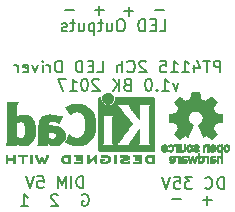
<source format=gbo>
G04 #@! TF.FileFunction,Legend,Bot*
%FSLAX46Y46*%
G04 Gerber Fmt 4.6, Leading zero omitted, Abs format (unit mm)*
G04 Created by KiCad (PCBNEW 4.0.2-stable) date 9/5/2017 3:06:29 PM*
%MOMM*%
G01*
G04 APERTURE LIST*
%ADD10C,0.100000*%
%ADD11C,0.150000*%
%ADD12C,0.010000*%
G04 APERTURE END LIST*
D10*
D11*
X63545453Y-55544881D02*
X64021644Y-55544881D01*
X64021644Y-54544881D01*
X63212120Y-55021071D02*
X62878786Y-55021071D01*
X62735929Y-55544881D02*
X63212120Y-55544881D01*
X63212120Y-54544881D01*
X62735929Y-54544881D01*
X62307358Y-55544881D02*
X62307358Y-54544881D01*
X62069263Y-54544881D01*
X61926405Y-54592500D01*
X61831167Y-54687738D01*
X61783548Y-54782976D01*
X61735929Y-54973452D01*
X61735929Y-55116310D01*
X61783548Y-55306786D01*
X61831167Y-55402024D01*
X61926405Y-55497262D01*
X62069263Y-55544881D01*
X62307358Y-55544881D01*
X60354977Y-54544881D02*
X60164500Y-54544881D01*
X60069262Y-54592500D01*
X59974024Y-54687738D01*
X59926405Y-54878214D01*
X59926405Y-55211548D01*
X59974024Y-55402024D01*
X60069262Y-55497262D01*
X60164500Y-55544881D01*
X60354977Y-55544881D01*
X60450215Y-55497262D01*
X60545453Y-55402024D01*
X60593072Y-55211548D01*
X60593072Y-54878214D01*
X60545453Y-54687738D01*
X60450215Y-54592500D01*
X60354977Y-54544881D01*
X59069262Y-54878214D02*
X59069262Y-55544881D01*
X59497834Y-54878214D02*
X59497834Y-55402024D01*
X59450215Y-55497262D01*
X59354977Y-55544881D01*
X59212119Y-55544881D01*
X59116881Y-55497262D01*
X59069262Y-55449643D01*
X58735929Y-54878214D02*
X58354977Y-54878214D01*
X58593072Y-54544881D02*
X58593072Y-55402024D01*
X58545453Y-55497262D01*
X58450215Y-55544881D01*
X58354977Y-55544881D01*
X58021643Y-54878214D02*
X58021643Y-55878214D01*
X58021643Y-54925833D02*
X57926405Y-54878214D01*
X57735928Y-54878214D01*
X57640690Y-54925833D01*
X57593071Y-54973452D01*
X57545452Y-55068690D01*
X57545452Y-55354405D01*
X57593071Y-55449643D01*
X57640690Y-55497262D01*
X57735928Y-55544881D01*
X57926405Y-55544881D01*
X58021643Y-55497262D01*
X56688309Y-54878214D02*
X56688309Y-55544881D01*
X57116881Y-54878214D02*
X57116881Y-55402024D01*
X57069262Y-55497262D01*
X56974024Y-55544881D01*
X56831166Y-55544881D01*
X56735928Y-55497262D01*
X56688309Y-55449643D01*
X56354976Y-54878214D02*
X55974024Y-54878214D01*
X56212119Y-54544881D02*
X56212119Y-55402024D01*
X56164500Y-55497262D01*
X56069262Y-55544881D01*
X55974024Y-55544881D01*
X55688309Y-55497262D02*
X55593071Y-55544881D01*
X55402595Y-55544881D01*
X55307356Y-55497262D01*
X55259737Y-55402024D01*
X55259737Y-55354405D01*
X55307356Y-55259167D01*
X55402595Y-55211548D01*
X55545452Y-55211548D01*
X55640690Y-55163929D01*
X55688309Y-55068690D01*
X55688309Y-55021071D01*
X55640690Y-54925833D01*
X55545452Y-54878214D01*
X55402595Y-54878214D01*
X55307356Y-54925833D01*
X57068643Y-68816381D02*
X57068643Y-67816381D01*
X56830548Y-67816381D01*
X56687690Y-67864000D01*
X56592452Y-67959238D01*
X56544833Y-68054476D01*
X56497214Y-68244952D01*
X56497214Y-68387810D01*
X56544833Y-68578286D01*
X56592452Y-68673524D01*
X56687690Y-68768762D01*
X56830548Y-68816381D01*
X57068643Y-68816381D01*
X56068643Y-68816381D02*
X56068643Y-67816381D01*
X55592453Y-68816381D02*
X55592453Y-67816381D01*
X55259119Y-68530667D01*
X54925786Y-67816381D01*
X54925786Y-68816381D01*
X53211500Y-67816381D02*
X53687691Y-67816381D01*
X53735310Y-68292571D01*
X53687691Y-68244952D01*
X53592453Y-68197333D01*
X53354357Y-68197333D01*
X53259119Y-68244952D01*
X53211500Y-68292571D01*
X53163881Y-68387810D01*
X53163881Y-68625905D01*
X53211500Y-68721143D01*
X53259119Y-68768762D01*
X53354357Y-68816381D01*
X53592453Y-68816381D01*
X53687691Y-68768762D01*
X53735310Y-68721143D01*
X52878167Y-67816381D02*
X52544834Y-68816381D01*
X52211500Y-67816381D01*
X51822285Y-70340381D02*
X52393714Y-70340381D01*
X52108000Y-70340381D02*
X52108000Y-69340381D01*
X52203238Y-69483238D01*
X52298476Y-69578476D01*
X52393714Y-69626095D01*
X54933714Y-69435619D02*
X54886095Y-69388000D01*
X54790857Y-69340381D01*
X54552761Y-69340381D01*
X54457523Y-69388000D01*
X54409904Y-69435619D01*
X54362285Y-69530857D01*
X54362285Y-69626095D01*
X54409904Y-69768952D01*
X54981333Y-70340381D01*
X54362285Y-70340381D01*
X56989595Y-69388000D02*
X57084833Y-69340381D01*
X57227690Y-69340381D01*
X57370548Y-69388000D01*
X57465786Y-69483238D01*
X57513405Y-69578476D01*
X57561024Y-69768952D01*
X57561024Y-69911810D01*
X57513405Y-70102286D01*
X57465786Y-70197524D01*
X57370548Y-70292762D01*
X57227690Y-70340381D01*
X57132452Y-70340381D01*
X56989595Y-70292762D01*
X56941976Y-70245143D01*
X56941976Y-69911810D01*
X57132452Y-69911810D01*
X68982810Y-68879881D02*
X68982810Y-67879881D01*
X68744715Y-67879881D01*
X68601857Y-67927500D01*
X68506619Y-68022738D01*
X68459000Y-68117976D01*
X68411381Y-68308452D01*
X68411381Y-68451310D01*
X68459000Y-68641786D01*
X68506619Y-68737024D01*
X68601857Y-68832262D01*
X68744715Y-68879881D01*
X68982810Y-68879881D01*
X67411381Y-68784643D02*
X67459000Y-68832262D01*
X67601857Y-68879881D01*
X67697095Y-68879881D01*
X67839953Y-68832262D01*
X67935191Y-68737024D01*
X67982810Y-68641786D01*
X68030429Y-68451310D01*
X68030429Y-68308452D01*
X67982810Y-68117976D01*
X67935191Y-68022738D01*
X67839953Y-67927500D01*
X67697095Y-67879881D01*
X67601857Y-67879881D01*
X67459000Y-67927500D01*
X67411381Y-67975119D01*
X66316143Y-67879881D02*
X65697095Y-67879881D01*
X66030429Y-68260833D01*
X65887571Y-68260833D01*
X65792333Y-68308452D01*
X65744714Y-68356071D01*
X65697095Y-68451310D01*
X65697095Y-68689405D01*
X65744714Y-68784643D01*
X65792333Y-68832262D01*
X65887571Y-68879881D01*
X66173286Y-68879881D01*
X66268524Y-68832262D01*
X66316143Y-68784643D01*
X64792333Y-67879881D02*
X65268524Y-67879881D01*
X65316143Y-68356071D01*
X65268524Y-68308452D01*
X65173286Y-68260833D01*
X64935190Y-68260833D01*
X64839952Y-68308452D01*
X64792333Y-68356071D01*
X64744714Y-68451310D01*
X64744714Y-68689405D01*
X64792333Y-68784643D01*
X64839952Y-68832262D01*
X64935190Y-68879881D01*
X65173286Y-68879881D01*
X65268524Y-68832262D01*
X65316143Y-68784643D01*
X64459000Y-67879881D02*
X64125667Y-68879881D01*
X63792333Y-67879881D01*
X67982952Y-69832429D02*
X67221047Y-69832429D01*
X67601999Y-70213381D02*
X67601999Y-69451476D01*
X65379452Y-69768929D02*
X64617547Y-69768929D01*
X63918952Y-53703429D02*
X63157047Y-53703429D01*
X61315452Y-53830429D02*
X60553547Y-53830429D01*
X60934499Y-54211381D02*
X60934499Y-53449476D01*
X58838952Y-53766929D02*
X58077047Y-53766929D01*
X58457999Y-54147881D02*
X58457999Y-53385976D01*
X56298952Y-53703429D02*
X55537047Y-53703429D01*
X68688358Y-59024381D02*
X68688358Y-58024381D01*
X68307405Y-58024381D01*
X68212167Y-58072000D01*
X68164548Y-58119619D01*
X68116929Y-58214857D01*
X68116929Y-58357714D01*
X68164548Y-58452952D01*
X68212167Y-58500571D01*
X68307405Y-58548190D01*
X68688358Y-58548190D01*
X67831215Y-58024381D02*
X67259786Y-58024381D01*
X67545501Y-59024381D02*
X67545501Y-58024381D01*
X66497881Y-58357714D02*
X66497881Y-59024381D01*
X66735977Y-57976762D02*
X66974072Y-58691048D01*
X66355024Y-58691048D01*
X65450262Y-59024381D02*
X66021691Y-59024381D01*
X65735977Y-59024381D02*
X65735977Y-58024381D01*
X65831215Y-58167238D01*
X65926453Y-58262476D01*
X66021691Y-58310095D01*
X64497881Y-59024381D02*
X65069310Y-59024381D01*
X64783596Y-59024381D02*
X64783596Y-58024381D01*
X64878834Y-58167238D01*
X64974072Y-58262476D01*
X65069310Y-58310095D01*
X63593119Y-58024381D02*
X64069310Y-58024381D01*
X64116929Y-58500571D01*
X64069310Y-58452952D01*
X63974072Y-58405333D01*
X63735976Y-58405333D01*
X63640738Y-58452952D01*
X63593119Y-58500571D01*
X63545500Y-58595810D01*
X63545500Y-58833905D01*
X63593119Y-58929143D01*
X63640738Y-58976762D01*
X63735976Y-59024381D01*
X63974072Y-59024381D01*
X64069310Y-58976762D01*
X64116929Y-58929143D01*
X62402643Y-58119619D02*
X62355024Y-58072000D01*
X62259786Y-58024381D01*
X62021690Y-58024381D01*
X61926452Y-58072000D01*
X61878833Y-58119619D01*
X61831214Y-58214857D01*
X61831214Y-58310095D01*
X61878833Y-58452952D01*
X62450262Y-59024381D01*
X61831214Y-59024381D01*
X60831214Y-58929143D02*
X60878833Y-58976762D01*
X61021690Y-59024381D01*
X61116928Y-59024381D01*
X61259786Y-58976762D01*
X61355024Y-58881524D01*
X61402643Y-58786286D01*
X61450262Y-58595810D01*
X61450262Y-58452952D01*
X61402643Y-58262476D01*
X61355024Y-58167238D01*
X61259786Y-58072000D01*
X61116928Y-58024381D01*
X61021690Y-58024381D01*
X60878833Y-58072000D01*
X60831214Y-58119619D01*
X60402643Y-59024381D02*
X60402643Y-58024381D01*
X59974071Y-59024381D02*
X59974071Y-58500571D01*
X60021690Y-58405333D01*
X60116928Y-58357714D01*
X60259786Y-58357714D01*
X60355024Y-58405333D01*
X60402643Y-58452952D01*
X58259785Y-59024381D02*
X58735976Y-59024381D01*
X58735976Y-58024381D01*
X57926452Y-58500571D02*
X57593118Y-58500571D01*
X57450261Y-59024381D02*
X57926452Y-59024381D01*
X57926452Y-58024381D01*
X57450261Y-58024381D01*
X57021690Y-59024381D02*
X57021690Y-58024381D01*
X56783595Y-58024381D01*
X56640737Y-58072000D01*
X56545499Y-58167238D01*
X56497880Y-58262476D01*
X56450261Y-58452952D01*
X56450261Y-58595810D01*
X56497880Y-58786286D01*
X56545499Y-58881524D01*
X56640737Y-58976762D01*
X56783595Y-59024381D01*
X57021690Y-59024381D01*
X55259785Y-59024381D02*
X55259785Y-58024381D01*
X55021690Y-58024381D01*
X54878832Y-58072000D01*
X54783594Y-58167238D01*
X54735975Y-58262476D01*
X54688356Y-58452952D01*
X54688356Y-58595810D01*
X54735975Y-58786286D01*
X54783594Y-58881524D01*
X54878832Y-58976762D01*
X55021690Y-59024381D01*
X55259785Y-59024381D01*
X54259785Y-59024381D02*
X54259785Y-58357714D01*
X54259785Y-58548190D02*
X54212166Y-58452952D01*
X54164547Y-58405333D01*
X54069309Y-58357714D01*
X53974070Y-58357714D01*
X53640737Y-59024381D02*
X53640737Y-58357714D01*
X53640737Y-58024381D02*
X53688356Y-58072000D01*
X53640737Y-58119619D01*
X53593118Y-58072000D01*
X53640737Y-58024381D01*
X53640737Y-58119619D01*
X53259785Y-58357714D02*
X53021690Y-59024381D01*
X52783594Y-58357714D01*
X52021689Y-58976762D02*
X52116927Y-59024381D01*
X52307404Y-59024381D01*
X52402642Y-58976762D01*
X52450261Y-58881524D01*
X52450261Y-58500571D01*
X52402642Y-58405333D01*
X52307404Y-58357714D01*
X52116927Y-58357714D01*
X52021689Y-58405333D01*
X51974070Y-58500571D01*
X51974070Y-58595810D01*
X52450261Y-58691048D01*
X51545499Y-59024381D02*
X51545499Y-58357714D01*
X51545499Y-58548190D02*
X51497880Y-58452952D01*
X51450261Y-58405333D01*
X51355023Y-58357714D01*
X51259784Y-58357714D01*
X65140738Y-59907714D02*
X64902643Y-60574381D01*
X64664547Y-59907714D01*
X63759785Y-60574381D02*
X64331214Y-60574381D01*
X64045500Y-60574381D02*
X64045500Y-59574381D01*
X64140738Y-59717238D01*
X64235976Y-59812476D01*
X64331214Y-59860095D01*
X63331214Y-60479143D02*
X63283595Y-60526762D01*
X63331214Y-60574381D01*
X63378833Y-60526762D01*
X63331214Y-60479143D01*
X63331214Y-60574381D01*
X62664548Y-59574381D02*
X62569309Y-59574381D01*
X62474071Y-59622000D01*
X62426452Y-59669619D01*
X62378833Y-59764857D01*
X62331214Y-59955333D01*
X62331214Y-60193429D01*
X62378833Y-60383905D01*
X62426452Y-60479143D01*
X62474071Y-60526762D01*
X62569309Y-60574381D01*
X62664548Y-60574381D01*
X62759786Y-60526762D01*
X62807405Y-60479143D01*
X62855024Y-60383905D01*
X62902643Y-60193429D01*
X62902643Y-59955333D01*
X62855024Y-59764857D01*
X62807405Y-59669619D01*
X62759786Y-59622000D01*
X62664548Y-59574381D01*
X60807404Y-60050571D02*
X60664547Y-60098190D01*
X60616928Y-60145810D01*
X60569309Y-60241048D01*
X60569309Y-60383905D01*
X60616928Y-60479143D01*
X60664547Y-60526762D01*
X60759785Y-60574381D01*
X61140738Y-60574381D01*
X61140738Y-59574381D01*
X60807404Y-59574381D01*
X60712166Y-59622000D01*
X60664547Y-59669619D01*
X60616928Y-59764857D01*
X60616928Y-59860095D01*
X60664547Y-59955333D01*
X60712166Y-60002952D01*
X60807404Y-60050571D01*
X61140738Y-60050571D01*
X60140738Y-60574381D02*
X60140738Y-59574381D01*
X59569309Y-60574381D02*
X59997881Y-60002952D01*
X59569309Y-59574381D02*
X60140738Y-60145810D01*
X58426452Y-59669619D02*
X58378833Y-59622000D01*
X58283595Y-59574381D01*
X58045499Y-59574381D01*
X57950261Y-59622000D01*
X57902642Y-59669619D01*
X57855023Y-59764857D01*
X57855023Y-59860095D01*
X57902642Y-60002952D01*
X58474071Y-60574381D01*
X57855023Y-60574381D01*
X57235976Y-59574381D02*
X57140737Y-59574381D01*
X57045499Y-59622000D01*
X56997880Y-59669619D01*
X56950261Y-59764857D01*
X56902642Y-59955333D01*
X56902642Y-60193429D01*
X56950261Y-60383905D01*
X56997880Y-60479143D01*
X57045499Y-60526762D01*
X57140737Y-60574381D01*
X57235976Y-60574381D01*
X57331214Y-60526762D01*
X57378833Y-60479143D01*
X57426452Y-60383905D01*
X57474071Y-60193429D01*
X57474071Y-59955333D01*
X57426452Y-59764857D01*
X57378833Y-59669619D01*
X57331214Y-59622000D01*
X57235976Y-59574381D01*
X55950261Y-60574381D02*
X56521690Y-60574381D01*
X56235976Y-60574381D02*
X56235976Y-59574381D01*
X56331214Y-59717238D01*
X56426452Y-59812476D01*
X56521690Y-59860095D01*
X55616928Y-59574381D02*
X54950261Y-59574381D01*
X55378833Y-60574381D01*
D12*
G36*
X62928371Y-65997566D02*
X62888889Y-65997967D01*
X62773200Y-66000759D01*
X62676311Y-66009050D01*
X62594919Y-66023732D01*
X62525723Y-66045693D01*
X62465420Y-66075822D01*
X62410708Y-66115010D01*
X62391167Y-66132032D01*
X62358750Y-66171863D01*
X62329520Y-66225913D01*
X62306991Y-66285823D01*
X62294679Y-66343239D01*
X62293400Y-66364456D01*
X62301417Y-66423269D01*
X62322899Y-66487513D01*
X62353999Y-66548321D01*
X62390866Y-66596830D01*
X62396854Y-66602682D01*
X62447579Y-66643821D01*
X62503125Y-66675935D01*
X62566696Y-66699865D01*
X62641494Y-66716453D01*
X62730722Y-66726541D01*
X62837582Y-66730969D01*
X62886528Y-66731345D01*
X62948762Y-66731045D01*
X62992528Y-66729792D01*
X63021931Y-66727054D01*
X63041079Y-66722301D01*
X63054077Y-66715001D01*
X63061045Y-66708767D01*
X63067626Y-66701194D01*
X63072788Y-66691424D01*
X63076703Y-66676840D01*
X63079543Y-66654826D01*
X63081480Y-66622764D01*
X63082684Y-66578036D01*
X63083328Y-66518026D01*
X63083583Y-66440117D01*
X63083622Y-66364456D01*
X63083870Y-66263541D01*
X63083817Y-66182927D01*
X63082857Y-66144322D01*
X62936867Y-66144322D01*
X62936867Y-66584589D01*
X62843734Y-66584504D01*
X62787693Y-66582896D01*
X62728999Y-66578756D01*
X62680028Y-66572964D01*
X62678538Y-66572726D01*
X62599392Y-66553590D01*
X62538002Y-66523787D01*
X62491305Y-66481378D01*
X62461635Y-66435461D01*
X62443353Y-66384526D01*
X62444771Y-66336700D01*
X62465988Y-66285433D01*
X62507489Y-66232399D01*
X62564998Y-66193100D01*
X62639750Y-66166831D01*
X62689708Y-66157535D01*
X62746416Y-66151007D01*
X62806519Y-66146282D01*
X62857639Y-66144317D01*
X62860667Y-66144308D01*
X62936867Y-66144322D01*
X63082857Y-66144322D01*
X63082260Y-66120351D01*
X63077998Y-66073555D01*
X63069830Y-66040278D01*
X63056556Y-66018259D01*
X63036974Y-66005239D01*
X63009883Y-65998957D01*
X62974082Y-65997153D01*
X62928371Y-65997566D01*
X62928371Y-65997566D01*
G37*
X62928371Y-65997566D02*
X62888889Y-65997967D01*
X62773200Y-66000759D01*
X62676311Y-66009050D01*
X62594919Y-66023732D01*
X62525723Y-66045693D01*
X62465420Y-66075822D01*
X62410708Y-66115010D01*
X62391167Y-66132032D01*
X62358750Y-66171863D01*
X62329520Y-66225913D01*
X62306991Y-66285823D01*
X62294679Y-66343239D01*
X62293400Y-66364456D01*
X62301417Y-66423269D01*
X62322899Y-66487513D01*
X62353999Y-66548321D01*
X62390866Y-66596830D01*
X62396854Y-66602682D01*
X62447579Y-66643821D01*
X62503125Y-66675935D01*
X62566696Y-66699865D01*
X62641494Y-66716453D01*
X62730722Y-66726541D01*
X62837582Y-66730969D01*
X62886528Y-66731345D01*
X62948762Y-66731045D01*
X62992528Y-66729792D01*
X63021931Y-66727054D01*
X63041079Y-66722301D01*
X63054077Y-66715001D01*
X63061045Y-66708767D01*
X63067626Y-66701194D01*
X63072788Y-66691424D01*
X63076703Y-66676840D01*
X63079543Y-66654826D01*
X63081480Y-66622764D01*
X63082684Y-66578036D01*
X63083328Y-66518026D01*
X63083583Y-66440117D01*
X63083622Y-66364456D01*
X63083870Y-66263541D01*
X63083817Y-66182927D01*
X63082857Y-66144322D01*
X62936867Y-66144322D01*
X62936867Y-66584589D01*
X62843734Y-66584504D01*
X62787693Y-66582896D01*
X62728999Y-66578756D01*
X62680028Y-66572964D01*
X62678538Y-66572726D01*
X62599392Y-66553590D01*
X62538002Y-66523787D01*
X62491305Y-66481378D01*
X62461635Y-66435461D01*
X62443353Y-66384526D01*
X62444771Y-66336700D01*
X62465988Y-66285433D01*
X62507489Y-66232399D01*
X62564998Y-66193100D01*
X62639750Y-66166831D01*
X62689708Y-66157535D01*
X62746416Y-66151007D01*
X62806519Y-66146282D01*
X62857639Y-66144317D01*
X62860667Y-66144308D01*
X62936867Y-66144322D01*
X63082857Y-66144322D01*
X63082260Y-66120351D01*
X63077998Y-66073555D01*
X63069830Y-66040278D01*
X63056556Y-66018259D01*
X63036974Y-66005239D01*
X63009883Y-65998957D01*
X62974082Y-65997153D01*
X62928371Y-65997566D01*
G36*
X61519794Y-65997646D02*
X61450386Y-65998018D01*
X61397997Y-65998885D01*
X61359847Y-66000446D01*
X61333159Y-66002903D01*
X61315153Y-66006457D01*
X61303049Y-66011310D01*
X61294069Y-66017661D01*
X61290818Y-66020584D01*
X61271043Y-66051642D01*
X61267482Y-66087328D01*
X61280491Y-66119010D01*
X61286506Y-66125413D01*
X61296235Y-66131621D01*
X61311901Y-66136410D01*
X61336408Y-66140014D01*
X61372661Y-66142664D01*
X61423565Y-66144595D01*
X61492026Y-66146039D01*
X61554617Y-66146918D01*
X61802334Y-66149967D01*
X61805719Y-66214878D01*
X61809105Y-66279789D01*
X61640958Y-66279789D01*
X61567959Y-66280419D01*
X61514517Y-66283053D01*
X61477628Y-66288809D01*
X61454288Y-66298804D01*
X61441494Y-66314156D01*
X61436242Y-66335982D01*
X61435445Y-66356238D01*
X61437923Y-66381092D01*
X61447277Y-66399406D01*
X61466383Y-66412137D01*
X61498118Y-66420241D01*
X61545359Y-66424676D01*
X61610983Y-66426399D01*
X61646801Y-66426545D01*
X61807978Y-66426545D01*
X61807978Y-66584589D01*
X61559622Y-66584589D01*
X61478213Y-66584702D01*
X61416342Y-66585212D01*
X61370968Y-66586370D01*
X61339054Y-66588430D01*
X61317559Y-66591646D01*
X61303443Y-66596272D01*
X61293668Y-66602559D01*
X61288689Y-66607167D01*
X61271610Y-66634060D01*
X61266111Y-66657967D01*
X61273963Y-66687167D01*
X61288689Y-66708767D01*
X61296546Y-66715566D01*
X61306688Y-66720846D01*
X61321844Y-66724798D01*
X61344741Y-66727613D01*
X61378109Y-66729482D01*
X61424675Y-66730598D01*
X61487167Y-66731151D01*
X61568314Y-66731333D01*
X61610422Y-66731345D01*
X61700598Y-66731265D01*
X61770924Y-66730898D01*
X61824129Y-66730052D01*
X61862940Y-66728536D01*
X61890087Y-66726159D01*
X61908298Y-66722729D01*
X61920300Y-66718054D01*
X61928822Y-66711944D01*
X61932156Y-66708767D01*
X61938755Y-66701170D01*
X61943927Y-66691370D01*
X61947846Y-66676739D01*
X61950684Y-66654652D01*
X61952615Y-66622482D01*
X61953812Y-66577603D01*
X61954448Y-66517389D01*
X61954697Y-66439213D01*
X61954734Y-66366423D01*
X61954700Y-66273207D01*
X61954465Y-66199931D01*
X61953830Y-66143958D01*
X61952594Y-66102651D01*
X61950556Y-66073372D01*
X61947517Y-66053484D01*
X61943277Y-66040350D01*
X61937635Y-66031332D01*
X61930391Y-66023793D01*
X61928606Y-66022112D01*
X61919945Y-66014672D01*
X61909882Y-66008909D01*
X61895625Y-66004612D01*
X61874383Y-66001564D01*
X61843364Y-65999551D01*
X61799777Y-65998360D01*
X61740831Y-65997775D01*
X61663734Y-65997583D01*
X61609001Y-65997567D01*
X61519794Y-65997646D01*
X61519794Y-65997646D01*
G37*
X61519794Y-65997646D02*
X61450386Y-65998018D01*
X61397997Y-65998885D01*
X61359847Y-66000446D01*
X61333159Y-66002903D01*
X61315153Y-66006457D01*
X61303049Y-66011310D01*
X61294069Y-66017661D01*
X61290818Y-66020584D01*
X61271043Y-66051642D01*
X61267482Y-66087328D01*
X61280491Y-66119010D01*
X61286506Y-66125413D01*
X61296235Y-66131621D01*
X61311901Y-66136410D01*
X61336408Y-66140014D01*
X61372661Y-66142664D01*
X61423565Y-66144595D01*
X61492026Y-66146039D01*
X61554617Y-66146918D01*
X61802334Y-66149967D01*
X61805719Y-66214878D01*
X61809105Y-66279789D01*
X61640958Y-66279789D01*
X61567959Y-66280419D01*
X61514517Y-66283053D01*
X61477628Y-66288809D01*
X61454288Y-66298804D01*
X61441494Y-66314156D01*
X61436242Y-66335982D01*
X61435445Y-66356238D01*
X61437923Y-66381092D01*
X61447277Y-66399406D01*
X61466383Y-66412137D01*
X61498118Y-66420241D01*
X61545359Y-66424676D01*
X61610983Y-66426399D01*
X61646801Y-66426545D01*
X61807978Y-66426545D01*
X61807978Y-66584589D01*
X61559622Y-66584589D01*
X61478213Y-66584702D01*
X61416342Y-66585212D01*
X61370968Y-66586370D01*
X61339054Y-66588430D01*
X61317559Y-66591646D01*
X61303443Y-66596272D01*
X61293668Y-66602559D01*
X61288689Y-66607167D01*
X61271610Y-66634060D01*
X61266111Y-66657967D01*
X61273963Y-66687167D01*
X61288689Y-66708767D01*
X61296546Y-66715566D01*
X61306688Y-66720846D01*
X61321844Y-66724798D01*
X61344741Y-66727613D01*
X61378109Y-66729482D01*
X61424675Y-66730598D01*
X61487167Y-66731151D01*
X61568314Y-66731333D01*
X61610422Y-66731345D01*
X61700598Y-66731265D01*
X61770924Y-66730898D01*
X61824129Y-66730052D01*
X61862940Y-66728536D01*
X61890087Y-66726159D01*
X61908298Y-66722729D01*
X61920300Y-66718054D01*
X61928822Y-66711944D01*
X61932156Y-66708767D01*
X61938755Y-66701170D01*
X61943927Y-66691370D01*
X61947846Y-66676739D01*
X61950684Y-66654652D01*
X61952615Y-66622482D01*
X61953812Y-66577603D01*
X61954448Y-66517389D01*
X61954697Y-66439213D01*
X61954734Y-66366423D01*
X61954700Y-66273207D01*
X61954465Y-66199931D01*
X61953830Y-66143958D01*
X61952594Y-66102651D01*
X61950556Y-66073372D01*
X61947517Y-66053484D01*
X61943277Y-66040350D01*
X61937635Y-66031332D01*
X61930391Y-66023793D01*
X61928606Y-66022112D01*
X61919945Y-66014672D01*
X61909882Y-66008909D01*
X61895625Y-66004612D01*
X61874383Y-66001564D01*
X61843364Y-65999551D01*
X61799777Y-65998360D01*
X61740831Y-65997775D01*
X61663734Y-65997583D01*
X61609001Y-65997567D01*
X61519794Y-65997646D01*
G36*
X60498703Y-65998851D02*
X60423888Y-66004081D01*
X60354306Y-66012250D01*
X60294002Y-66023050D01*
X60247020Y-66036173D01*
X60217406Y-66051313D01*
X60212860Y-66055769D01*
X60197054Y-66090350D01*
X60201847Y-66125851D01*
X60226364Y-66156225D01*
X60227534Y-66157096D01*
X60241954Y-66166454D01*
X60257008Y-66171376D01*
X60278005Y-66171973D01*
X60310257Y-66168361D01*
X60359073Y-66160654D01*
X60363000Y-66160005D01*
X60435739Y-66151069D01*
X60514217Y-66146661D01*
X60592927Y-66146619D01*
X60666361Y-66150779D01*
X60729011Y-66158979D01*
X60775370Y-66171057D01*
X60778416Y-66172271D01*
X60812048Y-66191115D01*
X60823864Y-66210185D01*
X60814614Y-66228939D01*
X60785047Y-66246837D01*
X60735911Y-66263337D01*
X60667957Y-66277896D01*
X60622645Y-66284906D01*
X60528456Y-66298389D01*
X60453544Y-66310714D01*
X60394717Y-66322949D01*
X60348785Y-66336161D01*
X60312555Y-66351417D01*
X60282838Y-66369785D01*
X60256442Y-66392331D01*
X60235230Y-66414471D01*
X60210065Y-66445319D01*
X60197681Y-66471845D01*
X60193808Y-66504526D01*
X60193667Y-66516495D01*
X60196576Y-66556212D01*
X60208202Y-66585759D01*
X60228323Y-66611986D01*
X60269216Y-66652076D01*
X60314817Y-66682649D01*
X60368513Y-66704703D01*
X60433692Y-66719235D01*
X60513744Y-66727241D01*
X60612057Y-66729718D01*
X60628289Y-66729677D01*
X60693849Y-66728318D01*
X60758866Y-66725230D01*
X60816252Y-66720856D01*
X60858922Y-66715640D01*
X60862372Y-66715041D01*
X60904796Y-66704991D01*
X60940780Y-66692296D01*
X60961150Y-66680690D01*
X60980107Y-66650072D01*
X60981427Y-66614418D01*
X60965085Y-66582644D01*
X60961429Y-66579051D01*
X60946315Y-66568376D01*
X60927415Y-66563776D01*
X60898162Y-66564559D01*
X60862651Y-66568627D01*
X60822970Y-66572262D01*
X60767345Y-66575328D01*
X60702406Y-66577553D01*
X60634785Y-66578664D01*
X60617000Y-66578737D01*
X60549128Y-66578464D01*
X60499454Y-66577146D01*
X60463610Y-66574327D01*
X60437224Y-66569550D01*
X60415926Y-66562357D01*
X60403126Y-66556367D01*
X60375000Y-66539733D01*
X60357068Y-66524668D01*
X60354447Y-66520397D01*
X60359976Y-66502763D01*
X60386260Y-66485692D01*
X60431478Y-66469958D01*
X60493808Y-66456338D01*
X60512171Y-66453304D01*
X60608090Y-66438238D01*
X60684641Y-66425646D01*
X60744780Y-66414611D01*
X60791460Y-66404220D01*
X60827637Y-66393556D01*
X60856265Y-66381705D01*
X60880298Y-66367751D01*
X60902692Y-66350781D01*
X60926402Y-66329878D01*
X60934380Y-66322549D01*
X60962353Y-66295199D01*
X60977160Y-66273529D01*
X60982952Y-66248732D01*
X60983889Y-66217483D01*
X60973575Y-66156205D01*
X60942752Y-66104140D01*
X60891595Y-66061458D01*
X60820283Y-66028325D01*
X60769400Y-66013464D01*
X60714100Y-66003866D01*
X60647853Y-65998436D01*
X60574706Y-65996867D01*
X60498703Y-65998851D01*
X60498703Y-65998851D01*
G37*
X60498703Y-65998851D02*
X60423888Y-66004081D01*
X60354306Y-66012250D01*
X60294002Y-66023050D01*
X60247020Y-66036173D01*
X60217406Y-66051313D01*
X60212860Y-66055769D01*
X60197054Y-66090350D01*
X60201847Y-66125851D01*
X60226364Y-66156225D01*
X60227534Y-66157096D01*
X60241954Y-66166454D01*
X60257008Y-66171376D01*
X60278005Y-66171973D01*
X60310257Y-66168361D01*
X60359073Y-66160654D01*
X60363000Y-66160005D01*
X60435739Y-66151069D01*
X60514217Y-66146661D01*
X60592927Y-66146619D01*
X60666361Y-66150779D01*
X60729011Y-66158979D01*
X60775370Y-66171057D01*
X60778416Y-66172271D01*
X60812048Y-66191115D01*
X60823864Y-66210185D01*
X60814614Y-66228939D01*
X60785047Y-66246837D01*
X60735911Y-66263337D01*
X60667957Y-66277896D01*
X60622645Y-66284906D01*
X60528456Y-66298389D01*
X60453544Y-66310714D01*
X60394717Y-66322949D01*
X60348785Y-66336161D01*
X60312555Y-66351417D01*
X60282838Y-66369785D01*
X60256442Y-66392331D01*
X60235230Y-66414471D01*
X60210065Y-66445319D01*
X60197681Y-66471845D01*
X60193808Y-66504526D01*
X60193667Y-66516495D01*
X60196576Y-66556212D01*
X60208202Y-66585759D01*
X60228323Y-66611986D01*
X60269216Y-66652076D01*
X60314817Y-66682649D01*
X60368513Y-66704703D01*
X60433692Y-66719235D01*
X60513744Y-66727241D01*
X60612057Y-66729718D01*
X60628289Y-66729677D01*
X60693849Y-66728318D01*
X60758866Y-66725230D01*
X60816252Y-66720856D01*
X60858922Y-66715640D01*
X60862372Y-66715041D01*
X60904796Y-66704991D01*
X60940780Y-66692296D01*
X60961150Y-66680690D01*
X60980107Y-66650072D01*
X60981427Y-66614418D01*
X60965085Y-66582644D01*
X60961429Y-66579051D01*
X60946315Y-66568376D01*
X60927415Y-66563776D01*
X60898162Y-66564559D01*
X60862651Y-66568627D01*
X60822970Y-66572262D01*
X60767345Y-66575328D01*
X60702406Y-66577553D01*
X60634785Y-66578664D01*
X60617000Y-66578737D01*
X60549128Y-66578464D01*
X60499454Y-66577146D01*
X60463610Y-66574327D01*
X60437224Y-66569550D01*
X60415926Y-66562357D01*
X60403126Y-66556367D01*
X60375000Y-66539733D01*
X60357068Y-66524668D01*
X60354447Y-66520397D01*
X60359976Y-66502763D01*
X60386260Y-66485692D01*
X60431478Y-66469958D01*
X60493808Y-66456338D01*
X60512171Y-66453304D01*
X60608090Y-66438238D01*
X60684641Y-66425646D01*
X60744780Y-66414611D01*
X60791460Y-66404220D01*
X60827637Y-66393556D01*
X60856265Y-66381705D01*
X60880298Y-66367751D01*
X60902692Y-66350781D01*
X60926402Y-66329878D01*
X60934380Y-66322549D01*
X60962353Y-66295199D01*
X60977160Y-66273529D01*
X60982952Y-66248732D01*
X60983889Y-66217483D01*
X60973575Y-66156205D01*
X60942752Y-66104140D01*
X60891595Y-66061458D01*
X60820283Y-66028325D01*
X60769400Y-66013464D01*
X60714100Y-66003866D01*
X60647853Y-65998436D01*
X60574706Y-65996867D01*
X60498703Y-65998851D01*
G36*
X59730822Y-66020145D02*
X59724242Y-66027718D01*
X59719079Y-66037487D01*
X59715164Y-66052071D01*
X59712324Y-66074085D01*
X59710387Y-66106148D01*
X59709183Y-66150875D01*
X59708539Y-66210885D01*
X59708284Y-66288794D01*
X59708245Y-66364456D01*
X59708314Y-66458302D01*
X59708638Y-66532189D01*
X59709386Y-66588732D01*
X59710732Y-66630549D01*
X59712846Y-66660257D01*
X59715900Y-66680473D01*
X59720066Y-66693814D01*
X59725516Y-66702898D01*
X59730822Y-66708767D01*
X59763826Y-66728447D01*
X59798991Y-66726681D01*
X59830455Y-66705217D01*
X59837684Y-66696837D01*
X59843334Y-66687114D01*
X59847599Y-66673361D01*
X59850673Y-66652889D01*
X59852752Y-66623012D01*
X59854030Y-66581041D01*
X59854701Y-66524289D01*
X59854959Y-66450067D01*
X59855000Y-66366037D01*
X59855000Y-66052985D01*
X59827291Y-66025276D01*
X59793137Y-66001963D01*
X59760006Y-66001123D01*
X59730822Y-66020145D01*
X59730822Y-66020145D01*
G37*
X59730822Y-66020145D02*
X59724242Y-66027718D01*
X59719079Y-66037487D01*
X59715164Y-66052071D01*
X59712324Y-66074085D01*
X59710387Y-66106148D01*
X59709183Y-66150875D01*
X59708539Y-66210885D01*
X59708284Y-66288794D01*
X59708245Y-66364456D01*
X59708314Y-66458302D01*
X59708638Y-66532189D01*
X59709386Y-66588732D01*
X59710732Y-66630549D01*
X59712846Y-66660257D01*
X59715900Y-66680473D01*
X59720066Y-66693814D01*
X59725516Y-66702898D01*
X59730822Y-66708767D01*
X59763826Y-66728447D01*
X59798991Y-66726681D01*
X59830455Y-66705217D01*
X59837684Y-66696837D01*
X59843334Y-66687114D01*
X59847599Y-66673361D01*
X59850673Y-66652889D01*
X59852752Y-66623012D01*
X59854030Y-66581041D01*
X59854701Y-66524289D01*
X59854959Y-66450067D01*
X59855000Y-66366037D01*
X59855000Y-66052985D01*
X59827291Y-66025276D01*
X59793137Y-66001963D01*
X59760006Y-66001123D01*
X59730822Y-66020145D01*
G36*
X58757081Y-66003099D02*
X58688565Y-66014595D01*
X58635943Y-66032467D01*
X58601708Y-66055999D01*
X58592379Y-66069424D01*
X58582893Y-66100648D01*
X58589277Y-66128895D01*
X58609430Y-66155682D01*
X58640745Y-66168213D01*
X58686183Y-66167196D01*
X58721326Y-66160406D01*
X58799419Y-66147471D01*
X58879226Y-66146242D01*
X58968555Y-66156741D01*
X58993229Y-66161190D01*
X59076291Y-66184608D01*
X59141273Y-66219445D01*
X59187461Y-66265104D01*
X59214145Y-66320994D01*
X59219663Y-66349888D01*
X59216051Y-66408512D01*
X59192729Y-66460379D01*
X59151824Y-66504478D01*
X59095459Y-66539799D01*
X59025760Y-66565329D01*
X58944852Y-66580059D01*
X58854860Y-66582978D01*
X58757910Y-66573075D01*
X58752436Y-66572141D01*
X58713875Y-66564959D01*
X58692494Y-66558021D01*
X58683227Y-66547727D01*
X58681006Y-66530476D01*
X58680956Y-66521341D01*
X58680956Y-66482989D01*
X58749431Y-66482989D01*
X58809900Y-66478847D01*
X58851165Y-66465647D01*
X58875175Y-66442230D01*
X58883877Y-66407436D01*
X58883983Y-66402894D01*
X58878892Y-66373154D01*
X58861433Y-66351919D01*
X58828939Y-66337866D01*
X58778743Y-66329673D01*
X58730123Y-66326661D01*
X58659456Y-66324933D01*
X58608198Y-66327570D01*
X58573239Y-66337300D01*
X58551470Y-66356853D01*
X58539780Y-66388956D01*
X58535060Y-66436338D01*
X58534200Y-66498571D01*
X58535609Y-66568035D01*
X58539848Y-66615286D01*
X58546936Y-66640512D01*
X58548311Y-66642488D01*
X58587228Y-66674008D01*
X58644286Y-66698970D01*
X58715869Y-66716840D01*
X58798358Y-66727086D01*
X58888139Y-66729173D01*
X58981592Y-66722568D01*
X59036556Y-66714456D01*
X59122766Y-66690054D01*
X59202892Y-66650162D01*
X59269977Y-66598387D01*
X59280173Y-66588039D01*
X59313302Y-66544535D01*
X59343194Y-66490618D01*
X59366357Y-66434092D01*
X59379298Y-66382759D01*
X59380858Y-66363044D01*
X59374218Y-66321919D01*
X59356568Y-66270752D01*
X59331297Y-66216894D01*
X59301789Y-66167695D01*
X59275719Y-66134834D01*
X59214765Y-66085952D01*
X59135969Y-66047045D01*
X59042157Y-66018994D01*
X58936150Y-66002679D01*
X58839000Y-65998692D01*
X58757081Y-66003099D01*
X58757081Y-66003099D01*
G37*
X58757081Y-66003099D02*
X58688565Y-66014595D01*
X58635943Y-66032467D01*
X58601708Y-66055999D01*
X58592379Y-66069424D01*
X58582893Y-66100648D01*
X58589277Y-66128895D01*
X58609430Y-66155682D01*
X58640745Y-66168213D01*
X58686183Y-66167196D01*
X58721326Y-66160406D01*
X58799419Y-66147471D01*
X58879226Y-66146242D01*
X58968555Y-66156741D01*
X58993229Y-66161190D01*
X59076291Y-66184608D01*
X59141273Y-66219445D01*
X59187461Y-66265104D01*
X59214145Y-66320994D01*
X59219663Y-66349888D01*
X59216051Y-66408512D01*
X59192729Y-66460379D01*
X59151824Y-66504478D01*
X59095459Y-66539799D01*
X59025760Y-66565329D01*
X58944852Y-66580059D01*
X58854860Y-66582978D01*
X58757910Y-66573075D01*
X58752436Y-66572141D01*
X58713875Y-66564959D01*
X58692494Y-66558021D01*
X58683227Y-66547727D01*
X58681006Y-66530476D01*
X58680956Y-66521341D01*
X58680956Y-66482989D01*
X58749431Y-66482989D01*
X58809900Y-66478847D01*
X58851165Y-66465647D01*
X58875175Y-66442230D01*
X58883877Y-66407436D01*
X58883983Y-66402894D01*
X58878892Y-66373154D01*
X58861433Y-66351919D01*
X58828939Y-66337866D01*
X58778743Y-66329673D01*
X58730123Y-66326661D01*
X58659456Y-66324933D01*
X58608198Y-66327570D01*
X58573239Y-66337300D01*
X58551470Y-66356853D01*
X58539780Y-66388956D01*
X58535060Y-66436338D01*
X58534200Y-66498571D01*
X58535609Y-66568035D01*
X58539848Y-66615286D01*
X58546936Y-66640512D01*
X58548311Y-66642488D01*
X58587228Y-66674008D01*
X58644286Y-66698970D01*
X58715869Y-66716840D01*
X58798358Y-66727086D01*
X58888139Y-66729173D01*
X58981592Y-66722568D01*
X59036556Y-66714456D01*
X59122766Y-66690054D01*
X59202892Y-66650162D01*
X59269977Y-66598387D01*
X59280173Y-66588039D01*
X59313302Y-66544535D01*
X59343194Y-66490618D01*
X59366357Y-66434092D01*
X59379298Y-66382759D01*
X59380858Y-66363044D01*
X59374218Y-66321919D01*
X59356568Y-66270752D01*
X59331297Y-66216894D01*
X59301789Y-66167695D01*
X59275719Y-66134834D01*
X59214765Y-66085952D01*
X59135969Y-66047045D01*
X59042157Y-66018994D01*
X58936150Y-66002679D01*
X58839000Y-65998692D01*
X58757081Y-66003099D01*
G36*
X58107114Y-66001948D02*
X58083548Y-66015773D01*
X58052735Y-66038381D01*
X58013078Y-66070838D01*
X57962980Y-66114208D01*
X57900843Y-66169558D01*
X57825072Y-66237951D01*
X57738334Y-66316584D01*
X57557711Y-66480378D01*
X57552067Y-66260529D01*
X57550029Y-66184851D01*
X57548063Y-66128494D01*
X57545734Y-66088206D01*
X57542606Y-66060735D01*
X57538245Y-66042829D01*
X57532216Y-66031237D01*
X57524084Y-66022708D01*
X57519772Y-66019123D01*
X57485241Y-66000170D01*
X57452383Y-66002941D01*
X57426318Y-66019133D01*
X57399667Y-66040699D01*
X57396352Y-66355651D01*
X57395435Y-66448279D01*
X57394968Y-66521044D01*
X57395113Y-66576661D01*
X57396032Y-66617842D01*
X57397887Y-66647303D01*
X57400839Y-66667755D01*
X57405050Y-66681913D01*
X57410682Y-66692491D01*
X57416927Y-66700974D01*
X57430439Y-66716707D01*
X57443883Y-66727136D01*
X57459124Y-66731139D01*
X57478026Y-66727594D01*
X57502455Y-66715379D01*
X57534273Y-66693371D01*
X57575348Y-66660449D01*
X57627542Y-66615491D01*
X57692722Y-66557375D01*
X57766556Y-66490599D01*
X58031845Y-66249958D01*
X58037489Y-66469089D01*
X58039531Y-66544628D01*
X58041502Y-66600854D01*
X58043839Y-66641024D01*
X58046981Y-66668396D01*
X58051364Y-66686228D01*
X58057424Y-66697779D01*
X58065600Y-66706307D01*
X58069784Y-66709782D01*
X58106765Y-66728872D01*
X58141708Y-66725993D01*
X58172136Y-66701600D01*
X58179097Y-66691786D01*
X58184523Y-66680326D01*
X58188603Y-66664468D01*
X58191529Y-66641463D01*
X58193492Y-66608562D01*
X58194683Y-66563016D01*
X58195292Y-66502073D01*
X58195511Y-66422986D01*
X58195534Y-66364456D01*
X58195460Y-66272907D01*
X58195113Y-66201187D01*
X58194301Y-66146545D01*
X58192833Y-66106232D01*
X58190519Y-66077498D01*
X58187167Y-66057593D01*
X58182588Y-66043768D01*
X58176589Y-66033272D01*
X58172136Y-66027311D01*
X58160850Y-66013191D01*
X58150301Y-66002529D01*
X58138893Y-65996392D01*
X58125030Y-65995843D01*
X58107114Y-66001948D01*
X58107114Y-66001948D01*
G37*
X58107114Y-66001948D02*
X58083548Y-66015773D01*
X58052735Y-66038381D01*
X58013078Y-66070838D01*
X57962980Y-66114208D01*
X57900843Y-66169558D01*
X57825072Y-66237951D01*
X57738334Y-66316584D01*
X57557711Y-66480378D01*
X57552067Y-66260529D01*
X57550029Y-66184851D01*
X57548063Y-66128494D01*
X57545734Y-66088206D01*
X57542606Y-66060735D01*
X57538245Y-66042829D01*
X57532216Y-66031237D01*
X57524084Y-66022708D01*
X57519772Y-66019123D01*
X57485241Y-66000170D01*
X57452383Y-66002941D01*
X57426318Y-66019133D01*
X57399667Y-66040699D01*
X57396352Y-66355651D01*
X57395435Y-66448279D01*
X57394968Y-66521044D01*
X57395113Y-66576661D01*
X57396032Y-66617842D01*
X57397887Y-66647303D01*
X57400839Y-66667755D01*
X57405050Y-66681913D01*
X57410682Y-66692491D01*
X57416927Y-66700974D01*
X57430439Y-66716707D01*
X57443883Y-66727136D01*
X57459124Y-66731139D01*
X57478026Y-66727594D01*
X57502455Y-66715379D01*
X57534273Y-66693371D01*
X57575348Y-66660449D01*
X57627542Y-66615491D01*
X57692722Y-66557375D01*
X57766556Y-66490599D01*
X58031845Y-66249958D01*
X58037489Y-66469089D01*
X58039531Y-66544628D01*
X58041502Y-66600854D01*
X58043839Y-66641024D01*
X58046981Y-66668396D01*
X58051364Y-66686228D01*
X58057424Y-66697779D01*
X58065600Y-66706307D01*
X58069784Y-66709782D01*
X58106765Y-66728872D01*
X58141708Y-66725993D01*
X58172136Y-66701600D01*
X58179097Y-66691786D01*
X58184523Y-66680326D01*
X58188603Y-66664468D01*
X58191529Y-66641463D01*
X58193492Y-66608562D01*
X58194683Y-66563016D01*
X58195292Y-66502073D01*
X58195511Y-66422986D01*
X58195534Y-66364456D01*
X58195460Y-66272907D01*
X58195113Y-66201187D01*
X58194301Y-66146545D01*
X58192833Y-66106232D01*
X58190519Y-66077498D01*
X58187167Y-66057593D01*
X58182588Y-66043768D01*
X58176589Y-66033272D01*
X58172136Y-66027311D01*
X58160850Y-66013191D01*
X58150301Y-66002529D01*
X58138893Y-65996392D01*
X58125030Y-65995843D01*
X58107114Y-66001948D01*
G36*
X56576657Y-65997760D02*
X56500299Y-65998674D01*
X56441783Y-66000811D01*
X56398745Y-66004675D01*
X56368817Y-66010767D01*
X56349632Y-66019590D01*
X56338824Y-66031646D01*
X56334027Y-66047439D01*
X56332873Y-66067470D01*
X56332867Y-66069835D01*
X56333869Y-66092492D01*
X56338604Y-66110003D01*
X56349667Y-66123074D01*
X56369652Y-66132413D01*
X56401154Y-66138727D01*
X56446768Y-66142722D01*
X56509087Y-66145106D01*
X56590707Y-66146586D01*
X56615723Y-66146914D01*
X56857800Y-66149967D01*
X56861186Y-66214878D01*
X56864571Y-66279789D01*
X56696424Y-66279789D01*
X56630734Y-66280031D01*
X56583828Y-66281056D01*
X56551917Y-66283311D01*
X56531209Y-66287242D01*
X56517916Y-66293298D01*
X56508245Y-66301924D01*
X56508183Y-66301993D01*
X56490644Y-66335612D01*
X56491278Y-66371948D01*
X56509686Y-66402923D01*
X56513329Y-66406107D01*
X56526259Y-66414312D01*
X56543976Y-66420021D01*
X56570430Y-66423662D01*
X56609568Y-66425667D01*
X56665338Y-66426464D01*
X56701006Y-66426545D01*
X56863445Y-66426545D01*
X56863445Y-66584589D01*
X56616839Y-66584589D01*
X56535420Y-66584731D01*
X56473590Y-66585314D01*
X56428363Y-66586568D01*
X56396752Y-66588727D01*
X56375769Y-66592023D01*
X56362427Y-66596689D01*
X56353739Y-66602957D01*
X56351550Y-66605233D01*
X56335386Y-66636780D01*
X56334203Y-66672668D01*
X56347464Y-66703785D01*
X56357957Y-66713771D01*
X56368871Y-66719269D01*
X56385783Y-66723522D01*
X56411367Y-66726680D01*
X56448299Y-66728892D01*
X56499254Y-66730306D01*
X56566906Y-66731072D01*
X56653931Y-66731338D01*
X56673606Y-66731345D01*
X56762089Y-66731287D01*
X56830773Y-66730967D01*
X56882436Y-66730167D01*
X56919855Y-66728667D01*
X56945810Y-66726249D01*
X56963078Y-66722694D01*
X56974438Y-66717782D01*
X56982668Y-66711295D01*
X56987183Y-66706638D01*
X56993979Y-66698389D01*
X56999288Y-66688169D01*
X57003294Y-66673300D01*
X57006179Y-66651102D01*
X57008126Y-66618893D01*
X57009319Y-66573996D01*
X57009939Y-66513728D01*
X57010171Y-66435411D01*
X57010200Y-66369494D01*
X57010129Y-66277128D01*
X57009792Y-66204617D01*
X57009002Y-66149237D01*
X57007574Y-66108265D01*
X57005321Y-66078978D01*
X57002057Y-66058653D01*
X56997596Y-66044566D01*
X56991752Y-66033995D01*
X56986803Y-66027311D01*
X56963406Y-65997567D01*
X56673226Y-65997567D01*
X56576657Y-65997760D01*
X56576657Y-65997760D01*
G37*
X56576657Y-65997760D02*
X56500299Y-65998674D01*
X56441783Y-66000811D01*
X56398745Y-66004675D01*
X56368817Y-66010767D01*
X56349632Y-66019590D01*
X56338824Y-66031646D01*
X56334027Y-66047439D01*
X56332873Y-66067470D01*
X56332867Y-66069835D01*
X56333869Y-66092492D01*
X56338604Y-66110003D01*
X56349667Y-66123074D01*
X56369652Y-66132413D01*
X56401154Y-66138727D01*
X56446768Y-66142722D01*
X56509087Y-66145106D01*
X56590707Y-66146586D01*
X56615723Y-66146914D01*
X56857800Y-66149967D01*
X56861186Y-66214878D01*
X56864571Y-66279789D01*
X56696424Y-66279789D01*
X56630734Y-66280031D01*
X56583828Y-66281056D01*
X56551917Y-66283311D01*
X56531209Y-66287242D01*
X56517916Y-66293298D01*
X56508245Y-66301924D01*
X56508183Y-66301993D01*
X56490644Y-66335612D01*
X56491278Y-66371948D01*
X56509686Y-66402923D01*
X56513329Y-66406107D01*
X56526259Y-66414312D01*
X56543976Y-66420021D01*
X56570430Y-66423662D01*
X56609568Y-66425667D01*
X56665338Y-66426464D01*
X56701006Y-66426545D01*
X56863445Y-66426545D01*
X56863445Y-66584589D01*
X56616839Y-66584589D01*
X56535420Y-66584731D01*
X56473590Y-66585314D01*
X56428363Y-66586568D01*
X56396752Y-66588727D01*
X56375769Y-66592023D01*
X56362427Y-66596689D01*
X56353739Y-66602957D01*
X56351550Y-66605233D01*
X56335386Y-66636780D01*
X56334203Y-66672668D01*
X56347464Y-66703785D01*
X56357957Y-66713771D01*
X56368871Y-66719269D01*
X56385783Y-66723522D01*
X56411367Y-66726680D01*
X56448299Y-66728892D01*
X56499254Y-66730306D01*
X56566906Y-66731072D01*
X56653931Y-66731338D01*
X56673606Y-66731345D01*
X56762089Y-66731287D01*
X56830773Y-66730967D01*
X56882436Y-66730167D01*
X56919855Y-66728667D01*
X56945810Y-66726249D01*
X56963078Y-66722694D01*
X56974438Y-66717782D01*
X56982668Y-66711295D01*
X56987183Y-66706638D01*
X56993979Y-66698389D01*
X56999288Y-66688169D01*
X57003294Y-66673300D01*
X57006179Y-66651102D01*
X57008126Y-66618893D01*
X57009319Y-66573996D01*
X57009939Y-66513728D01*
X57010171Y-66435411D01*
X57010200Y-66369494D01*
X57010129Y-66277128D01*
X57009792Y-66204617D01*
X57009002Y-66149237D01*
X57007574Y-66108265D01*
X57005321Y-66078978D01*
X57002057Y-66058653D01*
X56997596Y-66044566D01*
X56991752Y-66033995D01*
X56986803Y-66027311D01*
X56963406Y-65997567D01*
X56673226Y-65997567D01*
X56576657Y-65997760D01*
G36*
X55788691Y-65997775D02*
X55659712Y-66002136D01*
X55550009Y-66015361D01*
X55457774Y-66038241D01*
X55381198Y-66071570D01*
X55318473Y-66116138D01*
X55267788Y-66172736D01*
X55227337Y-66242158D01*
X55226541Y-66243851D01*
X55202399Y-66305983D01*
X55193797Y-66361009D01*
X55200769Y-66416387D01*
X55223346Y-66479573D01*
X55227628Y-66489189D01*
X55256828Y-66545466D01*
X55289644Y-66588951D01*
X55331998Y-66625917D01*
X55389810Y-66662635D01*
X55393169Y-66664552D01*
X55443496Y-66688727D01*
X55500379Y-66706782D01*
X55567473Y-66719339D01*
X55648435Y-66727022D01*
X55746918Y-66730453D01*
X55781714Y-66730751D01*
X55947406Y-66731345D01*
X55970803Y-66701600D01*
X55977743Y-66691819D01*
X55983158Y-66680397D01*
X55987235Y-66664595D01*
X55990163Y-66641675D01*
X55992133Y-66608896D01*
X55992775Y-66584589D01*
X55836156Y-66584589D01*
X55742274Y-66584589D01*
X55687336Y-66582983D01*
X55630940Y-66578755D01*
X55584655Y-66572792D01*
X55581861Y-66572290D01*
X55499652Y-66550236D01*
X55435886Y-66517100D01*
X55388548Y-66471347D01*
X55355618Y-66411439D01*
X55349892Y-66395561D01*
X55344279Y-66370833D01*
X55346709Y-66346402D01*
X55358533Y-66313900D01*
X55365660Y-66297934D01*
X55389000Y-66255506D01*
X55417120Y-66225740D01*
X55448060Y-66205011D01*
X55510034Y-66178037D01*
X55589349Y-66158498D01*
X55681747Y-66147246D01*
X55748667Y-66144770D01*
X55836156Y-66144322D01*
X55836156Y-66584589D01*
X55992775Y-66584589D01*
X55993332Y-66563521D01*
X55993950Y-66502811D01*
X55994175Y-66424026D01*
X55994200Y-66362420D01*
X55994200Y-66052985D01*
X55966491Y-66025276D01*
X55954194Y-66014044D01*
X55940897Y-66006353D01*
X55922328Y-66001540D01*
X55894214Y-65998946D01*
X55852283Y-65997910D01*
X55792263Y-65997770D01*
X55788691Y-65997775D01*
X55788691Y-65997775D01*
G37*
X55788691Y-65997775D02*
X55659712Y-66002136D01*
X55550009Y-66015361D01*
X55457774Y-66038241D01*
X55381198Y-66071570D01*
X55318473Y-66116138D01*
X55267788Y-66172736D01*
X55227337Y-66242158D01*
X55226541Y-66243851D01*
X55202399Y-66305983D01*
X55193797Y-66361009D01*
X55200769Y-66416387D01*
X55223346Y-66479573D01*
X55227628Y-66489189D01*
X55256828Y-66545466D01*
X55289644Y-66588951D01*
X55331998Y-66625917D01*
X55389810Y-66662635D01*
X55393169Y-66664552D01*
X55443496Y-66688727D01*
X55500379Y-66706782D01*
X55567473Y-66719339D01*
X55648435Y-66727022D01*
X55746918Y-66730453D01*
X55781714Y-66730751D01*
X55947406Y-66731345D01*
X55970803Y-66701600D01*
X55977743Y-66691819D01*
X55983158Y-66680397D01*
X55987235Y-66664595D01*
X55990163Y-66641675D01*
X55992133Y-66608896D01*
X55992775Y-66584589D01*
X55836156Y-66584589D01*
X55742274Y-66584589D01*
X55687336Y-66582983D01*
X55630940Y-66578755D01*
X55584655Y-66572792D01*
X55581861Y-66572290D01*
X55499652Y-66550236D01*
X55435886Y-66517100D01*
X55388548Y-66471347D01*
X55355618Y-66411439D01*
X55349892Y-66395561D01*
X55344279Y-66370833D01*
X55346709Y-66346402D01*
X55358533Y-66313900D01*
X55365660Y-66297934D01*
X55389000Y-66255506D01*
X55417120Y-66225740D01*
X55448060Y-66205011D01*
X55510034Y-66178037D01*
X55589349Y-66158498D01*
X55681747Y-66147246D01*
X55748667Y-66144770D01*
X55836156Y-66144322D01*
X55836156Y-66584589D01*
X55992775Y-66584589D01*
X55993332Y-66563521D01*
X55993950Y-66502811D01*
X55994175Y-66424026D01*
X55994200Y-66362420D01*
X55994200Y-66052985D01*
X55966491Y-66025276D01*
X55954194Y-66014044D01*
X55940897Y-66006353D01*
X55922328Y-66001540D01*
X55894214Y-65998946D01*
X55852283Y-65997910D01*
X55792263Y-65997770D01*
X55788691Y-65997775D01*
G36*
X53062335Y-65999534D02*
X53042745Y-66006535D01*
X53041990Y-66006877D01*
X53015387Y-66027178D01*
X53000730Y-66048061D01*
X52997862Y-66057852D01*
X52998004Y-66070861D01*
X53002039Y-66089395D01*
X53010854Y-66115757D01*
X53025331Y-66152252D01*
X53046355Y-66201187D01*
X53074812Y-66264865D01*
X53111585Y-66345593D01*
X53131825Y-66389716D01*
X53168375Y-66468485D01*
X53202685Y-66540923D01*
X53233448Y-66604380D01*
X53259352Y-66656208D01*
X53279090Y-66693759D01*
X53291350Y-66714384D01*
X53293776Y-66717233D01*
X53324817Y-66729802D01*
X53359879Y-66728119D01*
X53388000Y-66712832D01*
X53389146Y-66711589D01*
X53400332Y-66694654D01*
X53419096Y-66661670D01*
X53443125Y-66616880D01*
X53470103Y-66564532D01*
X53479799Y-66545242D01*
X53552986Y-66398650D01*
X53632760Y-66557893D01*
X53661233Y-66612915D01*
X53687650Y-66660632D01*
X53709852Y-66697393D01*
X53725681Y-66719544D01*
X53731046Y-66724241D01*
X53772743Y-66730602D01*
X53807151Y-66717233D01*
X53817272Y-66702946D01*
X53834786Y-66671192D01*
X53858265Y-66625097D01*
X53886280Y-66567785D01*
X53917401Y-66502380D01*
X53950201Y-66432007D01*
X53983250Y-66359791D01*
X54015119Y-66288855D01*
X54044381Y-66222325D01*
X54069605Y-66163326D01*
X54089364Y-66114981D01*
X54102228Y-66080415D01*
X54106769Y-66062753D01*
X54106723Y-66062113D01*
X54095674Y-66039888D01*
X54073590Y-66017253D01*
X54072290Y-66016268D01*
X54045147Y-66000925D01*
X54020042Y-66001074D01*
X54010632Y-66003966D01*
X53999166Y-66010218D01*
X53986990Y-66022514D01*
X53972643Y-66043408D01*
X53954664Y-66075449D01*
X53931593Y-66121188D01*
X53901970Y-66183177D01*
X53875255Y-66240398D01*
X53844520Y-66306726D01*
X53816979Y-66366374D01*
X53794062Y-66416225D01*
X53777202Y-66453164D01*
X53767827Y-66474073D01*
X53766460Y-66477345D01*
X53760311Y-66471997D01*
X53746178Y-66449609D01*
X53725943Y-66413446D01*
X53701485Y-66366777D01*
X53691752Y-66347522D01*
X53658783Y-66282504D01*
X53633357Y-66235154D01*
X53613388Y-66202719D01*
X53596790Y-66182446D01*
X53581476Y-66171582D01*
X53565360Y-66167375D01*
X53554857Y-66166900D01*
X53536330Y-66168542D01*
X53520096Y-66175331D01*
X53503965Y-66190066D01*
X53485749Y-66215544D01*
X53463261Y-66254561D01*
X53434311Y-66309914D01*
X53418338Y-66341403D01*
X53392430Y-66391587D01*
X53369833Y-66433204D01*
X53352542Y-66462742D01*
X53342550Y-66476689D01*
X53341191Y-66477270D01*
X53334739Y-66466293D01*
X53320292Y-66437790D01*
X53299297Y-66394744D01*
X53273203Y-66340138D01*
X53243454Y-66276954D01*
X53228820Y-66245571D01*
X53190750Y-66164578D01*
X53160095Y-66102256D01*
X53135263Y-66056571D01*
X53114663Y-66025489D01*
X53096702Y-66006978D01*
X53079790Y-65999004D01*
X53062335Y-65999534D01*
X53062335Y-65999534D01*
G37*
X53062335Y-65999534D02*
X53042745Y-66006535D01*
X53041990Y-66006877D01*
X53015387Y-66027178D01*
X53000730Y-66048061D01*
X52997862Y-66057852D01*
X52998004Y-66070861D01*
X53002039Y-66089395D01*
X53010854Y-66115757D01*
X53025331Y-66152252D01*
X53046355Y-66201187D01*
X53074812Y-66264865D01*
X53111585Y-66345593D01*
X53131825Y-66389716D01*
X53168375Y-66468485D01*
X53202685Y-66540923D01*
X53233448Y-66604380D01*
X53259352Y-66656208D01*
X53279090Y-66693759D01*
X53291350Y-66714384D01*
X53293776Y-66717233D01*
X53324817Y-66729802D01*
X53359879Y-66728119D01*
X53388000Y-66712832D01*
X53389146Y-66711589D01*
X53400332Y-66694654D01*
X53419096Y-66661670D01*
X53443125Y-66616880D01*
X53470103Y-66564532D01*
X53479799Y-66545242D01*
X53552986Y-66398650D01*
X53632760Y-66557893D01*
X53661233Y-66612915D01*
X53687650Y-66660632D01*
X53709852Y-66697393D01*
X53725681Y-66719544D01*
X53731046Y-66724241D01*
X53772743Y-66730602D01*
X53807151Y-66717233D01*
X53817272Y-66702946D01*
X53834786Y-66671192D01*
X53858265Y-66625097D01*
X53886280Y-66567785D01*
X53917401Y-66502380D01*
X53950201Y-66432007D01*
X53983250Y-66359791D01*
X54015119Y-66288855D01*
X54044381Y-66222325D01*
X54069605Y-66163326D01*
X54089364Y-66114981D01*
X54102228Y-66080415D01*
X54106769Y-66062753D01*
X54106723Y-66062113D01*
X54095674Y-66039888D01*
X54073590Y-66017253D01*
X54072290Y-66016268D01*
X54045147Y-66000925D01*
X54020042Y-66001074D01*
X54010632Y-66003966D01*
X53999166Y-66010218D01*
X53986990Y-66022514D01*
X53972643Y-66043408D01*
X53954664Y-66075449D01*
X53931593Y-66121188D01*
X53901970Y-66183177D01*
X53875255Y-66240398D01*
X53844520Y-66306726D01*
X53816979Y-66366374D01*
X53794062Y-66416225D01*
X53777202Y-66453164D01*
X53767827Y-66474073D01*
X53766460Y-66477345D01*
X53760311Y-66471997D01*
X53746178Y-66449609D01*
X53725943Y-66413446D01*
X53701485Y-66366777D01*
X53691752Y-66347522D01*
X53658783Y-66282504D01*
X53633357Y-66235154D01*
X53613388Y-66202719D01*
X53596790Y-66182446D01*
X53581476Y-66171582D01*
X53565360Y-66167375D01*
X53554857Y-66166900D01*
X53536330Y-66168542D01*
X53520096Y-66175331D01*
X53503965Y-66190066D01*
X53485749Y-66215544D01*
X53463261Y-66254561D01*
X53434311Y-66309914D01*
X53418338Y-66341403D01*
X53392430Y-66391587D01*
X53369833Y-66433204D01*
X53352542Y-66462742D01*
X53342550Y-66476689D01*
X53341191Y-66477270D01*
X53334739Y-66466293D01*
X53320292Y-66437790D01*
X53299297Y-66394744D01*
X53273203Y-66340138D01*
X53243454Y-66276954D01*
X53228820Y-66245571D01*
X53190750Y-66164578D01*
X53160095Y-66102256D01*
X53135263Y-66056571D01*
X53114663Y-66025489D01*
X53096702Y-66006978D01*
X53079790Y-65999004D01*
X53062335Y-65999534D01*
G36*
X52618386Y-66004377D02*
X52594673Y-66019147D01*
X52568022Y-66040727D01*
X52568022Y-66362273D01*
X52568107Y-66456330D01*
X52568471Y-66530432D01*
X52569276Y-66587204D01*
X52570687Y-66629268D01*
X52572867Y-66659248D01*
X52575979Y-66679767D01*
X52580186Y-66693449D01*
X52585652Y-66702916D01*
X52589528Y-66707582D01*
X52620966Y-66728075D01*
X52656767Y-66727239D01*
X52688127Y-66709764D01*
X52714778Y-66688184D01*
X52714778Y-66040727D01*
X52688127Y-66019147D01*
X52662406Y-66003449D01*
X52641400Y-65997567D01*
X52618386Y-66004377D01*
X52618386Y-66004377D01*
G37*
X52618386Y-66004377D02*
X52594673Y-66019147D01*
X52568022Y-66040727D01*
X52568022Y-66362273D01*
X52568107Y-66456330D01*
X52568471Y-66530432D01*
X52569276Y-66587204D01*
X52570687Y-66629268D01*
X52572867Y-66659248D01*
X52575979Y-66679767D01*
X52580186Y-66693449D01*
X52585652Y-66702916D01*
X52589528Y-66707582D01*
X52620966Y-66728075D01*
X52656767Y-66727239D01*
X52688127Y-66709764D01*
X52714778Y-66688184D01*
X52714778Y-66040727D01*
X52688127Y-66019147D01*
X52662406Y-66003449D01*
X52641400Y-65997567D01*
X52618386Y-66004377D01*
G36*
X51843935Y-65997663D02*
X51765228Y-65998042D01*
X51704137Y-65998833D01*
X51658183Y-66000170D01*
X51624886Y-66002183D01*
X51601764Y-66005006D01*
X51586338Y-66008769D01*
X51576129Y-66013605D01*
X51571187Y-66017322D01*
X51545543Y-66049858D01*
X51542441Y-66083638D01*
X51558289Y-66114326D01*
X51568652Y-66126589D01*
X51579804Y-66134950D01*
X51595965Y-66140157D01*
X51621358Y-66142957D01*
X51660202Y-66144096D01*
X51716720Y-66144321D01*
X51727820Y-66144322D01*
X51873756Y-66144322D01*
X51873756Y-66415256D01*
X51873852Y-66500654D01*
X51874289Y-66566364D01*
X51875288Y-66615274D01*
X51877072Y-66650273D01*
X51879863Y-66674249D01*
X51883883Y-66690093D01*
X51889355Y-66700691D01*
X51896334Y-66708767D01*
X51929266Y-66728612D01*
X51963646Y-66727048D01*
X51994824Y-66704406D01*
X51997114Y-66701600D01*
X52004571Y-66690992D01*
X52010253Y-66678581D01*
X52014399Y-66661350D01*
X52017250Y-66636284D01*
X52019046Y-66600367D01*
X52020028Y-66550583D01*
X52020436Y-66483917D01*
X52020511Y-66408089D01*
X52020511Y-66144322D01*
X52159873Y-66144322D01*
X52219678Y-66143918D01*
X52261082Y-66142340D01*
X52288252Y-66139047D01*
X52305354Y-66133492D01*
X52316557Y-66125131D01*
X52317917Y-66123678D01*
X52334275Y-66090439D01*
X52332828Y-66052862D01*
X52314022Y-66020145D01*
X52306750Y-66013798D01*
X52297373Y-66008766D01*
X52283391Y-66004896D01*
X52262304Y-66002037D01*
X52231611Y-66000035D01*
X52188811Y-65998739D01*
X52131405Y-65997998D01*
X52056890Y-65997658D01*
X51962767Y-65997568D01*
X51942740Y-65997567D01*
X51843935Y-65997663D01*
X51843935Y-65997663D01*
G37*
X51843935Y-65997663D02*
X51765228Y-65998042D01*
X51704137Y-65998833D01*
X51658183Y-66000170D01*
X51624886Y-66002183D01*
X51601764Y-66005006D01*
X51586338Y-66008769D01*
X51576129Y-66013605D01*
X51571187Y-66017322D01*
X51545543Y-66049858D01*
X51542441Y-66083638D01*
X51558289Y-66114326D01*
X51568652Y-66126589D01*
X51579804Y-66134950D01*
X51595965Y-66140157D01*
X51621358Y-66142957D01*
X51660202Y-66144096D01*
X51716720Y-66144321D01*
X51727820Y-66144322D01*
X51873756Y-66144322D01*
X51873756Y-66415256D01*
X51873852Y-66500654D01*
X51874289Y-66566364D01*
X51875288Y-66615274D01*
X51877072Y-66650273D01*
X51879863Y-66674249D01*
X51883883Y-66690093D01*
X51889355Y-66700691D01*
X51896334Y-66708767D01*
X51929266Y-66728612D01*
X51963646Y-66727048D01*
X51994824Y-66704406D01*
X51997114Y-66701600D01*
X52004571Y-66690992D01*
X52010253Y-66678581D01*
X52014399Y-66661350D01*
X52017250Y-66636284D01*
X52019046Y-66600367D01*
X52020028Y-66550583D01*
X52020436Y-66483917D01*
X52020511Y-66408089D01*
X52020511Y-66144322D01*
X52159873Y-66144322D01*
X52219678Y-66143918D01*
X52261082Y-66142340D01*
X52288252Y-66139047D01*
X52305354Y-66133492D01*
X52316557Y-66125131D01*
X52317917Y-66123678D01*
X52334275Y-66090439D01*
X52332828Y-66052862D01*
X52314022Y-66020145D01*
X52306750Y-66013798D01*
X52297373Y-66008766D01*
X52283391Y-66004896D01*
X52262304Y-66002037D01*
X52231611Y-66000035D01*
X52188811Y-65998739D01*
X52131405Y-65997998D01*
X52056890Y-65997658D01*
X51962767Y-65997568D01*
X51942740Y-65997567D01*
X51843935Y-65997663D01*
G36*
X50578177Y-66003033D02*
X50546798Y-66025276D01*
X50519089Y-66052985D01*
X50519089Y-66362420D01*
X50519162Y-66454299D01*
X50519505Y-66526340D01*
X50520308Y-66581280D01*
X50521759Y-66621860D01*
X50524048Y-66650817D01*
X50527364Y-66670891D01*
X50531895Y-66684821D01*
X50537831Y-66695345D01*
X50542486Y-66701600D01*
X50573217Y-66726173D01*
X50608504Y-66728841D01*
X50640755Y-66713771D01*
X50651412Y-66704874D01*
X50658536Y-66693057D01*
X50662833Y-66674026D01*
X50665009Y-66643492D01*
X50665772Y-66597162D01*
X50665845Y-66561371D01*
X50665845Y-66426545D01*
X51162556Y-66426545D01*
X51162556Y-66549200D01*
X51163069Y-66605287D01*
X51165124Y-66643833D01*
X51169492Y-66669861D01*
X51176944Y-66688397D01*
X51185953Y-66701600D01*
X51216856Y-66726104D01*
X51251804Y-66729006D01*
X51285262Y-66711589D01*
X51294396Y-66702459D01*
X51300848Y-66690355D01*
X51305103Y-66671501D01*
X51307648Y-66642120D01*
X51308971Y-66598437D01*
X51309557Y-66536675D01*
X51309625Y-66522500D01*
X51310109Y-66406131D01*
X51310359Y-66310227D01*
X51310277Y-66232677D01*
X51309769Y-66171369D01*
X51308738Y-66124190D01*
X51307087Y-66089030D01*
X51304721Y-66063776D01*
X51301543Y-66046317D01*
X51297456Y-66034541D01*
X51292366Y-66026335D01*
X51286734Y-66020145D01*
X51254872Y-66000344D01*
X51221643Y-66003033D01*
X51190265Y-66025276D01*
X51177567Y-66039626D01*
X51169474Y-66055478D01*
X51164958Y-66078054D01*
X51162994Y-66112578D01*
X51162556Y-66164276D01*
X51162556Y-66279789D01*
X50665845Y-66279789D01*
X50665845Y-66161256D01*
X50665338Y-66106648D01*
X50663302Y-66069775D01*
X50658965Y-66045807D01*
X50651553Y-66029915D01*
X50643267Y-66020145D01*
X50611406Y-66000344D01*
X50578177Y-66003033D01*
X50578177Y-66003033D01*
G37*
X50578177Y-66003033D02*
X50546798Y-66025276D01*
X50519089Y-66052985D01*
X50519089Y-66362420D01*
X50519162Y-66454299D01*
X50519505Y-66526340D01*
X50520308Y-66581280D01*
X50521759Y-66621860D01*
X50524048Y-66650817D01*
X50527364Y-66670891D01*
X50531895Y-66684821D01*
X50537831Y-66695345D01*
X50542486Y-66701600D01*
X50573217Y-66726173D01*
X50608504Y-66728841D01*
X50640755Y-66713771D01*
X50651412Y-66704874D01*
X50658536Y-66693057D01*
X50662833Y-66674026D01*
X50665009Y-66643492D01*
X50665772Y-66597162D01*
X50665845Y-66561371D01*
X50665845Y-66426545D01*
X51162556Y-66426545D01*
X51162556Y-66549200D01*
X51163069Y-66605287D01*
X51165124Y-66643833D01*
X51169492Y-66669861D01*
X51176944Y-66688397D01*
X51185953Y-66701600D01*
X51216856Y-66726104D01*
X51251804Y-66729006D01*
X51285262Y-66711589D01*
X51294396Y-66702459D01*
X51300848Y-66690355D01*
X51305103Y-66671501D01*
X51307648Y-66642120D01*
X51308971Y-66598437D01*
X51309557Y-66536675D01*
X51309625Y-66522500D01*
X51310109Y-66406131D01*
X51310359Y-66310227D01*
X51310277Y-66232677D01*
X51309769Y-66171369D01*
X51308738Y-66124190D01*
X51307087Y-66089030D01*
X51304721Y-66063776D01*
X51301543Y-66046317D01*
X51297456Y-66034541D01*
X51292366Y-66026335D01*
X51286734Y-66020145D01*
X51254872Y-66000344D01*
X51221643Y-66003033D01*
X51190265Y-66025276D01*
X51177567Y-66039626D01*
X51169474Y-66055478D01*
X51164958Y-66078054D01*
X51162994Y-66112578D01*
X51162556Y-66164276D01*
X51162556Y-66279789D01*
X50665845Y-66279789D01*
X50665845Y-66161256D01*
X50665338Y-66106648D01*
X50663302Y-66069775D01*
X50658965Y-66045807D01*
X50651553Y-66029915D01*
X50643267Y-66020145D01*
X50611406Y-66000344D01*
X50578177Y-66003033D01*
G36*
X59753400Y-61217554D02*
X59742535Y-61331493D01*
X59710918Y-61439116D01*
X59660015Y-61538115D01*
X59591293Y-61626184D01*
X59506219Y-61701016D01*
X59409232Y-61758884D01*
X59302964Y-61798505D01*
X59195950Y-61817073D01*
X59090300Y-61815934D01*
X58988125Y-61796430D01*
X58891534Y-61759906D01*
X58802638Y-61707705D01*
X58723546Y-61641173D01*
X58656369Y-61561652D01*
X58603217Y-61470487D01*
X58566199Y-61369023D01*
X58547427Y-61258602D01*
X58545489Y-61208706D01*
X58545489Y-61120767D01*
X58493560Y-61120767D01*
X58457253Y-61123611D01*
X58430355Y-61135411D01*
X58403249Y-61159149D01*
X58364867Y-61197531D01*
X58364867Y-63389102D01*
X58364876Y-63651239D01*
X58364908Y-63891741D01*
X58364972Y-64111548D01*
X58365076Y-64311601D01*
X58365227Y-64492844D01*
X58365434Y-64656216D01*
X58365706Y-64802660D01*
X58366050Y-64933117D01*
X58366474Y-65048529D01*
X58366987Y-65149838D01*
X58367597Y-65237984D01*
X58368312Y-65313910D01*
X58369140Y-65378557D01*
X58370089Y-65432867D01*
X58371167Y-65477780D01*
X58372383Y-65514240D01*
X58373745Y-65543187D01*
X58375261Y-65565563D01*
X58376938Y-65582309D01*
X58378786Y-65594368D01*
X58380813Y-65602680D01*
X58383025Y-65608187D01*
X58384108Y-65610037D01*
X58388271Y-65617049D01*
X58391805Y-65623496D01*
X58395635Y-65629400D01*
X58400682Y-65634786D01*
X58407871Y-65639678D01*
X58418123Y-65644098D01*
X58432364Y-65648072D01*
X58451514Y-65651621D01*
X58476499Y-65654770D01*
X58508240Y-65657542D01*
X58547662Y-65659961D01*
X58595686Y-65662051D01*
X58653237Y-65663835D01*
X58721237Y-65665337D01*
X58800610Y-65666580D01*
X58892279Y-65667589D01*
X58997166Y-65668385D01*
X59116196Y-65668994D01*
X59250290Y-65669439D01*
X59400373Y-65669743D01*
X59567367Y-65669930D01*
X59752196Y-65670024D01*
X59955783Y-65670048D01*
X60179050Y-65670025D01*
X60422922Y-65669980D01*
X60688321Y-65669937D01*
X60726704Y-65669932D01*
X60993682Y-65669889D01*
X61239002Y-65669818D01*
X61463583Y-65669713D01*
X61668345Y-65669566D01*
X61854206Y-65669369D01*
X62022088Y-65669116D01*
X62172908Y-65668800D01*
X62307587Y-65668413D01*
X62427044Y-65667947D01*
X62532199Y-65667397D01*
X62623971Y-65666753D01*
X62703279Y-65666011D01*
X62771043Y-65665161D01*
X62828182Y-65664197D01*
X62875617Y-65663111D01*
X62914266Y-65661897D01*
X62945049Y-65660547D01*
X62968885Y-65659055D01*
X62986694Y-65657411D01*
X62999395Y-65655611D01*
X63007908Y-65653645D01*
X63012266Y-65651977D01*
X63020728Y-65648406D01*
X63028497Y-65645770D01*
X63035602Y-65643134D01*
X63042073Y-65639562D01*
X63047939Y-65634121D01*
X63053229Y-65625875D01*
X63057974Y-65613890D01*
X63062202Y-65597231D01*
X63065943Y-65574963D01*
X63069227Y-65546152D01*
X63072083Y-65509863D01*
X63074540Y-65465161D01*
X63076629Y-65411111D01*
X63078378Y-65346779D01*
X63079817Y-65271230D01*
X63080976Y-65183530D01*
X63081883Y-65082743D01*
X63082569Y-64967934D01*
X63083063Y-64838170D01*
X63083395Y-64692515D01*
X63083593Y-64530035D01*
X63083687Y-64349795D01*
X63083708Y-64150860D01*
X63083685Y-63932296D01*
X63083646Y-63693168D01*
X63083622Y-63432540D01*
X63083622Y-63390389D01*
X63083636Y-63127492D01*
X63083661Y-62886232D01*
X63083671Y-62665665D01*
X63083642Y-62464852D01*
X63083548Y-62282849D01*
X63083362Y-62118716D01*
X63083059Y-61971511D01*
X63082614Y-61840292D01*
X63082034Y-61730367D01*
X62779197Y-61730367D01*
X62739407Y-61788211D01*
X62728236Y-61803979D01*
X62718166Y-61817941D01*
X62709138Y-61831284D01*
X62701097Y-61845193D01*
X62693986Y-61860856D01*
X62687747Y-61879458D01*
X62682325Y-61902186D01*
X62677662Y-61930227D01*
X62673701Y-61964767D01*
X62670385Y-62006992D01*
X62667659Y-62058089D01*
X62665464Y-62119244D01*
X62663745Y-62191644D01*
X62662444Y-62276475D01*
X62661505Y-62374922D01*
X62660870Y-62488174D01*
X62660484Y-62617416D01*
X62660288Y-62763834D01*
X62660227Y-62928616D01*
X62660243Y-63112947D01*
X62660280Y-63318013D01*
X62660289Y-63440633D01*
X62660265Y-63657582D01*
X62660231Y-63853142D01*
X62660243Y-64028499D01*
X62660358Y-64184841D01*
X62660630Y-64323357D01*
X62661118Y-64445234D01*
X62661876Y-64551660D01*
X62662962Y-64643822D01*
X62664431Y-64722909D01*
X62666340Y-64790108D01*
X62668744Y-64846607D01*
X62671701Y-64893593D01*
X62675266Y-64932255D01*
X62679495Y-64963780D01*
X62684446Y-64989355D01*
X62690173Y-65010170D01*
X62696733Y-65027411D01*
X62704183Y-65042265D01*
X62712579Y-65055922D01*
X62721976Y-65069569D01*
X62732432Y-65084393D01*
X62738523Y-65093283D01*
X62777296Y-65150900D01*
X62245732Y-65150900D01*
X62122483Y-65150865D01*
X62019987Y-65150715D01*
X61936420Y-65150378D01*
X61869956Y-65149786D01*
X61818771Y-65148867D01*
X61781041Y-65147551D01*
X61754940Y-65145769D01*
X61738644Y-65143451D01*
X61730328Y-65140526D01*
X61728168Y-65136924D01*
X61730339Y-65132575D01*
X61731535Y-65131145D01*
X61756685Y-65094073D01*
X61782583Y-65041272D01*
X61806192Y-64979270D01*
X61814461Y-64952857D01*
X61819078Y-64934916D01*
X61822979Y-64913855D01*
X61826248Y-64887589D01*
X61828966Y-64854032D01*
X61831215Y-64811099D01*
X61833077Y-64756704D01*
X61834636Y-64688762D01*
X61835972Y-64605188D01*
X61837169Y-64503895D01*
X61838308Y-64382800D01*
X61838685Y-64338100D01*
X61839702Y-64212949D01*
X61840460Y-64108582D01*
X61840903Y-64023207D01*
X61840970Y-63955033D01*
X61840605Y-63902265D01*
X61839748Y-63863114D01*
X61838341Y-63835785D01*
X61836325Y-63818486D01*
X61833643Y-63809426D01*
X61830236Y-63806812D01*
X61826044Y-63808851D01*
X61821571Y-63813167D01*
X61811216Y-63826102D01*
X61789158Y-63855176D01*
X61756957Y-63898259D01*
X61716174Y-63953218D01*
X61668370Y-64017923D01*
X61615105Y-64090242D01*
X61557940Y-64168044D01*
X61498437Y-64249198D01*
X61438155Y-64331572D01*
X61378655Y-64413036D01*
X61321498Y-64491457D01*
X61268245Y-64564704D01*
X61220457Y-64630647D01*
X61179693Y-64687154D01*
X61147516Y-64732093D01*
X61125485Y-64763334D01*
X61120917Y-64769966D01*
X61097996Y-64806869D01*
X61071188Y-64854859D01*
X61045789Y-64904397D01*
X61042568Y-64911077D01*
X61020890Y-64959272D01*
X61008304Y-64996834D01*
X61002574Y-65032660D01*
X61001456Y-65074700D01*
X61002090Y-65150900D01*
X59847651Y-65150900D01*
X59938815Y-65057169D01*
X59985612Y-65007275D01*
X60035899Y-64950795D01*
X60081944Y-64896526D01*
X60102369Y-64871173D01*
X60132807Y-64831628D01*
X60172862Y-64778416D01*
X60221361Y-64713167D01*
X60277135Y-64637511D01*
X60339011Y-64553077D01*
X60405819Y-64461494D01*
X60476387Y-64364392D01*
X60549545Y-64263401D01*
X60624121Y-64160150D01*
X60698944Y-64056268D01*
X60772843Y-63953385D01*
X60844646Y-63853131D01*
X60913184Y-63757136D01*
X60977284Y-63667027D01*
X61035775Y-63584436D01*
X61087486Y-63510992D01*
X61131247Y-63448324D01*
X61165885Y-63398061D01*
X61190230Y-63361834D01*
X61203111Y-63341271D01*
X61204869Y-63337168D01*
X61196910Y-63325842D01*
X61176115Y-63298662D01*
X61143847Y-63257329D01*
X61101470Y-63203544D01*
X61050347Y-63139006D01*
X60991841Y-63065418D01*
X60927314Y-62984478D01*
X60858131Y-62897888D01*
X60785653Y-62807348D01*
X60711246Y-62714560D01*
X60651517Y-62640202D01*
X59640511Y-62640202D01*
X59634602Y-62653159D01*
X59620272Y-62675408D01*
X59619225Y-62676891D01*
X59600438Y-62707044D01*
X59580791Y-62743875D01*
X59576892Y-62752011D01*
X59573356Y-62760440D01*
X59570230Y-62770559D01*
X59567486Y-62783760D01*
X59565092Y-62801438D01*
X59563019Y-62824984D01*
X59561235Y-62855793D01*
X59559712Y-62895257D01*
X59558419Y-62944769D01*
X59557326Y-63005723D01*
X59556403Y-63079511D01*
X59555619Y-63167528D01*
X59554945Y-63271165D01*
X59554350Y-63391816D01*
X59553805Y-63530874D01*
X59553279Y-63689732D01*
X59552745Y-63868589D01*
X59552206Y-64053707D01*
X59551772Y-64217645D01*
X59551509Y-64361803D01*
X59551484Y-64487579D01*
X59551765Y-64596371D01*
X59552419Y-64689577D01*
X59553514Y-64768597D01*
X59555118Y-64834828D01*
X59557297Y-64889670D01*
X59560119Y-64934521D01*
X59563651Y-64970778D01*
X59567961Y-64999841D01*
X59573117Y-65023109D01*
X59579185Y-65041979D01*
X59586233Y-65057851D01*
X59594329Y-65072122D01*
X59603540Y-65086191D01*
X59612040Y-65098658D01*
X59629176Y-65124952D01*
X59639322Y-65142537D01*
X59640511Y-65145757D01*
X59629604Y-65146834D01*
X59598411Y-65147835D01*
X59549223Y-65148735D01*
X59484333Y-65149510D01*
X59406030Y-65150137D01*
X59316607Y-65150591D01*
X59218356Y-65150849D01*
X59149445Y-65150900D01*
X59044452Y-65150680D01*
X58947610Y-65150048D01*
X58861107Y-65149049D01*
X58787132Y-65147727D01*
X58727874Y-65146126D01*
X58685520Y-65144291D01*
X58662260Y-65142265D01*
X58658378Y-65140993D01*
X58666076Y-65126091D01*
X58674074Y-65118060D01*
X58687246Y-65100934D01*
X58704485Y-65070683D01*
X58716407Y-65046122D01*
X58743045Y-64987211D01*
X58746120Y-63810345D01*
X58749195Y-62633478D01*
X59194853Y-62633478D01*
X59292670Y-62633642D01*
X59383064Y-62634111D01*
X59463630Y-62634847D01*
X59531962Y-62635816D01*
X59585656Y-62636980D01*
X59622305Y-62638303D01*
X59639504Y-62639749D01*
X59640511Y-62640202D01*
X60651517Y-62640202D01*
X60636270Y-62621222D01*
X60562090Y-62529037D01*
X60490069Y-62439704D01*
X60421569Y-62354924D01*
X60357955Y-62276398D01*
X60300588Y-62205826D01*
X60250833Y-62144909D01*
X60210052Y-62095347D01*
X60192888Y-62074678D01*
X60106596Y-61974016D01*
X60029997Y-61890759D01*
X59961183Y-61822938D01*
X59898248Y-61768589D01*
X59888867Y-61761222D01*
X59849356Y-61730617D01*
X60981116Y-61730367D01*
X60975827Y-61778344D01*
X60979130Y-61835688D01*
X61000661Y-61903963D01*
X61040635Y-61983712D01*
X61085943Y-62055995D01*
X61102161Y-62078640D01*
X61130214Y-62116196D01*
X61168430Y-62166521D01*
X61215137Y-62227473D01*
X61268661Y-62296911D01*
X61327331Y-62372694D01*
X61389475Y-62452680D01*
X61453421Y-62534728D01*
X61517495Y-62616696D01*
X61580027Y-62696443D01*
X61639343Y-62771827D01*
X61693771Y-62840707D01*
X61741639Y-62900942D01*
X61781275Y-62950389D01*
X61811006Y-62986908D01*
X61829161Y-63008358D01*
X61832220Y-63011656D01*
X61835079Y-63003649D01*
X61837293Y-62973355D01*
X61838857Y-62921056D01*
X61839767Y-62847031D01*
X61840020Y-62751563D01*
X61839613Y-62634934D01*
X61838704Y-62514945D01*
X61837382Y-62382833D01*
X61835857Y-62271094D01*
X61833881Y-62177525D01*
X61831206Y-62099919D01*
X61827582Y-62036074D01*
X61822761Y-61983783D01*
X61816494Y-61940844D01*
X61808532Y-61905051D01*
X61798627Y-61874200D01*
X61786531Y-61846086D01*
X61771993Y-61818505D01*
X61757311Y-61793466D01*
X61719314Y-61730367D01*
X62779197Y-61730367D01*
X63082034Y-61730367D01*
X63082001Y-61724117D01*
X63081195Y-61622044D01*
X63080170Y-61533133D01*
X63078900Y-61456441D01*
X63077360Y-61391027D01*
X63075524Y-61335949D01*
X63073367Y-61290265D01*
X63070863Y-61253034D01*
X63067987Y-61223313D01*
X63064713Y-61200162D01*
X63061015Y-61182639D01*
X63056869Y-61169801D01*
X63052247Y-61160708D01*
X63047126Y-61154418D01*
X63041478Y-61149988D01*
X63035279Y-61146478D01*
X63028504Y-61142945D01*
X63022508Y-61139376D01*
X63017275Y-61136800D01*
X63009099Y-61134472D01*
X62996886Y-61132378D01*
X62979541Y-61130507D01*
X62955969Y-61128847D01*
X62925077Y-61127384D01*
X62885768Y-61126108D01*
X62836950Y-61125004D01*
X62777527Y-61124061D01*
X62706404Y-61123267D01*
X62622488Y-61122609D01*
X62524683Y-61122075D01*
X62411894Y-61121653D01*
X62283029Y-61121329D01*
X62136991Y-61121092D01*
X61972686Y-61120930D01*
X61789020Y-61120830D01*
X61584897Y-61120780D01*
X61373753Y-61120767D01*
X59753400Y-61120767D01*
X59753400Y-61217554D01*
X59753400Y-61217554D01*
G37*
X59753400Y-61217554D02*
X59742535Y-61331493D01*
X59710918Y-61439116D01*
X59660015Y-61538115D01*
X59591293Y-61626184D01*
X59506219Y-61701016D01*
X59409232Y-61758884D01*
X59302964Y-61798505D01*
X59195950Y-61817073D01*
X59090300Y-61815934D01*
X58988125Y-61796430D01*
X58891534Y-61759906D01*
X58802638Y-61707705D01*
X58723546Y-61641173D01*
X58656369Y-61561652D01*
X58603217Y-61470487D01*
X58566199Y-61369023D01*
X58547427Y-61258602D01*
X58545489Y-61208706D01*
X58545489Y-61120767D01*
X58493560Y-61120767D01*
X58457253Y-61123611D01*
X58430355Y-61135411D01*
X58403249Y-61159149D01*
X58364867Y-61197531D01*
X58364867Y-63389102D01*
X58364876Y-63651239D01*
X58364908Y-63891741D01*
X58364972Y-64111548D01*
X58365076Y-64311601D01*
X58365227Y-64492844D01*
X58365434Y-64656216D01*
X58365706Y-64802660D01*
X58366050Y-64933117D01*
X58366474Y-65048529D01*
X58366987Y-65149838D01*
X58367597Y-65237984D01*
X58368312Y-65313910D01*
X58369140Y-65378557D01*
X58370089Y-65432867D01*
X58371167Y-65477780D01*
X58372383Y-65514240D01*
X58373745Y-65543187D01*
X58375261Y-65565563D01*
X58376938Y-65582309D01*
X58378786Y-65594368D01*
X58380813Y-65602680D01*
X58383025Y-65608187D01*
X58384108Y-65610037D01*
X58388271Y-65617049D01*
X58391805Y-65623496D01*
X58395635Y-65629400D01*
X58400682Y-65634786D01*
X58407871Y-65639678D01*
X58418123Y-65644098D01*
X58432364Y-65648072D01*
X58451514Y-65651621D01*
X58476499Y-65654770D01*
X58508240Y-65657542D01*
X58547662Y-65659961D01*
X58595686Y-65662051D01*
X58653237Y-65663835D01*
X58721237Y-65665337D01*
X58800610Y-65666580D01*
X58892279Y-65667589D01*
X58997166Y-65668385D01*
X59116196Y-65668994D01*
X59250290Y-65669439D01*
X59400373Y-65669743D01*
X59567367Y-65669930D01*
X59752196Y-65670024D01*
X59955783Y-65670048D01*
X60179050Y-65670025D01*
X60422922Y-65669980D01*
X60688321Y-65669937D01*
X60726704Y-65669932D01*
X60993682Y-65669889D01*
X61239002Y-65669818D01*
X61463583Y-65669713D01*
X61668345Y-65669566D01*
X61854206Y-65669369D01*
X62022088Y-65669116D01*
X62172908Y-65668800D01*
X62307587Y-65668413D01*
X62427044Y-65667947D01*
X62532199Y-65667397D01*
X62623971Y-65666753D01*
X62703279Y-65666011D01*
X62771043Y-65665161D01*
X62828182Y-65664197D01*
X62875617Y-65663111D01*
X62914266Y-65661897D01*
X62945049Y-65660547D01*
X62968885Y-65659055D01*
X62986694Y-65657411D01*
X62999395Y-65655611D01*
X63007908Y-65653645D01*
X63012266Y-65651977D01*
X63020728Y-65648406D01*
X63028497Y-65645770D01*
X63035602Y-65643134D01*
X63042073Y-65639562D01*
X63047939Y-65634121D01*
X63053229Y-65625875D01*
X63057974Y-65613890D01*
X63062202Y-65597231D01*
X63065943Y-65574963D01*
X63069227Y-65546152D01*
X63072083Y-65509863D01*
X63074540Y-65465161D01*
X63076629Y-65411111D01*
X63078378Y-65346779D01*
X63079817Y-65271230D01*
X63080976Y-65183530D01*
X63081883Y-65082743D01*
X63082569Y-64967934D01*
X63083063Y-64838170D01*
X63083395Y-64692515D01*
X63083593Y-64530035D01*
X63083687Y-64349795D01*
X63083708Y-64150860D01*
X63083685Y-63932296D01*
X63083646Y-63693168D01*
X63083622Y-63432540D01*
X63083622Y-63390389D01*
X63083636Y-63127492D01*
X63083661Y-62886232D01*
X63083671Y-62665665D01*
X63083642Y-62464852D01*
X63083548Y-62282849D01*
X63083362Y-62118716D01*
X63083059Y-61971511D01*
X63082614Y-61840292D01*
X63082034Y-61730367D01*
X62779197Y-61730367D01*
X62739407Y-61788211D01*
X62728236Y-61803979D01*
X62718166Y-61817941D01*
X62709138Y-61831284D01*
X62701097Y-61845193D01*
X62693986Y-61860856D01*
X62687747Y-61879458D01*
X62682325Y-61902186D01*
X62677662Y-61930227D01*
X62673701Y-61964767D01*
X62670385Y-62006992D01*
X62667659Y-62058089D01*
X62665464Y-62119244D01*
X62663745Y-62191644D01*
X62662444Y-62276475D01*
X62661505Y-62374922D01*
X62660870Y-62488174D01*
X62660484Y-62617416D01*
X62660288Y-62763834D01*
X62660227Y-62928616D01*
X62660243Y-63112947D01*
X62660280Y-63318013D01*
X62660289Y-63440633D01*
X62660265Y-63657582D01*
X62660231Y-63853142D01*
X62660243Y-64028499D01*
X62660358Y-64184841D01*
X62660630Y-64323357D01*
X62661118Y-64445234D01*
X62661876Y-64551660D01*
X62662962Y-64643822D01*
X62664431Y-64722909D01*
X62666340Y-64790108D01*
X62668744Y-64846607D01*
X62671701Y-64893593D01*
X62675266Y-64932255D01*
X62679495Y-64963780D01*
X62684446Y-64989355D01*
X62690173Y-65010170D01*
X62696733Y-65027411D01*
X62704183Y-65042265D01*
X62712579Y-65055922D01*
X62721976Y-65069569D01*
X62732432Y-65084393D01*
X62738523Y-65093283D01*
X62777296Y-65150900D01*
X62245732Y-65150900D01*
X62122483Y-65150865D01*
X62019987Y-65150715D01*
X61936420Y-65150378D01*
X61869956Y-65149786D01*
X61818771Y-65148867D01*
X61781041Y-65147551D01*
X61754940Y-65145769D01*
X61738644Y-65143451D01*
X61730328Y-65140526D01*
X61728168Y-65136924D01*
X61730339Y-65132575D01*
X61731535Y-65131145D01*
X61756685Y-65094073D01*
X61782583Y-65041272D01*
X61806192Y-64979270D01*
X61814461Y-64952857D01*
X61819078Y-64934916D01*
X61822979Y-64913855D01*
X61826248Y-64887589D01*
X61828966Y-64854032D01*
X61831215Y-64811099D01*
X61833077Y-64756704D01*
X61834636Y-64688762D01*
X61835972Y-64605188D01*
X61837169Y-64503895D01*
X61838308Y-64382800D01*
X61838685Y-64338100D01*
X61839702Y-64212949D01*
X61840460Y-64108582D01*
X61840903Y-64023207D01*
X61840970Y-63955033D01*
X61840605Y-63902265D01*
X61839748Y-63863114D01*
X61838341Y-63835785D01*
X61836325Y-63818486D01*
X61833643Y-63809426D01*
X61830236Y-63806812D01*
X61826044Y-63808851D01*
X61821571Y-63813167D01*
X61811216Y-63826102D01*
X61789158Y-63855176D01*
X61756957Y-63898259D01*
X61716174Y-63953218D01*
X61668370Y-64017923D01*
X61615105Y-64090242D01*
X61557940Y-64168044D01*
X61498437Y-64249198D01*
X61438155Y-64331572D01*
X61378655Y-64413036D01*
X61321498Y-64491457D01*
X61268245Y-64564704D01*
X61220457Y-64630647D01*
X61179693Y-64687154D01*
X61147516Y-64732093D01*
X61125485Y-64763334D01*
X61120917Y-64769966D01*
X61097996Y-64806869D01*
X61071188Y-64854859D01*
X61045789Y-64904397D01*
X61042568Y-64911077D01*
X61020890Y-64959272D01*
X61008304Y-64996834D01*
X61002574Y-65032660D01*
X61001456Y-65074700D01*
X61002090Y-65150900D01*
X59847651Y-65150900D01*
X59938815Y-65057169D01*
X59985612Y-65007275D01*
X60035899Y-64950795D01*
X60081944Y-64896526D01*
X60102369Y-64871173D01*
X60132807Y-64831628D01*
X60172862Y-64778416D01*
X60221361Y-64713167D01*
X60277135Y-64637511D01*
X60339011Y-64553077D01*
X60405819Y-64461494D01*
X60476387Y-64364392D01*
X60549545Y-64263401D01*
X60624121Y-64160150D01*
X60698944Y-64056268D01*
X60772843Y-63953385D01*
X60844646Y-63853131D01*
X60913184Y-63757136D01*
X60977284Y-63667027D01*
X61035775Y-63584436D01*
X61087486Y-63510992D01*
X61131247Y-63448324D01*
X61165885Y-63398061D01*
X61190230Y-63361834D01*
X61203111Y-63341271D01*
X61204869Y-63337168D01*
X61196910Y-63325842D01*
X61176115Y-63298662D01*
X61143847Y-63257329D01*
X61101470Y-63203544D01*
X61050347Y-63139006D01*
X60991841Y-63065418D01*
X60927314Y-62984478D01*
X60858131Y-62897888D01*
X60785653Y-62807348D01*
X60711246Y-62714560D01*
X60651517Y-62640202D01*
X59640511Y-62640202D01*
X59634602Y-62653159D01*
X59620272Y-62675408D01*
X59619225Y-62676891D01*
X59600438Y-62707044D01*
X59580791Y-62743875D01*
X59576892Y-62752011D01*
X59573356Y-62760440D01*
X59570230Y-62770559D01*
X59567486Y-62783760D01*
X59565092Y-62801438D01*
X59563019Y-62824984D01*
X59561235Y-62855793D01*
X59559712Y-62895257D01*
X59558419Y-62944769D01*
X59557326Y-63005723D01*
X59556403Y-63079511D01*
X59555619Y-63167528D01*
X59554945Y-63271165D01*
X59554350Y-63391816D01*
X59553805Y-63530874D01*
X59553279Y-63689732D01*
X59552745Y-63868589D01*
X59552206Y-64053707D01*
X59551772Y-64217645D01*
X59551509Y-64361803D01*
X59551484Y-64487579D01*
X59551765Y-64596371D01*
X59552419Y-64689577D01*
X59553514Y-64768597D01*
X59555118Y-64834828D01*
X59557297Y-64889670D01*
X59560119Y-64934521D01*
X59563651Y-64970778D01*
X59567961Y-64999841D01*
X59573117Y-65023109D01*
X59579185Y-65041979D01*
X59586233Y-65057851D01*
X59594329Y-65072122D01*
X59603540Y-65086191D01*
X59612040Y-65098658D01*
X59629176Y-65124952D01*
X59639322Y-65142537D01*
X59640511Y-65145757D01*
X59629604Y-65146834D01*
X59598411Y-65147835D01*
X59549223Y-65148735D01*
X59484333Y-65149510D01*
X59406030Y-65150137D01*
X59316607Y-65150591D01*
X59218356Y-65150849D01*
X59149445Y-65150900D01*
X59044452Y-65150680D01*
X58947610Y-65150048D01*
X58861107Y-65149049D01*
X58787132Y-65147727D01*
X58727874Y-65146126D01*
X58685520Y-65144291D01*
X58662260Y-65142265D01*
X58658378Y-65140993D01*
X58666076Y-65126091D01*
X58674074Y-65118060D01*
X58687246Y-65100934D01*
X58704485Y-65070683D01*
X58716407Y-65046122D01*
X58743045Y-64987211D01*
X58746120Y-63810345D01*
X58749195Y-62633478D01*
X59194853Y-62633478D01*
X59292670Y-62633642D01*
X59383064Y-62634111D01*
X59463630Y-62634847D01*
X59531962Y-62635816D01*
X59585656Y-62636980D01*
X59622305Y-62638303D01*
X59639504Y-62639749D01*
X59640511Y-62640202D01*
X60651517Y-62640202D01*
X60636270Y-62621222D01*
X60562090Y-62529037D01*
X60490069Y-62439704D01*
X60421569Y-62354924D01*
X60357955Y-62276398D01*
X60300588Y-62205826D01*
X60250833Y-62144909D01*
X60210052Y-62095347D01*
X60192888Y-62074678D01*
X60106596Y-61974016D01*
X60029997Y-61890759D01*
X59961183Y-61822938D01*
X59898248Y-61768589D01*
X59888867Y-61761222D01*
X59849356Y-61730617D01*
X60981116Y-61730367D01*
X60975827Y-61778344D01*
X60979130Y-61835688D01*
X61000661Y-61903963D01*
X61040635Y-61983712D01*
X61085943Y-62055995D01*
X61102161Y-62078640D01*
X61130214Y-62116196D01*
X61168430Y-62166521D01*
X61215137Y-62227473D01*
X61268661Y-62296911D01*
X61327331Y-62372694D01*
X61389475Y-62452680D01*
X61453421Y-62534728D01*
X61517495Y-62616696D01*
X61580027Y-62696443D01*
X61639343Y-62771827D01*
X61693771Y-62840707D01*
X61741639Y-62900942D01*
X61781275Y-62950389D01*
X61811006Y-62986908D01*
X61829161Y-63008358D01*
X61832220Y-63011656D01*
X61835079Y-63003649D01*
X61837293Y-62973355D01*
X61838857Y-62921056D01*
X61839767Y-62847031D01*
X61840020Y-62751563D01*
X61839613Y-62634934D01*
X61838704Y-62514945D01*
X61837382Y-62382833D01*
X61835857Y-62271094D01*
X61833881Y-62177525D01*
X61831206Y-62099919D01*
X61827582Y-62036074D01*
X61822761Y-61983783D01*
X61816494Y-61940844D01*
X61808532Y-61905051D01*
X61798627Y-61874200D01*
X61786531Y-61846086D01*
X61771993Y-61818505D01*
X61757311Y-61793466D01*
X61719314Y-61730367D01*
X62779197Y-61730367D01*
X63082034Y-61730367D01*
X63082001Y-61724117D01*
X63081195Y-61622044D01*
X63080170Y-61533133D01*
X63078900Y-61456441D01*
X63077360Y-61391027D01*
X63075524Y-61335949D01*
X63073367Y-61290265D01*
X63070863Y-61253034D01*
X63067987Y-61223313D01*
X63064713Y-61200162D01*
X63061015Y-61182639D01*
X63056869Y-61169801D01*
X63052247Y-61160708D01*
X63047126Y-61154418D01*
X63041478Y-61149988D01*
X63035279Y-61146478D01*
X63028504Y-61142945D01*
X63022508Y-61139376D01*
X63017275Y-61136800D01*
X63009099Y-61134472D01*
X62996886Y-61132378D01*
X62979541Y-61130507D01*
X62955969Y-61128847D01*
X62925077Y-61127384D01*
X62885768Y-61126108D01*
X62836950Y-61125004D01*
X62777527Y-61124061D01*
X62706404Y-61123267D01*
X62622488Y-61122609D01*
X62524683Y-61122075D01*
X62411894Y-61121653D01*
X62283029Y-61121329D01*
X62136991Y-61121092D01*
X61972686Y-61120930D01*
X61789020Y-61120830D01*
X61584897Y-61120780D01*
X61373753Y-61120767D01*
X59753400Y-61120767D01*
X59753400Y-61217554D01*
G36*
X56478571Y-61677571D02*
X56318430Y-61698745D01*
X56154490Y-61738885D01*
X55984687Y-61798389D01*
X55806957Y-61877654D01*
X55795690Y-61883199D01*
X55737995Y-61911225D01*
X55686448Y-61935302D01*
X55644809Y-61953749D01*
X55616838Y-61964886D01*
X55607267Y-61967433D01*
X55588050Y-61972441D01*
X55583439Y-61976647D01*
X55588542Y-61987080D01*
X55604582Y-62013368D01*
X55629712Y-62052757D01*
X55662086Y-62102491D01*
X55699857Y-62159815D01*
X55741178Y-62221976D01*
X55784202Y-62286218D01*
X55827083Y-62349785D01*
X55867974Y-62409925D01*
X55905029Y-62463880D01*
X55936400Y-62508897D01*
X55960241Y-62542221D01*
X55974706Y-62561097D01*
X55976691Y-62563287D01*
X55986809Y-62558638D01*
X56009150Y-62541462D01*
X56039720Y-62514940D01*
X56055464Y-62500464D01*
X56151953Y-62425182D01*
X56258664Y-62369741D01*
X56374168Y-62334641D01*
X56497038Y-62320380D01*
X56566439Y-62321551D01*
X56687577Y-62338712D01*
X56796795Y-62374594D01*
X56894418Y-62429459D01*
X56980772Y-62503570D01*
X57056185Y-62597188D01*
X57120982Y-62710576D01*
X57158399Y-62797167D01*
X57202252Y-62932866D01*
X57234572Y-63080350D01*
X57255443Y-63235814D01*
X57264949Y-63395456D01*
X57263173Y-63555473D01*
X57250197Y-63712061D01*
X57226106Y-63861418D01*
X57190982Y-63999740D01*
X57144908Y-64123224D01*
X57128627Y-64157478D01*
X57060380Y-64271564D01*
X56979921Y-64368057D01*
X56888430Y-64446170D01*
X56787089Y-64505117D01*
X56677080Y-64544112D01*
X56559585Y-64562368D01*
X56518117Y-64563711D01*
X56396559Y-64552790D01*
X56276122Y-64519974D01*
X56158334Y-64465939D01*
X56044723Y-64391365D01*
X55953315Y-64313039D01*
X55906785Y-64268508D01*
X55725517Y-64565771D01*
X55680420Y-64639933D01*
X55639181Y-64708146D01*
X55603265Y-64767959D01*
X55574134Y-64816920D01*
X55553250Y-64852579D01*
X55542076Y-64872484D01*
X55540625Y-64875579D01*
X55548854Y-64885218D01*
X55574433Y-64902499D01*
X55614127Y-64925783D01*
X55664703Y-64953434D01*
X55722926Y-64983815D01*
X55785563Y-65015290D01*
X55849379Y-65046222D01*
X55911140Y-65074973D01*
X55967612Y-65099908D01*
X56015562Y-65119389D01*
X56039014Y-65127818D01*
X56172779Y-65165633D01*
X56310673Y-65190636D01*
X56458378Y-65203640D01*
X56585167Y-65205968D01*
X56653122Y-65204873D01*
X56718723Y-65202775D01*
X56776153Y-65199934D01*
X56819597Y-65196606D01*
X56833702Y-65194922D01*
X56972716Y-65166087D01*
X57114243Y-65120968D01*
X57251725Y-65062250D01*
X57378606Y-64992620D01*
X57456111Y-64939941D01*
X57583519Y-64831739D01*
X57701822Y-64705171D01*
X57808828Y-64563366D01*
X57902348Y-64409451D01*
X57980190Y-64246553D01*
X58024044Y-64129256D01*
X58074292Y-63945628D01*
X58107791Y-63751081D01*
X58124551Y-63549825D01*
X58124584Y-63346068D01*
X58107899Y-63144021D01*
X58074507Y-62947892D01*
X58024420Y-62761891D01*
X58020603Y-62750303D01*
X57957719Y-62588250D01*
X57880972Y-62440332D01*
X57787758Y-62302365D01*
X57675473Y-62170161D01*
X57631608Y-62124899D01*
X57495466Y-62000957D01*
X57355509Y-61898415D01*
X57209589Y-61816156D01*
X57055558Y-61753064D01*
X56891268Y-61708023D01*
X56795711Y-61690533D01*
X56636977Y-61674966D01*
X56478571Y-61677571D01*
X56478571Y-61677571D01*
G37*
X56478571Y-61677571D02*
X56318430Y-61698745D01*
X56154490Y-61738885D01*
X55984687Y-61798389D01*
X55806957Y-61877654D01*
X55795690Y-61883199D01*
X55737995Y-61911225D01*
X55686448Y-61935302D01*
X55644809Y-61953749D01*
X55616838Y-61964886D01*
X55607267Y-61967433D01*
X55588050Y-61972441D01*
X55583439Y-61976647D01*
X55588542Y-61987080D01*
X55604582Y-62013368D01*
X55629712Y-62052757D01*
X55662086Y-62102491D01*
X55699857Y-62159815D01*
X55741178Y-62221976D01*
X55784202Y-62286218D01*
X55827083Y-62349785D01*
X55867974Y-62409925D01*
X55905029Y-62463880D01*
X55936400Y-62508897D01*
X55960241Y-62542221D01*
X55974706Y-62561097D01*
X55976691Y-62563287D01*
X55986809Y-62558638D01*
X56009150Y-62541462D01*
X56039720Y-62514940D01*
X56055464Y-62500464D01*
X56151953Y-62425182D01*
X56258664Y-62369741D01*
X56374168Y-62334641D01*
X56497038Y-62320380D01*
X56566439Y-62321551D01*
X56687577Y-62338712D01*
X56796795Y-62374594D01*
X56894418Y-62429459D01*
X56980772Y-62503570D01*
X57056185Y-62597188D01*
X57120982Y-62710576D01*
X57158399Y-62797167D01*
X57202252Y-62932866D01*
X57234572Y-63080350D01*
X57255443Y-63235814D01*
X57264949Y-63395456D01*
X57263173Y-63555473D01*
X57250197Y-63712061D01*
X57226106Y-63861418D01*
X57190982Y-63999740D01*
X57144908Y-64123224D01*
X57128627Y-64157478D01*
X57060380Y-64271564D01*
X56979921Y-64368057D01*
X56888430Y-64446170D01*
X56787089Y-64505117D01*
X56677080Y-64544112D01*
X56559585Y-64562368D01*
X56518117Y-64563711D01*
X56396559Y-64552790D01*
X56276122Y-64519974D01*
X56158334Y-64465939D01*
X56044723Y-64391365D01*
X55953315Y-64313039D01*
X55906785Y-64268508D01*
X55725517Y-64565771D01*
X55680420Y-64639933D01*
X55639181Y-64708146D01*
X55603265Y-64767959D01*
X55574134Y-64816920D01*
X55553250Y-64852579D01*
X55542076Y-64872484D01*
X55540625Y-64875579D01*
X55548854Y-64885218D01*
X55574433Y-64902499D01*
X55614127Y-64925783D01*
X55664703Y-64953434D01*
X55722926Y-64983815D01*
X55785563Y-65015290D01*
X55849379Y-65046222D01*
X55911140Y-65074973D01*
X55967612Y-65099908D01*
X56015562Y-65119389D01*
X56039014Y-65127818D01*
X56172779Y-65165633D01*
X56310673Y-65190636D01*
X56458378Y-65203640D01*
X56585167Y-65205968D01*
X56653122Y-65204873D01*
X56718723Y-65202775D01*
X56776153Y-65199934D01*
X56819597Y-65196606D01*
X56833702Y-65194922D01*
X56972716Y-65166087D01*
X57114243Y-65120968D01*
X57251725Y-65062250D01*
X57378606Y-64992620D01*
X57456111Y-64939941D01*
X57583519Y-64831739D01*
X57701822Y-64705171D01*
X57808828Y-64563366D01*
X57902348Y-64409451D01*
X57980190Y-64246553D01*
X58024044Y-64129256D01*
X58074292Y-63945628D01*
X58107791Y-63751081D01*
X58124551Y-63549825D01*
X58124584Y-63346068D01*
X58107899Y-63144021D01*
X58074507Y-62947892D01*
X58024420Y-62761891D01*
X58020603Y-62750303D01*
X57957719Y-62588250D01*
X57880972Y-62440332D01*
X57787758Y-62302365D01*
X57675473Y-62170161D01*
X57631608Y-62124899D01*
X57495466Y-62000957D01*
X57355509Y-61898415D01*
X57209589Y-61816156D01*
X57055558Y-61753064D01*
X56891268Y-61708023D01*
X56795711Y-61690533D01*
X56636977Y-61674966D01*
X56478571Y-61677571D01*
G36*
X54133426Y-62595052D02*
X53981508Y-62615067D01*
X53846244Y-62648702D01*
X53726761Y-62696225D01*
X53622185Y-62757905D01*
X53544576Y-62821465D01*
X53475735Y-62895599D01*
X53421994Y-62975371D01*
X53379090Y-63067591D01*
X53363616Y-63110661D01*
X53350756Y-63149642D01*
X53339554Y-63185789D01*
X53329880Y-63220934D01*
X53321604Y-63256910D01*
X53314597Y-63295550D01*
X53308728Y-63338685D01*
X53303869Y-63388149D01*
X53299890Y-63445773D01*
X53296660Y-63513391D01*
X53294051Y-63592834D01*
X53291933Y-63685936D01*
X53290176Y-63794527D01*
X53288651Y-63920442D01*
X53287228Y-64065512D01*
X53285975Y-64208278D01*
X53284649Y-64364468D01*
X53283444Y-64499739D01*
X53282234Y-64615746D01*
X53280894Y-64714145D01*
X53279300Y-64796593D01*
X53277325Y-64864746D01*
X53274844Y-64920260D01*
X53271731Y-64964792D01*
X53267862Y-64999998D01*
X53263111Y-65027534D01*
X53257352Y-65049056D01*
X53250461Y-65066222D01*
X53242311Y-65080686D01*
X53232777Y-65094106D01*
X53221734Y-65108138D01*
X53217434Y-65113571D01*
X53201614Y-65136410D01*
X53194578Y-65151963D01*
X53194556Y-65152422D01*
X53205433Y-65154621D01*
X53236418Y-65156647D01*
X53285043Y-65158442D01*
X53348837Y-65159951D01*
X53425331Y-65161116D01*
X53512056Y-65161880D01*
X53606543Y-65162186D01*
X53617450Y-65162189D01*
X54040343Y-65162189D01*
X54043605Y-65066122D01*
X54046867Y-64970056D01*
X54108956Y-65021043D01*
X54206286Y-65088557D01*
X54316187Y-65143249D01*
X54402651Y-65173478D01*
X54471722Y-65188166D01*
X54555075Y-65198159D01*
X54644841Y-65203146D01*
X54733155Y-65202813D01*
X54812149Y-65196851D01*
X54848378Y-65191138D01*
X54988397Y-65153276D01*
X55114822Y-65098432D01*
X55226740Y-65027424D01*
X55323238Y-64941068D01*
X55403400Y-64840179D01*
X55466313Y-64725576D01*
X55510688Y-64599484D01*
X55523022Y-64542901D01*
X55530632Y-64480702D01*
X55534261Y-64405863D01*
X55534755Y-64371967D01*
X55534690Y-64368782D01*
X54774752Y-64368782D01*
X54765459Y-64443833D01*
X54737272Y-64507660D01*
X54688803Y-64563298D01*
X54683746Y-64567711D01*
X54635452Y-64602537D01*
X54583743Y-64625120D01*
X54523011Y-64637040D01*
X54447648Y-64639883D01*
X54429541Y-64639478D01*
X54375722Y-64636825D01*
X54335692Y-64631409D01*
X54300676Y-64621245D01*
X54261897Y-64604350D01*
X54251255Y-64599172D01*
X54190604Y-64563344D01*
X54143785Y-64520712D01*
X54131048Y-64505473D01*
X54086378Y-64448962D01*
X54086378Y-64253086D01*
X54086914Y-64174439D01*
X54088604Y-64116488D01*
X54091572Y-64077375D01*
X54095943Y-64055241D01*
X54100028Y-64048774D01*
X54115953Y-64045611D01*
X54149736Y-64042988D01*
X54196660Y-64041155D01*
X54252007Y-64040357D01*
X54260894Y-64040342D01*
X54381670Y-64045596D01*
X54484340Y-64061763D01*
X54570894Y-64089461D01*
X54643319Y-64129308D01*
X54698249Y-64176258D01*
X54742796Y-64234145D01*
X54767520Y-64297193D01*
X54774752Y-64368782D01*
X55534690Y-64368782D01*
X55532822Y-64278212D01*
X55524478Y-64199312D01*
X55508232Y-64128090D01*
X55482595Y-64057364D01*
X55458599Y-64004993D01*
X55399980Y-63909696D01*
X55321883Y-63821670D01*
X55226685Y-63742517D01*
X55116762Y-63673840D01*
X54994490Y-63617241D01*
X54862245Y-63574321D01*
X54797578Y-63559382D01*
X54661396Y-63537277D01*
X54512951Y-63522694D01*
X54361495Y-63516313D01*
X54234936Y-63517945D01*
X54073050Y-63524724D01*
X54080470Y-63465745D01*
X54099762Y-63366592D01*
X54130896Y-63285872D01*
X54174731Y-63222966D01*
X54232129Y-63177256D01*
X54303952Y-63148122D01*
X54391059Y-63134947D01*
X54494314Y-63137111D01*
X54532289Y-63141112D01*
X54673480Y-63166280D01*
X54810293Y-63207314D01*
X54904822Y-63245315D01*
X54949982Y-63264690D01*
X54988415Y-63280260D01*
X55014766Y-63289905D01*
X55022454Y-63291952D01*
X55032198Y-63282874D01*
X55048917Y-63253905D01*
X55072768Y-63204717D01*
X55103907Y-63134984D01*
X55142493Y-63044379D01*
X55149090Y-63028589D01*
X55179147Y-62956272D01*
X55206126Y-62890925D01*
X55228864Y-62835406D01*
X55246194Y-62792572D01*
X55256952Y-62765281D01*
X55260059Y-62756442D01*
X55250060Y-62751687D01*
X55223783Y-62746410D01*
X55195511Y-62742731D01*
X55165354Y-62737974D01*
X55117567Y-62728528D01*
X55056388Y-62715320D01*
X54986054Y-62699276D01*
X54910806Y-62681320D01*
X54882245Y-62674297D01*
X54777184Y-62648709D01*
X54689520Y-62628647D01*
X54614932Y-62613469D01*
X54549097Y-62602535D01*
X54487693Y-62595204D01*
X54426398Y-62590835D01*
X54360890Y-62588787D01*
X54302872Y-62588389D01*
X54133426Y-62595052D01*
X54133426Y-62595052D01*
G37*
X54133426Y-62595052D02*
X53981508Y-62615067D01*
X53846244Y-62648702D01*
X53726761Y-62696225D01*
X53622185Y-62757905D01*
X53544576Y-62821465D01*
X53475735Y-62895599D01*
X53421994Y-62975371D01*
X53379090Y-63067591D01*
X53363616Y-63110661D01*
X53350756Y-63149642D01*
X53339554Y-63185789D01*
X53329880Y-63220934D01*
X53321604Y-63256910D01*
X53314597Y-63295550D01*
X53308728Y-63338685D01*
X53303869Y-63388149D01*
X53299890Y-63445773D01*
X53296660Y-63513391D01*
X53294051Y-63592834D01*
X53291933Y-63685936D01*
X53290176Y-63794527D01*
X53288651Y-63920442D01*
X53287228Y-64065512D01*
X53285975Y-64208278D01*
X53284649Y-64364468D01*
X53283444Y-64499739D01*
X53282234Y-64615746D01*
X53280894Y-64714145D01*
X53279300Y-64796593D01*
X53277325Y-64864746D01*
X53274844Y-64920260D01*
X53271731Y-64964792D01*
X53267862Y-64999998D01*
X53263111Y-65027534D01*
X53257352Y-65049056D01*
X53250461Y-65066222D01*
X53242311Y-65080686D01*
X53232777Y-65094106D01*
X53221734Y-65108138D01*
X53217434Y-65113571D01*
X53201614Y-65136410D01*
X53194578Y-65151963D01*
X53194556Y-65152422D01*
X53205433Y-65154621D01*
X53236418Y-65156647D01*
X53285043Y-65158442D01*
X53348837Y-65159951D01*
X53425331Y-65161116D01*
X53512056Y-65161880D01*
X53606543Y-65162186D01*
X53617450Y-65162189D01*
X54040343Y-65162189D01*
X54043605Y-65066122D01*
X54046867Y-64970056D01*
X54108956Y-65021043D01*
X54206286Y-65088557D01*
X54316187Y-65143249D01*
X54402651Y-65173478D01*
X54471722Y-65188166D01*
X54555075Y-65198159D01*
X54644841Y-65203146D01*
X54733155Y-65202813D01*
X54812149Y-65196851D01*
X54848378Y-65191138D01*
X54988397Y-65153276D01*
X55114822Y-65098432D01*
X55226740Y-65027424D01*
X55323238Y-64941068D01*
X55403400Y-64840179D01*
X55466313Y-64725576D01*
X55510688Y-64599484D01*
X55523022Y-64542901D01*
X55530632Y-64480702D01*
X55534261Y-64405863D01*
X55534755Y-64371967D01*
X55534690Y-64368782D01*
X54774752Y-64368782D01*
X54765459Y-64443833D01*
X54737272Y-64507660D01*
X54688803Y-64563298D01*
X54683746Y-64567711D01*
X54635452Y-64602537D01*
X54583743Y-64625120D01*
X54523011Y-64637040D01*
X54447648Y-64639883D01*
X54429541Y-64639478D01*
X54375722Y-64636825D01*
X54335692Y-64631409D01*
X54300676Y-64621245D01*
X54261897Y-64604350D01*
X54251255Y-64599172D01*
X54190604Y-64563344D01*
X54143785Y-64520712D01*
X54131048Y-64505473D01*
X54086378Y-64448962D01*
X54086378Y-64253086D01*
X54086914Y-64174439D01*
X54088604Y-64116488D01*
X54091572Y-64077375D01*
X54095943Y-64055241D01*
X54100028Y-64048774D01*
X54115953Y-64045611D01*
X54149736Y-64042988D01*
X54196660Y-64041155D01*
X54252007Y-64040357D01*
X54260894Y-64040342D01*
X54381670Y-64045596D01*
X54484340Y-64061763D01*
X54570894Y-64089461D01*
X54643319Y-64129308D01*
X54698249Y-64176258D01*
X54742796Y-64234145D01*
X54767520Y-64297193D01*
X54774752Y-64368782D01*
X55534690Y-64368782D01*
X55532822Y-64278212D01*
X55524478Y-64199312D01*
X55508232Y-64128090D01*
X55482595Y-64057364D01*
X55458599Y-64004993D01*
X55399980Y-63909696D01*
X55321883Y-63821670D01*
X55226685Y-63742517D01*
X55116762Y-63673840D01*
X54994490Y-63617241D01*
X54862245Y-63574321D01*
X54797578Y-63559382D01*
X54661396Y-63537277D01*
X54512951Y-63522694D01*
X54361495Y-63516313D01*
X54234936Y-63517945D01*
X54073050Y-63524724D01*
X54080470Y-63465745D01*
X54099762Y-63366592D01*
X54130896Y-63285872D01*
X54174731Y-63222966D01*
X54232129Y-63177256D01*
X54303952Y-63148122D01*
X54391059Y-63134947D01*
X54494314Y-63137111D01*
X54532289Y-63141112D01*
X54673480Y-63166280D01*
X54810293Y-63207314D01*
X54904822Y-63245315D01*
X54949982Y-63264690D01*
X54988415Y-63280260D01*
X55014766Y-63289905D01*
X55022454Y-63291952D01*
X55032198Y-63282874D01*
X55048917Y-63253905D01*
X55072768Y-63204717D01*
X55103907Y-63134984D01*
X55142493Y-63044379D01*
X55149090Y-63028589D01*
X55179147Y-62956272D01*
X55206126Y-62890925D01*
X55228864Y-62835406D01*
X55246194Y-62792572D01*
X55256952Y-62765281D01*
X55260059Y-62756442D01*
X55250060Y-62751687D01*
X55223783Y-62746410D01*
X55195511Y-62742731D01*
X55165354Y-62737974D01*
X55117567Y-62728528D01*
X55056388Y-62715320D01*
X54986054Y-62699276D01*
X54910806Y-62681320D01*
X54882245Y-62674297D01*
X54777184Y-62648709D01*
X54689520Y-62628647D01*
X54614932Y-62613469D01*
X54549097Y-62602535D01*
X54487693Y-62595204D01*
X54426398Y-62590835D01*
X54360890Y-62588787D01*
X54302872Y-62588389D01*
X54133426Y-62595052D01*
G36*
X50620493Y-63200745D02*
X50620474Y-63435162D01*
X50620448Y-63648103D01*
X50620375Y-63840668D01*
X50620218Y-64013959D01*
X50619936Y-64169076D01*
X50619491Y-64307120D01*
X50618844Y-64429192D01*
X50617955Y-64536394D01*
X50616787Y-64629826D01*
X50615299Y-64710590D01*
X50613454Y-64779786D01*
X50611211Y-64838515D01*
X50608531Y-64887879D01*
X50605377Y-64928978D01*
X50601708Y-64962913D01*
X50597487Y-64990786D01*
X50592673Y-65013698D01*
X50587227Y-65032749D01*
X50581112Y-65049040D01*
X50574288Y-65063673D01*
X50566715Y-65077749D01*
X50558355Y-65092368D01*
X50553161Y-65101474D01*
X50518896Y-65162189D01*
X51377045Y-65162189D01*
X51377045Y-65066233D01*
X51377776Y-65022870D01*
X51379728Y-64989705D01*
X51382537Y-64971924D01*
X51383779Y-64970278D01*
X51395201Y-64977162D01*
X51417916Y-64995005D01*
X51440615Y-65014379D01*
X51495200Y-65055114D01*
X51564679Y-65096117D01*
X51641730Y-65133623D01*
X51719035Y-65163864D01*
X51749887Y-65173512D01*
X51818384Y-65188078D01*
X51901236Y-65198039D01*
X51990629Y-65203083D01*
X52078752Y-65202896D01*
X52157793Y-65197166D01*
X52195489Y-65191358D01*
X52333586Y-65153297D01*
X52460887Y-65095573D01*
X52576708Y-65018711D01*
X52680363Y-64923239D01*
X52771167Y-64809679D01*
X52837969Y-64698881D01*
X52892836Y-64582125D01*
X52934837Y-64462776D01*
X52964833Y-64336783D01*
X52983689Y-64200094D01*
X52992268Y-64048658D01*
X52992994Y-63971211D01*
X52990900Y-63914434D01*
X52161783Y-63914434D01*
X52161576Y-64007502D01*
X52158663Y-64095192D01*
X52153000Y-64172272D01*
X52144545Y-64233509D01*
X52141962Y-64245850D01*
X52110160Y-64353133D01*
X52068502Y-64440158D01*
X52016637Y-64507142D01*
X51954219Y-64554305D01*
X51880900Y-64581865D01*
X51796331Y-64590041D01*
X51700165Y-64579051D01*
X51636689Y-64563329D01*
X51587546Y-64545139D01*
X51533417Y-64519291D01*
X51492756Y-64495589D01*
X51422200Y-64449221D01*
X51422200Y-63299030D01*
X51489608Y-63255462D01*
X51568133Y-63214540D01*
X51652319Y-63187889D01*
X51737443Y-63175965D01*
X51818784Y-63179222D01*
X51891620Y-63198115D01*
X51923574Y-63213684D01*
X51981499Y-63256681D01*
X52030456Y-63313453D01*
X52071610Y-63386075D01*
X52106126Y-63476621D01*
X52135167Y-63587166D01*
X52136448Y-63593033D01*
X52146619Y-63655288D01*
X52154261Y-63733094D01*
X52159330Y-63821220D01*
X52161783Y-63914434D01*
X52990900Y-63914434D01*
X52985143Y-63758395D01*
X52963198Y-63562559D01*
X52927214Y-63383832D01*
X52877241Y-63222345D01*
X52813332Y-63078226D01*
X52735538Y-62951606D01*
X52643911Y-62842615D01*
X52538503Y-62751383D01*
X52493338Y-62720432D01*
X52392389Y-62664285D01*
X52289099Y-62624674D01*
X52179011Y-62600514D01*
X52057670Y-62590719D01*
X51965164Y-62591765D01*
X51835510Y-62602731D01*
X51722916Y-62624546D01*
X51624125Y-62658214D01*
X51535879Y-62704736D01*
X51487014Y-62738948D01*
X51457647Y-62760862D01*
X51435957Y-62775833D01*
X51427747Y-62780233D01*
X51426132Y-62769404D01*
X51424841Y-62738751D01*
X51423862Y-62691026D01*
X51423183Y-62628979D01*
X51422790Y-62555362D01*
X51422670Y-62472927D01*
X51422812Y-62384425D01*
X51423203Y-62292607D01*
X51423829Y-62200224D01*
X51424680Y-62110028D01*
X51425740Y-62024771D01*
X51426999Y-61947203D01*
X51428444Y-61880076D01*
X51430062Y-61826141D01*
X51431839Y-61788150D01*
X51432331Y-61781167D01*
X51439908Y-61710751D01*
X51451469Y-61655602D01*
X51469208Y-61608481D01*
X51495318Y-61562147D01*
X51501585Y-61552567D01*
X51526017Y-61515878D01*
X50620689Y-61515878D01*
X50620493Y-63200745D01*
X50620493Y-63200745D01*
G37*
X50620493Y-63200745D02*
X50620474Y-63435162D01*
X50620448Y-63648103D01*
X50620375Y-63840668D01*
X50620218Y-64013959D01*
X50619936Y-64169076D01*
X50619491Y-64307120D01*
X50618844Y-64429192D01*
X50617955Y-64536394D01*
X50616787Y-64629826D01*
X50615299Y-64710590D01*
X50613454Y-64779786D01*
X50611211Y-64838515D01*
X50608531Y-64887879D01*
X50605377Y-64928978D01*
X50601708Y-64962913D01*
X50597487Y-64990786D01*
X50592673Y-65013698D01*
X50587227Y-65032749D01*
X50581112Y-65049040D01*
X50574288Y-65063673D01*
X50566715Y-65077749D01*
X50558355Y-65092368D01*
X50553161Y-65101474D01*
X50518896Y-65162189D01*
X51377045Y-65162189D01*
X51377045Y-65066233D01*
X51377776Y-65022870D01*
X51379728Y-64989705D01*
X51382537Y-64971924D01*
X51383779Y-64970278D01*
X51395201Y-64977162D01*
X51417916Y-64995005D01*
X51440615Y-65014379D01*
X51495200Y-65055114D01*
X51564679Y-65096117D01*
X51641730Y-65133623D01*
X51719035Y-65163864D01*
X51749887Y-65173512D01*
X51818384Y-65188078D01*
X51901236Y-65198039D01*
X51990629Y-65203083D01*
X52078752Y-65202896D01*
X52157793Y-65197166D01*
X52195489Y-65191358D01*
X52333586Y-65153297D01*
X52460887Y-65095573D01*
X52576708Y-65018711D01*
X52680363Y-64923239D01*
X52771167Y-64809679D01*
X52837969Y-64698881D01*
X52892836Y-64582125D01*
X52934837Y-64462776D01*
X52964833Y-64336783D01*
X52983689Y-64200094D01*
X52992268Y-64048658D01*
X52992994Y-63971211D01*
X52990900Y-63914434D01*
X52161783Y-63914434D01*
X52161576Y-64007502D01*
X52158663Y-64095192D01*
X52153000Y-64172272D01*
X52144545Y-64233509D01*
X52141962Y-64245850D01*
X52110160Y-64353133D01*
X52068502Y-64440158D01*
X52016637Y-64507142D01*
X51954219Y-64554305D01*
X51880900Y-64581865D01*
X51796331Y-64590041D01*
X51700165Y-64579051D01*
X51636689Y-64563329D01*
X51587546Y-64545139D01*
X51533417Y-64519291D01*
X51492756Y-64495589D01*
X51422200Y-64449221D01*
X51422200Y-63299030D01*
X51489608Y-63255462D01*
X51568133Y-63214540D01*
X51652319Y-63187889D01*
X51737443Y-63175965D01*
X51818784Y-63179222D01*
X51891620Y-63198115D01*
X51923574Y-63213684D01*
X51981499Y-63256681D01*
X52030456Y-63313453D01*
X52071610Y-63386075D01*
X52106126Y-63476621D01*
X52135167Y-63587166D01*
X52136448Y-63593033D01*
X52146619Y-63655288D01*
X52154261Y-63733094D01*
X52159330Y-63821220D01*
X52161783Y-63914434D01*
X52990900Y-63914434D01*
X52985143Y-63758395D01*
X52963198Y-63562559D01*
X52927214Y-63383832D01*
X52877241Y-63222345D01*
X52813332Y-63078226D01*
X52735538Y-62951606D01*
X52643911Y-62842615D01*
X52538503Y-62751383D01*
X52493338Y-62720432D01*
X52392389Y-62664285D01*
X52289099Y-62624674D01*
X52179011Y-62600514D01*
X52057670Y-62590719D01*
X51965164Y-62591765D01*
X51835510Y-62602731D01*
X51722916Y-62624546D01*
X51624125Y-62658214D01*
X51535879Y-62704736D01*
X51487014Y-62738948D01*
X51457647Y-62760862D01*
X51435957Y-62775833D01*
X51427747Y-62780233D01*
X51426132Y-62769404D01*
X51424841Y-62738751D01*
X51423862Y-62691026D01*
X51423183Y-62628979D01*
X51422790Y-62555362D01*
X51422670Y-62472927D01*
X51422812Y-62384425D01*
X51423203Y-62292607D01*
X51423829Y-62200224D01*
X51424680Y-62110028D01*
X51425740Y-62024771D01*
X51426999Y-61947203D01*
X51428444Y-61880076D01*
X51430062Y-61826141D01*
X51431839Y-61788150D01*
X51432331Y-61781167D01*
X51439908Y-61710751D01*
X51451469Y-61655602D01*
X51469208Y-61608481D01*
X51495318Y-61562147D01*
X51501585Y-61552567D01*
X51526017Y-61515878D01*
X50620689Y-61515878D01*
X50620493Y-63200745D01*
G36*
X59080043Y-60755071D02*
X58983768Y-60779309D01*
X58897184Y-60822141D01*
X58822373Y-60881919D01*
X58761418Y-60956994D01*
X58716399Y-61045720D01*
X58690136Y-61142030D01*
X58684286Y-61239295D01*
X58699140Y-61333154D01*
X58732840Y-61421011D01*
X58783528Y-61500270D01*
X58849345Y-61568336D01*
X58928434Y-61622612D01*
X59018934Y-61660502D01*
X59070200Y-61672926D01*
X59114698Y-61680447D01*
X59148999Y-61683419D01*
X59181960Y-61681594D01*
X59222434Y-61674725D01*
X59255531Y-61667750D01*
X59348947Y-61636241D01*
X59432619Y-61585117D01*
X59504665Y-61515929D01*
X59563200Y-61430228D01*
X59577148Y-61402989D01*
X59593586Y-61366622D01*
X59603894Y-61336082D01*
X59609460Y-61303950D01*
X59611669Y-61262807D01*
X59611948Y-61216722D01*
X59607861Y-61132365D01*
X59594446Y-61063086D01*
X59569256Y-61002461D01*
X59529846Y-60944067D01*
X59491298Y-60899802D01*
X59419406Y-60833984D01*
X59344313Y-60788553D01*
X59261562Y-60761350D01*
X59183928Y-60751076D01*
X59080043Y-60755071D01*
X59080043Y-60755071D01*
G37*
X59080043Y-60755071D02*
X58983768Y-60779309D01*
X58897184Y-60822141D01*
X58822373Y-60881919D01*
X58761418Y-60956994D01*
X58716399Y-61045720D01*
X58690136Y-61142030D01*
X58684286Y-61239295D01*
X58699140Y-61333154D01*
X58732840Y-61421011D01*
X58783528Y-61500270D01*
X58849345Y-61568336D01*
X58928434Y-61622612D01*
X59018934Y-61660502D01*
X59070200Y-61672926D01*
X59114698Y-61680447D01*
X59148999Y-61683419D01*
X59181960Y-61681594D01*
X59222434Y-61674725D01*
X59255531Y-61667750D01*
X59348947Y-61636241D01*
X59432619Y-61585117D01*
X59504665Y-61515929D01*
X59563200Y-61430228D01*
X59577148Y-61402989D01*
X59593586Y-61366622D01*
X59603894Y-61336082D01*
X59609460Y-61303950D01*
X59611669Y-61262807D01*
X59611948Y-61216722D01*
X59607861Y-61132365D01*
X59594446Y-61063086D01*
X59569256Y-61002461D01*
X59529846Y-60944067D01*
X59491298Y-60899802D01*
X59419406Y-60833984D01*
X59344313Y-60788553D01*
X59261562Y-60761350D01*
X59183928Y-60751076D01*
X59080043Y-60755071D01*
G36*
X68494759Y-65134184D02*
X68468247Y-65147282D01*
X68435553Y-65170106D01*
X68411725Y-65194996D01*
X68395406Y-65226249D01*
X68385240Y-65268166D01*
X68379872Y-65325044D01*
X68377944Y-65401184D01*
X68377831Y-65433917D01*
X68378161Y-65505656D01*
X68379527Y-65556927D01*
X68382500Y-65592404D01*
X68387649Y-65616763D01*
X68395543Y-65634680D01*
X68403757Y-65646902D01*
X68456187Y-65698905D01*
X68517930Y-65730184D01*
X68584536Y-65739592D01*
X68651558Y-65725980D01*
X68672792Y-65716354D01*
X68723624Y-65689859D01*
X68723624Y-66105052D01*
X68686525Y-66085868D01*
X68637643Y-66071025D01*
X68577561Y-66067222D01*
X68517564Y-66074243D01*
X68472256Y-66090013D01*
X68434675Y-66120047D01*
X68402564Y-66163024D01*
X68400150Y-66167436D01*
X68389967Y-66188221D01*
X68382530Y-66209170D01*
X68377411Y-66234548D01*
X68374181Y-66268618D01*
X68372413Y-66315641D01*
X68371677Y-66379882D01*
X68371544Y-66452176D01*
X68371544Y-66682822D01*
X68509861Y-66682822D01*
X68509861Y-66257533D01*
X68548549Y-66224979D01*
X68588738Y-66198940D01*
X68626797Y-66194205D01*
X68665066Y-66206389D01*
X68685462Y-66218320D01*
X68700642Y-66235313D01*
X68711438Y-66260995D01*
X68718683Y-66298991D01*
X68723208Y-66352926D01*
X68725844Y-66426425D01*
X68726772Y-66475347D01*
X68729911Y-66676535D01*
X68795926Y-66680336D01*
X68861940Y-66684136D01*
X68861940Y-65435650D01*
X68723624Y-65435650D01*
X68720097Y-65505254D01*
X68708215Y-65553569D01*
X68686020Y-65583631D01*
X68651559Y-65598471D01*
X68616742Y-65601436D01*
X68577329Y-65598028D01*
X68551171Y-65584617D01*
X68534814Y-65566896D01*
X68521937Y-65547835D01*
X68514272Y-65526601D01*
X68510861Y-65496849D01*
X68510749Y-65452236D01*
X68511897Y-65414880D01*
X68514532Y-65358604D01*
X68518456Y-65321658D01*
X68525063Y-65298223D01*
X68535749Y-65282480D01*
X68545833Y-65273380D01*
X68587970Y-65253537D01*
X68637840Y-65250332D01*
X68666476Y-65257168D01*
X68694828Y-65281464D01*
X68713609Y-65328728D01*
X68722712Y-65398624D01*
X68723624Y-65435650D01*
X68861940Y-65435650D01*
X68861940Y-65123614D01*
X68792782Y-65123614D01*
X68751260Y-65125256D01*
X68729838Y-65131087D01*
X68723626Y-65142461D01*
X68723624Y-65142798D01*
X68720742Y-65153938D01*
X68708030Y-65152673D01*
X68682757Y-65140433D01*
X68623869Y-65121707D01*
X68557615Y-65119739D01*
X68494759Y-65134184D01*
X68494759Y-65134184D01*
G37*
X68494759Y-65134184D02*
X68468247Y-65147282D01*
X68435553Y-65170106D01*
X68411725Y-65194996D01*
X68395406Y-65226249D01*
X68385240Y-65268166D01*
X68379872Y-65325044D01*
X68377944Y-65401184D01*
X68377831Y-65433917D01*
X68378161Y-65505656D01*
X68379527Y-65556927D01*
X68382500Y-65592404D01*
X68387649Y-65616763D01*
X68395543Y-65634680D01*
X68403757Y-65646902D01*
X68456187Y-65698905D01*
X68517930Y-65730184D01*
X68584536Y-65739592D01*
X68651558Y-65725980D01*
X68672792Y-65716354D01*
X68723624Y-65689859D01*
X68723624Y-66105052D01*
X68686525Y-66085868D01*
X68637643Y-66071025D01*
X68577561Y-66067222D01*
X68517564Y-66074243D01*
X68472256Y-66090013D01*
X68434675Y-66120047D01*
X68402564Y-66163024D01*
X68400150Y-66167436D01*
X68389967Y-66188221D01*
X68382530Y-66209170D01*
X68377411Y-66234548D01*
X68374181Y-66268618D01*
X68372413Y-66315641D01*
X68371677Y-66379882D01*
X68371544Y-66452176D01*
X68371544Y-66682822D01*
X68509861Y-66682822D01*
X68509861Y-66257533D01*
X68548549Y-66224979D01*
X68588738Y-66198940D01*
X68626797Y-66194205D01*
X68665066Y-66206389D01*
X68685462Y-66218320D01*
X68700642Y-66235313D01*
X68711438Y-66260995D01*
X68718683Y-66298991D01*
X68723208Y-66352926D01*
X68725844Y-66426425D01*
X68726772Y-66475347D01*
X68729911Y-66676535D01*
X68795926Y-66680336D01*
X68861940Y-66684136D01*
X68861940Y-65435650D01*
X68723624Y-65435650D01*
X68720097Y-65505254D01*
X68708215Y-65553569D01*
X68686020Y-65583631D01*
X68651559Y-65598471D01*
X68616742Y-65601436D01*
X68577329Y-65598028D01*
X68551171Y-65584617D01*
X68534814Y-65566896D01*
X68521937Y-65547835D01*
X68514272Y-65526601D01*
X68510861Y-65496849D01*
X68510749Y-65452236D01*
X68511897Y-65414880D01*
X68514532Y-65358604D01*
X68518456Y-65321658D01*
X68525063Y-65298223D01*
X68535749Y-65282480D01*
X68545833Y-65273380D01*
X68587970Y-65253537D01*
X68637840Y-65250332D01*
X68666476Y-65257168D01*
X68694828Y-65281464D01*
X68713609Y-65328728D01*
X68722712Y-65398624D01*
X68723624Y-65435650D01*
X68861940Y-65435650D01*
X68861940Y-65123614D01*
X68792782Y-65123614D01*
X68751260Y-65125256D01*
X68729838Y-65131087D01*
X68723626Y-65142461D01*
X68723624Y-65142798D01*
X68720742Y-65153938D01*
X68708030Y-65152673D01*
X68682757Y-65140433D01*
X68623869Y-65121707D01*
X68557615Y-65119739D01*
X68494759Y-65134184D01*
G36*
X67970210Y-66071555D02*
X67911055Y-66087339D01*
X67866023Y-66115948D01*
X67834246Y-66153419D01*
X67824366Y-66169411D01*
X67817073Y-66186163D01*
X67811974Y-66207592D01*
X67808679Y-66237616D01*
X67806797Y-66280154D01*
X67805937Y-66339122D01*
X67805707Y-66418440D01*
X67805703Y-66439484D01*
X67805703Y-66682822D01*
X67866059Y-66682822D01*
X67904557Y-66680126D01*
X67933023Y-66673295D01*
X67940155Y-66669083D01*
X67959652Y-66661813D01*
X67979566Y-66669083D01*
X68012353Y-66678160D01*
X68059978Y-66681813D01*
X68112764Y-66680228D01*
X68161036Y-66673589D01*
X68189218Y-66665072D01*
X68243753Y-66630063D01*
X68277835Y-66581479D01*
X68293157Y-66516882D01*
X68293299Y-66515223D01*
X68291955Y-66486566D01*
X68170356Y-66486566D01*
X68159726Y-66519161D01*
X68142410Y-66537505D01*
X68107652Y-66551379D01*
X68061773Y-66556917D01*
X68014988Y-66554191D01*
X67977514Y-66543274D01*
X67967015Y-66536269D01*
X67948668Y-66503904D01*
X67944020Y-66467111D01*
X67944020Y-66418763D01*
X68013582Y-66418763D01*
X68079667Y-66423850D01*
X68129764Y-66438263D01*
X68160929Y-66460729D01*
X68170356Y-66486566D01*
X68291955Y-66486566D01*
X68289987Y-66444647D01*
X68266710Y-66388845D01*
X68222948Y-66346647D01*
X68216899Y-66342808D01*
X68190907Y-66330309D01*
X68158735Y-66322740D01*
X68113760Y-66319061D01*
X68060331Y-66318216D01*
X67944020Y-66318169D01*
X67944020Y-66269411D01*
X67948953Y-66231581D01*
X67961543Y-66206236D01*
X67963017Y-66204887D01*
X67991034Y-66193800D01*
X68033326Y-66189503D01*
X68080064Y-66191615D01*
X68121418Y-66199756D01*
X68145957Y-66211965D01*
X68159253Y-66221746D01*
X68173294Y-66223613D01*
X68192671Y-66215600D01*
X68221976Y-66195739D01*
X68265803Y-66162063D01*
X68269825Y-66158909D01*
X68267764Y-66147236D01*
X68250568Y-66127822D01*
X68224433Y-66106248D01*
X68195552Y-66088096D01*
X68186478Y-66083809D01*
X68153380Y-66075256D01*
X68104880Y-66069155D01*
X68050695Y-66066708D01*
X68048161Y-66066703D01*
X67970210Y-66071555D01*
X67970210Y-66071555D01*
G37*
X67970210Y-66071555D02*
X67911055Y-66087339D01*
X67866023Y-66115948D01*
X67834246Y-66153419D01*
X67824366Y-66169411D01*
X67817073Y-66186163D01*
X67811974Y-66207592D01*
X67808679Y-66237616D01*
X67806797Y-66280154D01*
X67805937Y-66339122D01*
X67805707Y-66418440D01*
X67805703Y-66439484D01*
X67805703Y-66682822D01*
X67866059Y-66682822D01*
X67904557Y-66680126D01*
X67933023Y-66673295D01*
X67940155Y-66669083D01*
X67959652Y-66661813D01*
X67979566Y-66669083D01*
X68012353Y-66678160D01*
X68059978Y-66681813D01*
X68112764Y-66680228D01*
X68161036Y-66673589D01*
X68189218Y-66665072D01*
X68243753Y-66630063D01*
X68277835Y-66581479D01*
X68293157Y-66516882D01*
X68293299Y-66515223D01*
X68291955Y-66486566D01*
X68170356Y-66486566D01*
X68159726Y-66519161D01*
X68142410Y-66537505D01*
X68107652Y-66551379D01*
X68061773Y-66556917D01*
X68014988Y-66554191D01*
X67977514Y-66543274D01*
X67967015Y-66536269D01*
X67948668Y-66503904D01*
X67944020Y-66467111D01*
X67944020Y-66418763D01*
X68013582Y-66418763D01*
X68079667Y-66423850D01*
X68129764Y-66438263D01*
X68160929Y-66460729D01*
X68170356Y-66486566D01*
X68291955Y-66486566D01*
X68289987Y-66444647D01*
X68266710Y-66388845D01*
X68222948Y-66346647D01*
X68216899Y-66342808D01*
X68190907Y-66330309D01*
X68158735Y-66322740D01*
X68113760Y-66319061D01*
X68060331Y-66318216D01*
X67944020Y-66318169D01*
X67944020Y-66269411D01*
X67948953Y-66231581D01*
X67961543Y-66206236D01*
X67963017Y-66204887D01*
X67991034Y-66193800D01*
X68033326Y-66189503D01*
X68080064Y-66191615D01*
X68121418Y-66199756D01*
X68145957Y-66211965D01*
X68159253Y-66221746D01*
X68173294Y-66223613D01*
X68192671Y-66215600D01*
X68221976Y-66195739D01*
X68265803Y-66162063D01*
X68269825Y-66158909D01*
X68267764Y-66147236D01*
X68250568Y-66127822D01*
X68224433Y-66106248D01*
X68195552Y-66088096D01*
X68186478Y-66083809D01*
X68153380Y-66075256D01*
X68104880Y-66069155D01*
X68050695Y-66066708D01*
X68048161Y-66066703D01*
X67970210Y-66071555D01*
G36*
X67579356Y-66068020D02*
X67560539Y-66073660D01*
X67554473Y-66086053D01*
X67554218Y-66091647D01*
X67553129Y-66107230D01*
X67545632Y-66109676D01*
X67525381Y-66098993D01*
X67513351Y-66091694D01*
X67475400Y-66076063D01*
X67430072Y-66068334D01*
X67382544Y-66067740D01*
X67337995Y-66073513D01*
X67301602Y-66084884D01*
X67278543Y-66101088D01*
X67273996Y-66121355D01*
X67276291Y-66126843D01*
X67293020Y-66149626D01*
X67318963Y-66177647D01*
X67323655Y-66182177D01*
X67348383Y-66203005D01*
X67369718Y-66209735D01*
X67399555Y-66205038D01*
X67411508Y-66201917D01*
X67448705Y-66194421D01*
X67474859Y-66197792D01*
X67496946Y-66209681D01*
X67517178Y-66225635D01*
X67532079Y-66245700D01*
X67542434Y-66273702D01*
X67549029Y-66313467D01*
X67552649Y-66368823D01*
X67554078Y-66443594D01*
X67554218Y-66488740D01*
X67554218Y-66682822D01*
X67679960Y-66682822D01*
X67679960Y-66066683D01*
X67617089Y-66066683D01*
X67579356Y-66068020D01*
X67579356Y-66068020D01*
G37*
X67579356Y-66068020D02*
X67560539Y-66073660D01*
X67554473Y-66086053D01*
X67554218Y-66091647D01*
X67553129Y-66107230D01*
X67545632Y-66109676D01*
X67525381Y-66098993D01*
X67513351Y-66091694D01*
X67475400Y-66076063D01*
X67430072Y-66068334D01*
X67382544Y-66067740D01*
X67337995Y-66073513D01*
X67301602Y-66084884D01*
X67278543Y-66101088D01*
X67273996Y-66121355D01*
X67276291Y-66126843D01*
X67293020Y-66149626D01*
X67318963Y-66177647D01*
X67323655Y-66182177D01*
X67348383Y-66203005D01*
X67369718Y-66209735D01*
X67399555Y-66205038D01*
X67411508Y-66201917D01*
X67448705Y-66194421D01*
X67474859Y-66197792D01*
X67496946Y-66209681D01*
X67517178Y-66225635D01*
X67532079Y-66245700D01*
X67542434Y-66273702D01*
X67549029Y-66313467D01*
X67552649Y-66368823D01*
X67554078Y-66443594D01*
X67554218Y-66488740D01*
X67554218Y-66682822D01*
X67679960Y-66682822D01*
X67679960Y-66066683D01*
X67617089Y-66066683D01*
X67579356Y-66068020D01*
G36*
X66787188Y-66682822D02*
X66856346Y-66682822D01*
X66896488Y-66681645D01*
X66917394Y-66676772D01*
X66924922Y-66666186D01*
X66925505Y-66659029D01*
X66926774Y-66644676D01*
X66934779Y-66641923D01*
X66955815Y-66650771D01*
X66972173Y-66659029D01*
X67034977Y-66678597D01*
X67103248Y-66679729D01*
X67158752Y-66665135D01*
X67210438Y-66629877D01*
X67249838Y-66577835D01*
X67271413Y-66516450D01*
X67271962Y-66513018D01*
X67275167Y-66475571D01*
X67276761Y-66421813D01*
X67276633Y-66381155D01*
X67139279Y-66381155D01*
X67136097Y-66435194D01*
X67128859Y-66479735D01*
X67119060Y-66504888D01*
X67081989Y-66539260D01*
X67037974Y-66551582D01*
X66992584Y-66541618D01*
X66953797Y-66511895D01*
X66939108Y-66491905D01*
X66930519Y-66468050D01*
X66926496Y-66433230D01*
X66925505Y-66380930D01*
X66927278Y-66329139D01*
X66931963Y-66283634D01*
X66938603Y-66253181D01*
X66939710Y-66250452D01*
X66966491Y-66218000D01*
X67005579Y-66200183D01*
X67049315Y-66197306D01*
X67090038Y-66209674D01*
X67120087Y-66237593D01*
X67123204Y-66243148D01*
X67132961Y-66277022D01*
X67138277Y-66325728D01*
X67139279Y-66381155D01*
X67276633Y-66381155D01*
X67276568Y-66360540D01*
X67275664Y-66327563D01*
X67269514Y-66245981D01*
X67256733Y-66184730D01*
X67235471Y-66139449D01*
X67203878Y-66105779D01*
X67173207Y-66086014D01*
X67130354Y-66072120D01*
X67077056Y-66067354D01*
X67022480Y-66071236D01*
X66975792Y-66083282D01*
X66951124Y-66097693D01*
X66925505Y-66120878D01*
X66925505Y-65827773D01*
X66787188Y-65827773D01*
X66787188Y-66682822D01*
X66787188Y-66682822D01*
G37*
X66787188Y-66682822D02*
X66856346Y-66682822D01*
X66896488Y-66681645D01*
X66917394Y-66676772D01*
X66924922Y-66666186D01*
X66925505Y-66659029D01*
X66926774Y-66644676D01*
X66934779Y-66641923D01*
X66955815Y-66650771D01*
X66972173Y-66659029D01*
X67034977Y-66678597D01*
X67103248Y-66679729D01*
X67158752Y-66665135D01*
X67210438Y-66629877D01*
X67249838Y-66577835D01*
X67271413Y-66516450D01*
X67271962Y-66513018D01*
X67275167Y-66475571D01*
X67276761Y-66421813D01*
X67276633Y-66381155D01*
X67139279Y-66381155D01*
X67136097Y-66435194D01*
X67128859Y-66479735D01*
X67119060Y-66504888D01*
X67081989Y-66539260D01*
X67037974Y-66551582D01*
X66992584Y-66541618D01*
X66953797Y-66511895D01*
X66939108Y-66491905D01*
X66930519Y-66468050D01*
X66926496Y-66433230D01*
X66925505Y-66380930D01*
X66927278Y-66329139D01*
X66931963Y-66283634D01*
X66938603Y-66253181D01*
X66939710Y-66250452D01*
X66966491Y-66218000D01*
X67005579Y-66200183D01*
X67049315Y-66197306D01*
X67090038Y-66209674D01*
X67120087Y-66237593D01*
X67123204Y-66243148D01*
X67132961Y-66277022D01*
X67138277Y-66325728D01*
X67139279Y-66381155D01*
X67276633Y-66381155D01*
X67276568Y-66360540D01*
X67275664Y-66327563D01*
X67269514Y-66245981D01*
X67256733Y-66184730D01*
X67235471Y-66139449D01*
X67203878Y-66105779D01*
X67173207Y-66086014D01*
X67130354Y-66072120D01*
X67077056Y-66067354D01*
X67022480Y-66071236D01*
X66975792Y-66083282D01*
X66951124Y-66097693D01*
X66925505Y-66120878D01*
X66925505Y-65827773D01*
X66787188Y-65827773D01*
X66787188Y-66682822D01*
G36*
X66304476Y-66069237D02*
X66254745Y-66072971D01*
X66124709Y-66462773D01*
X66104322Y-66393614D01*
X66092054Y-66350874D01*
X66075915Y-66293115D01*
X66058488Y-66229625D01*
X66049274Y-66195570D01*
X66014612Y-66066683D01*
X65871609Y-66066683D01*
X65914354Y-66201857D01*
X65935404Y-66268342D01*
X65960833Y-66348539D01*
X65987390Y-66432193D01*
X66011098Y-66506782D01*
X66065098Y-66676535D01*
X66123402Y-66680328D01*
X66181705Y-66684122D01*
X66213321Y-66579734D01*
X66232818Y-66514889D01*
X66254096Y-66443400D01*
X66272692Y-66380263D01*
X66273426Y-66377750D01*
X66287316Y-66334969D01*
X66299571Y-66305779D01*
X66308154Y-66294741D01*
X66309918Y-66296018D01*
X66316109Y-66313130D01*
X66327872Y-66349787D01*
X66343775Y-66401378D01*
X66362386Y-66463294D01*
X66372457Y-66497352D01*
X66426993Y-66682822D01*
X66542736Y-66682822D01*
X66635263Y-66390471D01*
X66661256Y-66308462D01*
X66684934Y-66233987D01*
X66705180Y-66170544D01*
X66720874Y-66121632D01*
X66730898Y-66090749D01*
X66733945Y-66081726D01*
X66731533Y-66072487D01*
X66712592Y-66068441D01*
X66673177Y-66068846D01*
X66667007Y-66069152D01*
X66593914Y-66072971D01*
X66546043Y-66249010D01*
X66528447Y-66313211D01*
X66512723Y-66369649D01*
X66500254Y-66413422D01*
X66492426Y-66439630D01*
X66490980Y-66443903D01*
X66484986Y-66438990D01*
X66472899Y-66413532D01*
X66456107Y-66370997D01*
X66435997Y-66314850D01*
X66418997Y-66264130D01*
X66354206Y-66065504D01*
X66304476Y-66069237D01*
X66304476Y-66069237D01*
G37*
X66304476Y-66069237D02*
X66254745Y-66072971D01*
X66124709Y-66462773D01*
X66104322Y-66393614D01*
X66092054Y-66350874D01*
X66075915Y-66293115D01*
X66058488Y-66229625D01*
X66049274Y-66195570D01*
X66014612Y-66066683D01*
X65871609Y-66066683D01*
X65914354Y-66201857D01*
X65935404Y-66268342D01*
X65960833Y-66348539D01*
X65987390Y-66432193D01*
X66011098Y-66506782D01*
X66065098Y-66676535D01*
X66123402Y-66680328D01*
X66181705Y-66684122D01*
X66213321Y-66579734D01*
X66232818Y-66514889D01*
X66254096Y-66443400D01*
X66272692Y-66380263D01*
X66273426Y-66377750D01*
X66287316Y-66334969D01*
X66299571Y-66305779D01*
X66308154Y-66294741D01*
X66309918Y-66296018D01*
X66316109Y-66313130D01*
X66327872Y-66349787D01*
X66343775Y-66401378D01*
X66362386Y-66463294D01*
X66372457Y-66497352D01*
X66426993Y-66682822D01*
X66542736Y-66682822D01*
X66635263Y-66390471D01*
X66661256Y-66308462D01*
X66684934Y-66233987D01*
X66705180Y-66170544D01*
X66720874Y-66121632D01*
X66730898Y-66090749D01*
X66733945Y-66081726D01*
X66731533Y-66072487D01*
X66712592Y-66068441D01*
X66673177Y-66068846D01*
X66667007Y-66069152D01*
X66593914Y-66072971D01*
X66546043Y-66249010D01*
X66528447Y-66313211D01*
X66512723Y-66369649D01*
X66500254Y-66413422D01*
X66492426Y-66439630D01*
X66490980Y-66443903D01*
X66484986Y-66438990D01*
X66472899Y-66413532D01*
X66456107Y-66370997D01*
X66435997Y-66314850D01*
X66418997Y-66264130D01*
X66354206Y-66065504D01*
X66304476Y-66069237D01*
G36*
X65547589Y-66070417D02*
X65494589Y-66083290D01*
X65479269Y-66090110D01*
X65449572Y-66107974D01*
X65426780Y-66128093D01*
X65409917Y-66153962D01*
X65398002Y-66189073D01*
X65390058Y-66236920D01*
X65385106Y-66300996D01*
X65382169Y-66384794D01*
X65381053Y-66440768D01*
X65376948Y-66682822D01*
X65447068Y-66682822D01*
X65489607Y-66681038D01*
X65511524Y-66674942D01*
X65517188Y-66664706D01*
X65520179Y-66653637D01*
X65533549Y-66655754D01*
X65551767Y-66664629D01*
X65597376Y-66678233D01*
X65655993Y-66681899D01*
X65717646Y-66675903D01*
X65772362Y-66660521D01*
X65777270Y-66658386D01*
X65827277Y-66623255D01*
X65860244Y-66574419D01*
X65875413Y-66517333D01*
X65874254Y-66496824D01*
X65750492Y-66496824D01*
X65739587Y-66524425D01*
X65707255Y-66544204D01*
X65655090Y-66554819D01*
X65627213Y-66556228D01*
X65580753Y-66552620D01*
X65549871Y-66538597D01*
X65542336Y-66531931D01*
X65521924Y-66495666D01*
X65517188Y-66462773D01*
X65517188Y-66418763D01*
X65578487Y-66418763D01*
X65649744Y-66422395D01*
X65699724Y-66433818D01*
X65731304Y-66453824D01*
X65738374Y-66462743D01*
X65750492Y-66496824D01*
X65874254Y-66496824D01*
X65872029Y-66457456D01*
X65849337Y-66400244D01*
X65818376Y-66361580D01*
X65799624Y-66344864D01*
X65781267Y-66333878D01*
X65757381Y-66327180D01*
X65722043Y-66323326D01*
X65669331Y-66320873D01*
X65648423Y-66320168D01*
X65517188Y-66315879D01*
X65517380Y-66276158D01*
X65522463Y-66234405D01*
X65540838Y-66209158D01*
X65577961Y-66193030D01*
X65578957Y-66192742D01*
X65631590Y-66186400D01*
X65683094Y-66194684D01*
X65721370Y-66214827D01*
X65736728Y-66224773D01*
X65753270Y-66223397D01*
X65778725Y-66208987D01*
X65793672Y-66198817D01*
X65822909Y-66177088D01*
X65841020Y-66160800D01*
X65843926Y-66156137D01*
X65831960Y-66132005D01*
X65796604Y-66103185D01*
X65781247Y-66093461D01*
X65737099Y-66076714D01*
X65677602Y-66067227D01*
X65611513Y-66065095D01*
X65547589Y-66070417D01*
X65547589Y-66070417D01*
G37*
X65547589Y-66070417D02*
X65494589Y-66083290D01*
X65479269Y-66090110D01*
X65449572Y-66107974D01*
X65426780Y-66128093D01*
X65409917Y-66153962D01*
X65398002Y-66189073D01*
X65390058Y-66236920D01*
X65385106Y-66300996D01*
X65382169Y-66384794D01*
X65381053Y-66440768D01*
X65376948Y-66682822D01*
X65447068Y-66682822D01*
X65489607Y-66681038D01*
X65511524Y-66674942D01*
X65517188Y-66664706D01*
X65520179Y-66653637D01*
X65533549Y-66655754D01*
X65551767Y-66664629D01*
X65597376Y-66678233D01*
X65655993Y-66681899D01*
X65717646Y-66675903D01*
X65772362Y-66660521D01*
X65777270Y-66658386D01*
X65827277Y-66623255D01*
X65860244Y-66574419D01*
X65875413Y-66517333D01*
X65874254Y-66496824D01*
X65750492Y-66496824D01*
X65739587Y-66524425D01*
X65707255Y-66544204D01*
X65655090Y-66554819D01*
X65627213Y-66556228D01*
X65580753Y-66552620D01*
X65549871Y-66538597D01*
X65542336Y-66531931D01*
X65521924Y-66495666D01*
X65517188Y-66462773D01*
X65517188Y-66418763D01*
X65578487Y-66418763D01*
X65649744Y-66422395D01*
X65699724Y-66433818D01*
X65731304Y-66453824D01*
X65738374Y-66462743D01*
X65750492Y-66496824D01*
X65874254Y-66496824D01*
X65872029Y-66457456D01*
X65849337Y-66400244D01*
X65818376Y-66361580D01*
X65799624Y-66344864D01*
X65781267Y-66333878D01*
X65757381Y-66327180D01*
X65722043Y-66323326D01*
X65669331Y-66320873D01*
X65648423Y-66320168D01*
X65517188Y-66315879D01*
X65517380Y-66276158D01*
X65522463Y-66234405D01*
X65540838Y-66209158D01*
X65577961Y-66193030D01*
X65578957Y-66192742D01*
X65631590Y-66186400D01*
X65683094Y-66194684D01*
X65721370Y-66214827D01*
X65736728Y-66224773D01*
X65753270Y-66223397D01*
X65778725Y-66208987D01*
X65793672Y-66198817D01*
X65822909Y-66177088D01*
X65841020Y-66160800D01*
X65843926Y-66156137D01*
X65831960Y-66132005D01*
X65796604Y-66103185D01*
X65781247Y-66093461D01*
X65737099Y-66076714D01*
X65677602Y-66067227D01*
X65611513Y-66065095D01*
X65547589Y-66070417D01*
G36*
X64950745Y-66066486D02*
X64902405Y-66076015D01*
X64874886Y-66090125D01*
X64845936Y-66113568D01*
X64887124Y-66165571D01*
X64912518Y-66197064D01*
X64929762Y-66212428D01*
X64946898Y-66214776D01*
X64971973Y-66207217D01*
X64983743Y-66202941D01*
X65031730Y-66196631D01*
X65075676Y-66210156D01*
X65107940Y-66240710D01*
X65113181Y-66250452D01*
X65118888Y-66276258D01*
X65123294Y-66323817D01*
X65126189Y-66389758D01*
X65127369Y-66470710D01*
X65127386Y-66482226D01*
X65127386Y-66682822D01*
X65265703Y-66682822D01*
X65265703Y-66066683D01*
X65196544Y-66066683D01*
X65156667Y-66067725D01*
X65135893Y-66072358D01*
X65128211Y-66082849D01*
X65127386Y-66092745D01*
X65127386Y-66118806D01*
X65094255Y-66092745D01*
X65056265Y-66074965D01*
X65005230Y-66066174D01*
X64950745Y-66066486D01*
X64950745Y-66066486D01*
G37*
X64950745Y-66066486D02*
X64902405Y-66076015D01*
X64874886Y-66090125D01*
X64845936Y-66113568D01*
X64887124Y-66165571D01*
X64912518Y-66197064D01*
X64929762Y-66212428D01*
X64946898Y-66214776D01*
X64971973Y-66207217D01*
X64983743Y-66202941D01*
X65031730Y-66196631D01*
X65075676Y-66210156D01*
X65107940Y-66240710D01*
X65113181Y-66250452D01*
X65118888Y-66276258D01*
X65123294Y-66323817D01*
X65126189Y-66389758D01*
X65127369Y-66470710D01*
X65127386Y-66482226D01*
X65127386Y-66682822D01*
X65265703Y-66682822D01*
X65265703Y-66066683D01*
X65196544Y-66066683D01*
X65156667Y-66067725D01*
X65135893Y-66072358D01*
X65128211Y-66082849D01*
X65127386Y-66092745D01*
X65127386Y-66118806D01*
X65094255Y-66092745D01*
X65056265Y-66074965D01*
X65005230Y-66066174D01*
X64950745Y-66066486D01*
G36*
X64553419Y-66069970D02*
X64493315Y-66085597D01*
X64442979Y-66117848D01*
X64418607Y-66141940D01*
X64378655Y-66198895D01*
X64355758Y-66264965D01*
X64347892Y-66346182D01*
X64347852Y-66352748D01*
X64347782Y-66418763D01*
X64727736Y-66418763D01*
X64719637Y-66453342D01*
X64705013Y-66484659D01*
X64679419Y-66517291D01*
X64674065Y-66522500D01*
X64628057Y-66550694D01*
X64575590Y-66555475D01*
X64515197Y-66536926D01*
X64504960Y-66531931D01*
X64473561Y-66516745D01*
X64452530Y-66508094D01*
X64448861Y-66507293D01*
X64436052Y-66515063D01*
X64411622Y-66534072D01*
X64399221Y-66544460D01*
X64373524Y-66568321D01*
X64365085Y-66584077D01*
X64370942Y-66598571D01*
X64374072Y-66602534D01*
X64395275Y-66619879D01*
X64430262Y-66640959D01*
X64454663Y-66653265D01*
X64523928Y-66674946D01*
X64600612Y-66681971D01*
X64673235Y-66673647D01*
X64693574Y-66667686D01*
X64756524Y-66633952D01*
X64803185Y-66582045D01*
X64833827Y-66511459D01*
X64848718Y-66421692D01*
X64850353Y-66374753D01*
X64845579Y-66306413D01*
X64725010Y-66306413D01*
X64713348Y-66311465D01*
X64682002Y-66315429D01*
X64636429Y-66317768D01*
X64605554Y-66318169D01*
X64550019Y-66317783D01*
X64514967Y-66315975D01*
X64495738Y-66311773D01*
X64487670Y-66304203D01*
X64486099Y-66293218D01*
X64496879Y-66259381D01*
X64524020Y-66225940D01*
X64559723Y-66200272D01*
X64595440Y-66189772D01*
X64643952Y-66199086D01*
X64685947Y-66226013D01*
X64715064Y-66264827D01*
X64725010Y-66306413D01*
X64845579Y-66306413D01*
X64843401Y-66275236D01*
X64821945Y-66195949D01*
X64785530Y-66136263D01*
X64733703Y-66095549D01*
X64666010Y-66073179D01*
X64629338Y-66068871D01*
X64553419Y-66069970D01*
X64553419Y-66069970D01*
G37*
X64553419Y-66069970D02*
X64493315Y-66085597D01*
X64442979Y-66117848D01*
X64418607Y-66141940D01*
X64378655Y-66198895D01*
X64355758Y-66264965D01*
X64347892Y-66346182D01*
X64347852Y-66352748D01*
X64347782Y-66418763D01*
X64727736Y-66418763D01*
X64719637Y-66453342D01*
X64705013Y-66484659D01*
X64679419Y-66517291D01*
X64674065Y-66522500D01*
X64628057Y-66550694D01*
X64575590Y-66555475D01*
X64515197Y-66536926D01*
X64504960Y-66531931D01*
X64473561Y-66516745D01*
X64452530Y-66508094D01*
X64448861Y-66507293D01*
X64436052Y-66515063D01*
X64411622Y-66534072D01*
X64399221Y-66544460D01*
X64373524Y-66568321D01*
X64365085Y-66584077D01*
X64370942Y-66598571D01*
X64374072Y-66602534D01*
X64395275Y-66619879D01*
X64430262Y-66640959D01*
X64454663Y-66653265D01*
X64523928Y-66674946D01*
X64600612Y-66681971D01*
X64673235Y-66673647D01*
X64693574Y-66667686D01*
X64756524Y-66633952D01*
X64803185Y-66582045D01*
X64833827Y-66511459D01*
X64848718Y-66421692D01*
X64850353Y-66374753D01*
X64845579Y-66306413D01*
X64725010Y-66306413D01*
X64713348Y-66311465D01*
X64682002Y-66315429D01*
X64636429Y-66317768D01*
X64605554Y-66318169D01*
X64550019Y-66317783D01*
X64514967Y-66315975D01*
X64495738Y-66311773D01*
X64487670Y-66304203D01*
X64486099Y-66293218D01*
X64496879Y-66259381D01*
X64524020Y-66225940D01*
X64559723Y-66200272D01*
X64595440Y-66189772D01*
X64643952Y-66199086D01*
X64685947Y-66226013D01*
X64715064Y-66264827D01*
X64725010Y-66306413D01*
X64845579Y-66306413D01*
X64843401Y-66275236D01*
X64821945Y-66195949D01*
X64785530Y-66136263D01*
X64733703Y-66095549D01*
X64666010Y-66073179D01*
X64629338Y-66068871D01*
X64553419Y-66069970D01*
G36*
X69124261Y-65130148D02*
X69058479Y-65159231D01*
X69008540Y-65207793D01*
X68974374Y-65275908D01*
X68955907Y-65363651D01*
X68954583Y-65377351D01*
X68953546Y-65473939D01*
X68966993Y-65558602D01*
X68994108Y-65627221D01*
X69008627Y-65649294D01*
X69059201Y-65696011D01*
X69123609Y-65726268D01*
X69195666Y-65738824D01*
X69269185Y-65732439D01*
X69325072Y-65712772D01*
X69373132Y-65679629D01*
X69412412Y-65636175D01*
X69413092Y-65635158D01*
X69429044Y-65608338D01*
X69439410Y-65581368D01*
X69445688Y-65547332D01*
X69449373Y-65499310D01*
X69450997Y-65459931D01*
X69451672Y-65424219D01*
X69325955Y-65424219D01*
X69324726Y-65459770D01*
X69320266Y-65507094D01*
X69312397Y-65537465D01*
X69298207Y-65559072D01*
X69284917Y-65571694D01*
X69237802Y-65598122D01*
X69188505Y-65601653D01*
X69142593Y-65582639D01*
X69119638Y-65561331D01*
X69103096Y-65539859D01*
X69093421Y-65519313D01*
X69089174Y-65492574D01*
X69088920Y-65452523D01*
X69090228Y-65415638D01*
X69093043Y-65362947D01*
X69097505Y-65328772D01*
X69105548Y-65306480D01*
X69119103Y-65289442D01*
X69129845Y-65279703D01*
X69174777Y-65254123D01*
X69223249Y-65252847D01*
X69263894Y-65267999D01*
X69298567Y-65299642D01*
X69319224Y-65351620D01*
X69325955Y-65424219D01*
X69451672Y-65424219D01*
X69452479Y-65381621D01*
X69449948Y-65323056D01*
X69442362Y-65279007D01*
X69428681Y-65244248D01*
X69407865Y-65213551D01*
X69400147Y-65204436D01*
X69351889Y-65159021D01*
X69300128Y-65132493D01*
X69236828Y-65121379D01*
X69205961Y-65120471D01*
X69124261Y-65130148D01*
X69124261Y-65130148D01*
G37*
X69124261Y-65130148D02*
X69058479Y-65159231D01*
X69008540Y-65207793D01*
X68974374Y-65275908D01*
X68955907Y-65363651D01*
X68954583Y-65377351D01*
X68953546Y-65473939D01*
X68966993Y-65558602D01*
X68994108Y-65627221D01*
X69008627Y-65649294D01*
X69059201Y-65696011D01*
X69123609Y-65726268D01*
X69195666Y-65738824D01*
X69269185Y-65732439D01*
X69325072Y-65712772D01*
X69373132Y-65679629D01*
X69412412Y-65636175D01*
X69413092Y-65635158D01*
X69429044Y-65608338D01*
X69439410Y-65581368D01*
X69445688Y-65547332D01*
X69449373Y-65499310D01*
X69450997Y-65459931D01*
X69451672Y-65424219D01*
X69325955Y-65424219D01*
X69324726Y-65459770D01*
X69320266Y-65507094D01*
X69312397Y-65537465D01*
X69298207Y-65559072D01*
X69284917Y-65571694D01*
X69237802Y-65598122D01*
X69188505Y-65601653D01*
X69142593Y-65582639D01*
X69119638Y-65561331D01*
X69103096Y-65539859D01*
X69093421Y-65519313D01*
X69089174Y-65492574D01*
X69088920Y-65452523D01*
X69090228Y-65415638D01*
X69093043Y-65362947D01*
X69097505Y-65328772D01*
X69105548Y-65306480D01*
X69119103Y-65289442D01*
X69129845Y-65279703D01*
X69174777Y-65254123D01*
X69223249Y-65252847D01*
X69263894Y-65267999D01*
X69298567Y-65299642D01*
X69319224Y-65351620D01*
X69325955Y-65424219D01*
X69451672Y-65424219D01*
X69452479Y-65381621D01*
X69449948Y-65323056D01*
X69442362Y-65279007D01*
X69428681Y-65244248D01*
X69407865Y-65213551D01*
X69400147Y-65204436D01*
X69351889Y-65159021D01*
X69300128Y-65132493D01*
X69236828Y-65121379D01*
X69205961Y-65120471D01*
X69124261Y-65130148D01*
G36*
X67942699Y-65137614D02*
X67930168Y-65143514D01*
X67886799Y-65175283D01*
X67845790Y-65221646D01*
X67815168Y-65272696D01*
X67806459Y-65296166D01*
X67798512Y-65338091D01*
X67793774Y-65388757D01*
X67793199Y-65409679D01*
X67793129Y-65475693D01*
X68173083Y-65475693D01*
X68164983Y-65510273D01*
X68145104Y-65551170D01*
X68110347Y-65586514D01*
X68068998Y-65609282D01*
X68042649Y-65614010D01*
X68006916Y-65608273D01*
X67964282Y-65593882D01*
X67949799Y-65587262D01*
X67896240Y-65560513D01*
X67850533Y-65595376D01*
X67824158Y-65618955D01*
X67810124Y-65638417D01*
X67809414Y-65644129D01*
X67821951Y-65657973D01*
X67849428Y-65679012D01*
X67874366Y-65695425D01*
X67941664Y-65724930D01*
X68017110Y-65738284D01*
X68091888Y-65734812D01*
X68151495Y-65716663D01*
X68212941Y-65677784D01*
X68256608Y-65626595D01*
X68283926Y-65560367D01*
X68296322Y-65476371D01*
X68297421Y-65437936D01*
X68293022Y-65349861D01*
X68292482Y-65347299D01*
X68166582Y-65347299D01*
X68163115Y-65355558D01*
X68148863Y-65360113D01*
X68119470Y-65362065D01*
X68070575Y-65362517D01*
X68051748Y-65362525D01*
X67994467Y-65361843D01*
X67958141Y-65359364D01*
X67938604Y-65354443D01*
X67931690Y-65346434D01*
X67931445Y-65343862D01*
X67939336Y-65323423D01*
X67959085Y-65294789D01*
X67967575Y-65284763D01*
X67999094Y-65256408D01*
X68031949Y-65245259D01*
X68049651Y-65244327D01*
X68097539Y-65255981D01*
X68137699Y-65287285D01*
X68163173Y-65332752D01*
X68163625Y-65334233D01*
X68166582Y-65347299D01*
X68292482Y-65347299D01*
X68278392Y-65280510D01*
X68252038Y-65225025D01*
X68219807Y-65185639D01*
X68160217Y-65142931D01*
X68090168Y-65120109D01*
X68015661Y-65118046D01*
X67942699Y-65137614D01*
X67942699Y-65137614D01*
G37*
X67942699Y-65137614D02*
X67930168Y-65143514D01*
X67886799Y-65175283D01*
X67845790Y-65221646D01*
X67815168Y-65272696D01*
X67806459Y-65296166D01*
X67798512Y-65338091D01*
X67793774Y-65388757D01*
X67793199Y-65409679D01*
X67793129Y-65475693D01*
X68173083Y-65475693D01*
X68164983Y-65510273D01*
X68145104Y-65551170D01*
X68110347Y-65586514D01*
X68068998Y-65609282D01*
X68042649Y-65614010D01*
X68006916Y-65608273D01*
X67964282Y-65593882D01*
X67949799Y-65587262D01*
X67896240Y-65560513D01*
X67850533Y-65595376D01*
X67824158Y-65618955D01*
X67810124Y-65638417D01*
X67809414Y-65644129D01*
X67821951Y-65657973D01*
X67849428Y-65679012D01*
X67874366Y-65695425D01*
X67941664Y-65724930D01*
X68017110Y-65738284D01*
X68091888Y-65734812D01*
X68151495Y-65716663D01*
X68212941Y-65677784D01*
X68256608Y-65626595D01*
X68283926Y-65560367D01*
X68296322Y-65476371D01*
X68297421Y-65437936D01*
X68293022Y-65349861D01*
X68292482Y-65347299D01*
X68166582Y-65347299D01*
X68163115Y-65355558D01*
X68148863Y-65360113D01*
X68119470Y-65362065D01*
X68070575Y-65362517D01*
X68051748Y-65362525D01*
X67994467Y-65361843D01*
X67958141Y-65359364D01*
X67938604Y-65354443D01*
X67931690Y-65346434D01*
X67931445Y-65343862D01*
X67939336Y-65323423D01*
X67959085Y-65294789D01*
X67967575Y-65284763D01*
X67999094Y-65256408D01*
X68031949Y-65245259D01*
X68049651Y-65244327D01*
X68097539Y-65255981D01*
X68137699Y-65287285D01*
X68163173Y-65332752D01*
X68163625Y-65334233D01*
X68166582Y-65347299D01*
X68292482Y-65347299D01*
X68278392Y-65280510D01*
X68252038Y-65225025D01*
X68219807Y-65185639D01*
X68160217Y-65142931D01*
X68090168Y-65120109D01*
X68015661Y-65118046D01*
X67942699Y-65137614D01*
G36*
X66571983Y-65121452D02*
X66524366Y-65130482D01*
X66474966Y-65149370D01*
X66469688Y-65151777D01*
X66432226Y-65171476D01*
X66406283Y-65189781D01*
X66397897Y-65201508D01*
X66405883Y-65220632D01*
X66425280Y-65248850D01*
X66433890Y-65259384D01*
X66469372Y-65300847D01*
X66515115Y-65273858D01*
X66558650Y-65255878D01*
X66608950Y-65246267D01*
X66657188Y-65245660D01*
X66694533Y-65254691D01*
X66703495Y-65260327D01*
X66720563Y-65286171D01*
X66722637Y-65315941D01*
X66709866Y-65339197D01*
X66702312Y-65343708D01*
X66679675Y-65349309D01*
X66639885Y-65355892D01*
X66590834Y-65362183D01*
X66581785Y-65363170D01*
X66503004Y-65376798D01*
X66445864Y-65399946D01*
X66407970Y-65434752D01*
X66386921Y-65483354D01*
X66380365Y-65542718D01*
X66389423Y-65610198D01*
X66418836Y-65663188D01*
X66468722Y-65701783D01*
X66539200Y-65726081D01*
X66617435Y-65735667D01*
X66681234Y-65735552D01*
X66732984Y-65726845D01*
X66768327Y-65714825D01*
X66812983Y-65693880D01*
X66854253Y-65669574D01*
X66868921Y-65658876D01*
X66906643Y-65628084D01*
X66861148Y-65582049D01*
X66815653Y-65536013D01*
X66763928Y-65570243D01*
X66712048Y-65595952D01*
X66656649Y-65609399D01*
X66603395Y-65610818D01*
X66557951Y-65600443D01*
X66525984Y-65578507D01*
X66515662Y-65559998D01*
X66517211Y-65530314D01*
X66542860Y-65507615D01*
X66592540Y-65491940D01*
X66646969Y-65484695D01*
X66730736Y-65470873D01*
X66792967Y-65444796D01*
X66834493Y-65405699D01*
X66856147Y-65352820D01*
X66859147Y-65290126D01*
X66844329Y-65224642D01*
X66810546Y-65175144D01*
X66757495Y-65141408D01*
X66684874Y-65123207D01*
X66631072Y-65119639D01*
X66571983Y-65121452D01*
X66571983Y-65121452D01*
G37*
X66571983Y-65121452D02*
X66524366Y-65130482D01*
X66474966Y-65149370D01*
X66469688Y-65151777D01*
X66432226Y-65171476D01*
X66406283Y-65189781D01*
X66397897Y-65201508D01*
X66405883Y-65220632D01*
X66425280Y-65248850D01*
X66433890Y-65259384D01*
X66469372Y-65300847D01*
X66515115Y-65273858D01*
X66558650Y-65255878D01*
X66608950Y-65246267D01*
X66657188Y-65245660D01*
X66694533Y-65254691D01*
X66703495Y-65260327D01*
X66720563Y-65286171D01*
X66722637Y-65315941D01*
X66709866Y-65339197D01*
X66702312Y-65343708D01*
X66679675Y-65349309D01*
X66639885Y-65355892D01*
X66590834Y-65362183D01*
X66581785Y-65363170D01*
X66503004Y-65376798D01*
X66445864Y-65399946D01*
X66407970Y-65434752D01*
X66386921Y-65483354D01*
X66380365Y-65542718D01*
X66389423Y-65610198D01*
X66418836Y-65663188D01*
X66468722Y-65701783D01*
X66539200Y-65726081D01*
X66617435Y-65735667D01*
X66681234Y-65735552D01*
X66732984Y-65726845D01*
X66768327Y-65714825D01*
X66812983Y-65693880D01*
X66854253Y-65669574D01*
X66868921Y-65658876D01*
X66906643Y-65628084D01*
X66861148Y-65582049D01*
X66815653Y-65536013D01*
X66763928Y-65570243D01*
X66712048Y-65595952D01*
X66656649Y-65609399D01*
X66603395Y-65610818D01*
X66557951Y-65600443D01*
X66525984Y-65578507D01*
X66515662Y-65559998D01*
X66517211Y-65530314D01*
X66542860Y-65507615D01*
X66592540Y-65491940D01*
X66646969Y-65484695D01*
X66730736Y-65470873D01*
X66792967Y-65444796D01*
X66834493Y-65405699D01*
X66856147Y-65352820D01*
X66859147Y-65290126D01*
X66844329Y-65224642D01*
X66810546Y-65175144D01*
X66757495Y-65141408D01*
X66684874Y-65123207D01*
X66631072Y-65119639D01*
X66571983Y-65121452D01*
G36*
X65975238Y-65131055D02*
X65911637Y-65165692D01*
X65861877Y-65220372D01*
X65838432Y-65264842D01*
X65828366Y-65304121D01*
X65821844Y-65360116D01*
X65819049Y-65424621D01*
X65820164Y-65489429D01*
X65825374Y-65546334D01*
X65831459Y-65576727D01*
X65851986Y-65618306D01*
X65887537Y-65662468D01*
X65930381Y-65701087D01*
X65972789Y-65726034D01*
X65973823Y-65726430D01*
X66026447Y-65737331D01*
X66088812Y-65737601D01*
X66148076Y-65727676D01*
X66170960Y-65719722D01*
X66229898Y-65686300D01*
X66272110Y-65642511D01*
X66299844Y-65584538D01*
X66315349Y-65508565D01*
X66318857Y-65468771D01*
X66318410Y-65418766D01*
X66183624Y-65418766D01*
X66179083Y-65491732D01*
X66166014Y-65547334D01*
X66145244Y-65582861D01*
X66130448Y-65593020D01*
X66092536Y-65600104D01*
X66047473Y-65598007D01*
X66008513Y-65587812D01*
X65998296Y-65582204D01*
X65971341Y-65549538D01*
X65953549Y-65499545D01*
X65945976Y-65438705D01*
X65949675Y-65373497D01*
X65957943Y-65334253D01*
X65981680Y-65288805D01*
X66019151Y-65260396D01*
X66064280Y-65250573D01*
X66110989Y-65260887D01*
X66146868Y-65286112D01*
X66165723Y-65306925D01*
X66176728Y-65327439D01*
X66181974Y-65355203D01*
X66183551Y-65397762D01*
X66183624Y-65418766D01*
X66318410Y-65418766D01*
X66317906Y-65362580D01*
X66300612Y-65275501D01*
X66266971Y-65207530D01*
X66216982Y-65158664D01*
X66150644Y-65128899D01*
X66136399Y-65125448D01*
X66050790Y-65117345D01*
X65975238Y-65131055D01*
X65975238Y-65131055D01*
G37*
X65975238Y-65131055D02*
X65911637Y-65165692D01*
X65861877Y-65220372D01*
X65838432Y-65264842D01*
X65828366Y-65304121D01*
X65821844Y-65360116D01*
X65819049Y-65424621D01*
X65820164Y-65489429D01*
X65825374Y-65546334D01*
X65831459Y-65576727D01*
X65851986Y-65618306D01*
X65887537Y-65662468D01*
X65930381Y-65701087D01*
X65972789Y-65726034D01*
X65973823Y-65726430D01*
X66026447Y-65737331D01*
X66088812Y-65737601D01*
X66148076Y-65727676D01*
X66170960Y-65719722D01*
X66229898Y-65686300D01*
X66272110Y-65642511D01*
X66299844Y-65584538D01*
X66315349Y-65508565D01*
X66318857Y-65468771D01*
X66318410Y-65418766D01*
X66183624Y-65418766D01*
X66179083Y-65491732D01*
X66166014Y-65547334D01*
X66145244Y-65582861D01*
X66130448Y-65593020D01*
X66092536Y-65600104D01*
X66047473Y-65598007D01*
X66008513Y-65587812D01*
X65998296Y-65582204D01*
X65971341Y-65549538D01*
X65953549Y-65499545D01*
X65945976Y-65438705D01*
X65949675Y-65373497D01*
X65957943Y-65334253D01*
X65981680Y-65288805D01*
X66019151Y-65260396D01*
X66064280Y-65250573D01*
X66110989Y-65260887D01*
X66146868Y-65286112D01*
X66165723Y-65306925D01*
X66176728Y-65327439D01*
X66181974Y-65355203D01*
X66183551Y-65397762D01*
X66183624Y-65418766D01*
X66318410Y-65418766D01*
X66317906Y-65362580D01*
X66300612Y-65275501D01*
X66266971Y-65207530D01*
X66216982Y-65158664D01*
X66150644Y-65128899D01*
X66136399Y-65125448D01*
X66050790Y-65117345D01*
X65975238Y-65131055D01*
G36*
X65592633Y-65319342D02*
X65591445Y-65411563D01*
X65587103Y-65481610D01*
X65578442Y-65532381D01*
X65564296Y-65566772D01*
X65543500Y-65587679D01*
X65514890Y-65598000D01*
X65479465Y-65600636D01*
X65442364Y-65597682D01*
X65414182Y-65586889D01*
X65393757Y-65565360D01*
X65379921Y-65530199D01*
X65371509Y-65478510D01*
X65367357Y-65407394D01*
X65366297Y-65319342D01*
X65366297Y-65123614D01*
X65227980Y-65123614D01*
X65227980Y-65727179D01*
X65297138Y-65727179D01*
X65338830Y-65725489D01*
X65360299Y-65719556D01*
X65366297Y-65708293D01*
X65369909Y-65698261D01*
X65384286Y-65700383D01*
X65413264Y-65714580D01*
X65479681Y-65736480D01*
X65550125Y-65734928D01*
X65617623Y-65711147D01*
X65649767Y-65692362D01*
X65674285Y-65672022D01*
X65692196Y-65646573D01*
X65704521Y-65612458D01*
X65712277Y-65566121D01*
X65716484Y-65504007D01*
X65718160Y-65422561D01*
X65718376Y-65359578D01*
X65718376Y-65123614D01*
X65592633Y-65123614D01*
X65592633Y-65319342D01*
X65592633Y-65319342D01*
G37*
X65592633Y-65319342D02*
X65591445Y-65411563D01*
X65587103Y-65481610D01*
X65578442Y-65532381D01*
X65564296Y-65566772D01*
X65543500Y-65587679D01*
X65514890Y-65598000D01*
X65479465Y-65600636D01*
X65442364Y-65597682D01*
X65414182Y-65586889D01*
X65393757Y-65565360D01*
X65379921Y-65530199D01*
X65371509Y-65478510D01*
X65367357Y-65407394D01*
X65366297Y-65319342D01*
X65366297Y-65123614D01*
X65227980Y-65123614D01*
X65227980Y-65727179D01*
X65297138Y-65727179D01*
X65338830Y-65725489D01*
X65360299Y-65719556D01*
X65366297Y-65708293D01*
X65369909Y-65698261D01*
X65384286Y-65700383D01*
X65413264Y-65714580D01*
X65479681Y-65736480D01*
X65550125Y-65734928D01*
X65617623Y-65711147D01*
X65649767Y-65692362D01*
X65674285Y-65672022D01*
X65692196Y-65646573D01*
X65704521Y-65612458D01*
X65712277Y-65566121D01*
X65716484Y-65504007D01*
X65718160Y-65422561D01*
X65718376Y-65359578D01*
X65718376Y-65123614D01*
X65592633Y-65123614D01*
X65592633Y-65319342D01*
G36*
X64368774Y-65128880D02*
X64295920Y-65159830D01*
X64272973Y-65174895D01*
X64243646Y-65198048D01*
X64225236Y-65216253D01*
X64222039Y-65222183D01*
X64231065Y-65235340D01*
X64254163Y-65257667D01*
X64272656Y-65273250D01*
X64323272Y-65313926D01*
X64363240Y-65280295D01*
X64394126Y-65258584D01*
X64424241Y-65251090D01*
X64458708Y-65252920D01*
X64513439Y-65266528D01*
X64551114Y-65294772D01*
X64574009Y-65340433D01*
X64584403Y-65406289D01*
X64584405Y-65406331D01*
X64583506Y-65479939D01*
X64569537Y-65533946D01*
X64541672Y-65570716D01*
X64522675Y-65583168D01*
X64472224Y-65598673D01*
X64418337Y-65598683D01*
X64371454Y-65583638D01*
X64360356Y-65576287D01*
X64332524Y-65557511D01*
X64310764Y-65554434D01*
X64287296Y-65568409D01*
X64261351Y-65593510D01*
X64220284Y-65635880D01*
X64265879Y-65673464D01*
X64336326Y-65715882D01*
X64415767Y-65736785D01*
X64498785Y-65735272D01*
X64553306Y-65721411D01*
X64617030Y-65687135D01*
X64667995Y-65633212D01*
X64691149Y-65595149D01*
X64709901Y-65540536D01*
X64719285Y-65471369D01*
X64719357Y-65396407D01*
X64710176Y-65324409D01*
X64691801Y-65264137D01*
X64688907Y-65257958D01*
X64646048Y-65197351D01*
X64588021Y-65153224D01*
X64519409Y-65126493D01*
X64444799Y-65118073D01*
X64368774Y-65128880D01*
X64368774Y-65128880D01*
G37*
X64368774Y-65128880D02*
X64295920Y-65159830D01*
X64272973Y-65174895D01*
X64243646Y-65198048D01*
X64225236Y-65216253D01*
X64222039Y-65222183D01*
X64231065Y-65235340D01*
X64254163Y-65257667D01*
X64272656Y-65273250D01*
X64323272Y-65313926D01*
X64363240Y-65280295D01*
X64394126Y-65258584D01*
X64424241Y-65251090D01*
X64458708Y-65252920D01*
X64513439Y-65266528D01*
X64551114Y-65294772D01*
X64574009Y-65340433D01*
X64584403Y-65406289D01*
X64584405Y-65406331D01*
X64583506Y-65479939D01*
X64569537Y-65533946D01*
X64541672Y-65570716D01*
X64522675Y-65583168D01*
X64472224Y-65598673D01*
X64418337Y-65598683D01*
X64371454Y-65583638D01*
X64360356Y-65576287D01*
X64332524Y-65557511D01*
X64310764Y-65554434D01*
X64287296Y-65568409D01*
X64261351Y-65593510D01*
X64220284Y-65635880D01*
X64265879Y-65673464D01*
X64336326Y-65715882D01*
X64415767Y-65736785D01*
X64498785Y-65735272D01*
X64553306Y-65721411D01*
X64617030Y-65687135D01*
X64667995Y-65633212D01*
X64691149Y-65595149D01*
X64709901Y-65540536D01*
X64719285Y-65471369D01*
X64719357Y-65396407D01*
X64710176Y-65324409D01*
X64691801Y-65264137D01*
X64688907Y-65257958D01*
X64646048Y-65197351D01*
X64588021Y-65153224D01*
X64519409Y-65126493D01*
X64444799Y-65118073D01*
X64368774Y-65128880D01*
G36*
X63908102Y-65121457D02*
X63875904Y-65129279D01*
X63814175Y-65157921D01*
X63761390Y-65201667D01*
X63724859Y-65254117D01*
X63719840Y-65265893D01*
X63712955Y-65296740D01*
X63708136Y-65342371D01*
X63706495Y-65388492D01*
X63706495Y-65475693D01*
X63888822Y-65475693D01*
X63964021Y-65475978D01*
X64016997Y-65477704D01*
X64050675Y-65482181D01*
X64067980Y-65490720D01*
X64071837Y-65504630D01*
X64065171Y-65525222D01*
X64053230Y-65549315D01*
X64019920Y-65589525D01*
X63973632Y-65609558D01*
X63917056Y-65608905D01*
X63852969Y-65587101D01*
X63797583Y-65560193D01*
X63751625Y-65596532D01*
X63705667Y-65632872D01*
X63748904Y-65672819D01*
X63806626Y-65710563D01*
X63877614Y-65733320D01*
X63953971Y-65739688D01*
X64027801Y-65728268D01*
X64039713Y-65724393D01*
X64104601Y-65690506D01*
X64152870Y-65639986D01*
X64185535Y-65571325D01*
X64203615Y-65483014D01*
X64203825Y-65481121D01*
X64205444Y-65384878D01*
X64198900Y-65350542D01*
X64071148Y-65350542D01*
X64059416Y-65355822D01*
X64027562Y-65359867D01*
X63980603Y-65362176D01*
X63950846Y-65362525D01*
X63895352Y-65362306D01*
X63860654Y-65360916D01*
X63842399Y-65357251D01*
X63836234Y-65350210D01*
X63837805Y-65338690D01*
X63839122Y-65334233D01*
X63861618Y-65292355D01*
X63896997Y-65258604D01*
X63928220Y-65243773D01*
X63969699Y-65244668D01*
X64011731Y-65263164D01*
X64046988Y-65293786D01*
X64068146Y-65331062D01*
X64071148Y-65350542D01*
X64198900Y-65350542D01*
X64189310Y-65300229D01*
X64157302Y-65229191D01*
X64111299Y-65173779D01*
X64053179Y-65136009D01*
X63984820Y-65117896D01*
X63908102Y-65121457D01*
X63908102Y-65121457D01*
G37*
X63908102Y-65121457D02*
X63875904Y-65129279D01*
X63814175Y-65157921D01*
X63761390Y-65201667D01*
X63724859Y-65254117D01*
X63719840Y-65265893D01*
X63712955Y-65296740D01*
X63708136Y-65342371D01*
X63706495Y-65388492D01*
X63706495Y-65475693D01*
X63888822Y-65475693D01*
X63964021Y-65475978D01*
X64016997Y-65477704D01*
X64050675Y-65482181D01*
X64067980Y-65490720D01*
X64071837Y-65504630D01*
X64065171Y-65525222D01*
X64053230Y-65549315D01*
X64019920Y-65589525D01*
X63973632Y-65609558D01*
X63917056Y-65608905D01*
X63852969Y-65587101D01*
X63797583Y-65560193D01*
X63751625Y-65596532D01*
X63705667Y-65632872D01*
X63748904Y-65672819D01*
X63806626Y-65710563D01*
X63877614Y-65733320D01*
X63953971Y-65739688D01*
X64027801Y-65728268D01*
X64039713Y-65724393D01*
X64104601Y-65690506D01*
X64152870Y-65639986D01*
X64185535Y-65571325D01*
X64203615Y-65483014D01*
X64203825Y-65481121D01*
X64205444Y-65384878D01*
X64198900Y-65350542D01*
X64071148Y-65350542D01*
X64059416Y-65355822D01*
X64027562Y-65359867D01*
X63980603Y-65362176D01*
X63950846Y-65362525D01*
X63895352Y-65362306D01*
X63860654Y-65360916D01*
X63842399Y-65357251D01*
X63836234Y-65350210D01*
X63837805Y-65338690D01*
X63839122Y-65334233D01*
X63861618Y-65292355D01*
X63896997Y-65258604D01*
X63928220Y-65243773D01*
X63969699Y-65244668D01*
X64011731Y-65263164D01*
X64046988Y-65293786D01*
X64068146Y-65331062D01*
X64071148Y-65350542D01*
X64198900Y-65350542D01*
X64189310Y-65300229D01*
X64157302Y-65229191D01*
X64111299Y-65173779D01*
X64053179Y-65136009D01*
X63984820Y-65117896D01*
X63908102Y-65121457D01*
G36*
X67340012Y-65134002D02*
X67308717Y-65148950D01*
X67278409Y-65170541D01*
X67255318Y-65195391D01*
X67238500Y-65227087D01*
X67227006Y-65269214D01*
X67219891Y-65325358D01*
X67216207Y-65399106D01*
X67215008Y-65494044D01*
X67214989Y-65503985D01*
X67214713Y-65727179D01*
X67353030Y-65727179D01*
X67353030Y-65521418D01*
X67353128Y-65445189D01*
X67353809Y-65389939D01*
X67355651Y-65351501D01*
X67359233Y-65325706D01*
X67365132Y-65308384D01*
X67373927Y-65295368D01*
X67386180Y-65282507D01*
X67429047Y-65254873D01*
X67475843Y-65249745D01*
X67520424Y-65267217D01*
X67535928Y-65280221D01*
X67547310Y-65292447D01*
X67555481Y-65305540D01*
X67560974Y-65323615D01*
X67564320Y-65350787D01*
X67566051Y-65391170D01*
X67566697Y-65448879D01*
X67566792Y-65519132D01*
X67566792Y-65727179D01*
X67705109Y-65727179D01*
X67705109Y-65123614D01*
X67635950Y-65123614D01*
X67594428Y-65125256D01*
X67573006Y-65131087D01*
X67566795Y-65142461D01*
X67566792Y-65142798D01*
X67563910Y-65153938D01*
X67551199Y-65152674D01*
X67525926Y-65140434D01*
X67468605Y-65122424D01*
X67403037Y-65120421D01*
X67340012Y-65134002D01*
X67340012Y-65134002D01*
G37*
X67340012Y-65134002D02*
X67308717Y-65148950D01*
X67278409Y-65170541D01*
X67255318Y-65195391D01*
X67238500Y-65227087D01*
X67227006Y-65269214D01*
X67219891Y-65325358D01*
X67216207Y-65399106D01*
X67215008Y-65494044D01*
X67214989Y-65503985D01*
X67214713Y-65727179D01*
X67353030Y-65727179D01*
X67353030Y-65521418D01*
X67353128Y-65445189D01*
X67353809Y-65389939D01*
X67355651Y-65351501D01*
X67359233Y-65325706D01*
X67365132Y-65308384D01*
X67373927Y-65295368D01*
X67386180Y-65282507D01*
X67429047Y-65254873D01*
X67475843Y-65249745D01*
X67520424Y-65267217D01*
X67535928Y-65280221D01*
X67547310Y-65292447D01*
X67555481Y-65305540D01*
X67560974Y-65323615D01*
X67564320Y-65350787D01*
X67566051Y-65391170D01*
X67566697Y-65448879D01*
X67566792Y-65519132D01*
X67566792Y-65727179D01*
X67705109Y-65727179D01*
X67705109Y-65123614D01*
X67635950Y-65123614D01*
X67594428Y-65125256D01*
X67573006Y-65131087D01*
X67566795Y-65142461D01*
X67566792Y-65142798D01*
X67563910Y-65153938D01*
X67551199Y-65152674D01*
X67525926Y-65140434D01*
X67468605Y-65122424D01*
X67403037Y-65120421D01*
X67340012Y-65134002D01*
G36*
X64786540Y-65123030D02*
X64743289Y-65136245D01*
X64715442Y-65152941D01*
X64706371Y-65166145D01*
X64708868Y-65181797D01*
X64725069Y-65206385D01*
X64738768Y-65223800D01*
X64767008Y-65255283D01*
X64788225Y-65268529D01*
X64806312Y-65267664D01*
X64859965Y-65254010D01*
X64899370Y-65254630D01*
X64931368Y-65270104D01*
X64942110Y-65279161D01*
X64976495Y-65311027D01*
X64976495Y-65727179D01*
X65114812Y-65727179D01*
X65114812Y-65123614D01*
X65045653Y-65123614D01*
X65004131Y-65125256D01*
X64982709Y-65131087D01*
X64976498Y-65142461D01*
X64976495Y-65142798D01*
X64973561Y-65154713D01*
X64960296Y-65153159D01*
X64941916Y-65144563D01*
X64903954Y-65128568D01*
X64873128Y-65118945D01*
X64833464Y-65116478D01*
X64786540Y-65123030D01*
X64786540Y-65123030D01*
G37*
X64786540Y-65123030D02*
X64743289Y-65136245D01*
X64715442Y-65152941D01*
X64706371Y-65166145D01*
X64708868Y-65181797D01*
X64725069Y-65206385D01*
X64738768Y-65223800D01*
X64767008Y-65255283D01*
X64788225Y-65268529D01*
X64806312Y-65267664D01*
X64859965Y-65254010D01*
X64899370Y-65254630D01*
X64931368Y-65270104D01*
X64942110Y-65279161D01*
X64976495Y-65311027D01*
X64976495Y-65727179D01*
X65114812Y-65727179D01*
X65114812Y-65123614D01*
X65045653Y-65123614D01*
X65004131Y-65125256D01*
X64982709Y-65131087D01*
X64976498Y-65142461D01*
X64976495Y-65142798D01*
X64973561Y-65154713D01*
X64960296Y-65153159D01*
X64941916Y-65144563D01*
X64903954Y-65128568D01*
X64873128Y-65118945D01*
X64833464Y-65116478D01*
X64786540Y-65123030D01*
G36*
X66209036Y-60955018D02*
X66152188Y-61256570D01*
X65732662Y-61429512D01*
X65481016Y-61258395D01*
X65410542Y-61210750D01*
X65346837Y-61168210D01*
X65292874Y-61132715D01*
X65251627Y-61106210D01*
X65226066Y-61090636D01*
X65219105Y-61087278D01*
X65206565Y-61095914D01*
X65179769Y-61119792D01*
X65141720Y-61155859D01*
X65095421Y-61201067D01*
X65043877Y-61252364D01*
X64990091Y-61306701D01*
X64937065Y-61361028D01*
X64887805Y-61412295D01*
X64845313Y-61457451D01*
X64812593Y-61493446D01*
X64792649Y-61517230D01*
X64787881Y-61525190D01*
X64794743Y-61539865D01*
X64813980Y-61572014D01*
X64843570Y-61618492D01*
X64881490Y-61676156D01*
X64925718Y-61741860D01*
X64951346Y-61779336D01*
X64998059Y-61847768D01*
X65039568Y-61909520D01*
X65073860Y-61961519D01*
X65098920Y-62000692D01*
X65112736Y-62023965D01*
X65114812Y-62028855D01*
X65110105Y-62042755D01*
X65097277Y-62075150D01*
X65078262Y-62121485D01*
X65054997Y-62177206D01*
X65029416Y-62237758D01*
X65003455Y-62298586D01*
X64979050Y-62355136D01*
X64958137Y-62402852D01*
X64942651Y-62437181D01*
X64934528Y-62453568D01*
X64934048Y-62454212D01*
X64921293Y-62457341D01*
X64887323Y-62464321D01*
X64835660Y-62474467D01*
X64769824Y-62487092D01*
X64693336Y-62501509D01*
X64648710Y-62509823D01*
X64566979Y-62525384D01*
X64493157Y-62540192D01*
X64430979Y-62553436D01*
X64384178Y-62564305D01*
X64356491Y-62571989D01*
X64350926Y-62574427D01*
X64345474Y-62590930D01*
X64341076Y-62628200D01*
X64337728Y-62681880D01*
X64335426Y-62747612D01*
X64334168Y-62821037D01*
X64333952Y-62897796D01*
X64334773Y-62973532D01*
X64336629Y-63043886D01*
X64339518Y-63104500D01*
X64343435Y-63151016D01*
X64348378Y-63179075D01*
X64351343Y-63184916D01*
X64369066Y-63191917D01*
X64406619Y-63201927D01*
X64459036Y-63213769D01*
X64521348Y-63226267D01*
X64543100Y-63230310D01*
X64647976Y-63249520D01*
X64730820Y-63264991D01*
X64794370Y-63277337D01*
X64841363Y-63287173D01*
X64874537Y-63295114D01*
X64896629Y-63301776D01*
X64910376Y-63307773D01*
X64918516Y-63313719D01*
X64919655Y-63314894D01*
X64931023Y-63333826D01*
X64948365Y-63370669D01*
X64969950Y-63420913D01*
X64994046Y-63480046D01*
X65018921Y-63543556D01*
X65042843Y-63606932D01*
X65064081Y-63665662D01*
X65080903Y-63715235D01*
X65091578Y-63751139D01*
X65094373Y-63768862D01*
X65094140Y-63769483D01*
X65084669Y-63783970D01*
X65063182Y-63815844D01*
X65031937Y-63861789D01*
X64993193Y-63918485D01*
X64949207Y-63982617D01*
X64936681Y-64000842D01*
X64892016Y-64066914D01*
X64852712Y-64127200D01*
X64820912Y-64178235D01*
X64798755Y-64216560D01*
X64788383Y-64238711D01*
X64787881Y-64241432D01*
X64796595Y-64255736D01*
X64820675Y-64284072D01*
X64857024Y-64323396D01*
X64902547Y-64370661D01*
X64954148Y-64422823D01*
X65008733Y-64476835D01*
X65063206Y-64529653D01*
X65114471Y-64578231D01*
X65159433Y-64619523D01*
X65194996Y-64650485D01*
X65218065Y-64668070D01*
X65224446Y-64670941D01*
X65239301Y-64664178D01*
X65269714Y-64645939D01*
X65310732Y-64619297D01*
X65342291Y-64597852D01*
X65399475Y-64558503D01*
X65467194Y-64512171D01*
X65535120Y-64465913D01*
X65571639Y-64441155D01*
X65695248Y-64357547D01*
X65799009Y-64413650D01*
X65846280Y-64438228D01*
X65886477Y-64457331D01*
X65913674Y-64468227D01*
X65920598Y-64469743D01*
X65928923Y-64458549D01*
X65945346Y-64426917D01*
X65968643Y-64377765D01*
X65997586Y-64314010D01*
X66030950Y-64238571D01*
X66067509Y-64154364D01*
X66106036Y-64064308D01*
X66145306Y-63971321D01*
X66184092Y-63878320D01*
X66221170Y-63788223D01*
X66255311Y-63703948D01*
X66285292Y-63628413D01*
X66309884Y-63564534D01*
X66327864Y-63515231D01*
X66338003Y-63483421D01*
X66339634Y-63472496D01*
X66326709Y-63458561D01*
X66298411Y-63435940D01*
X66260654Y-63409333D01*
X66257485Y-63407228D01*
X66159900Y-63329114D01*
X66081214Y-63237982D01*
X66022109Y-63136745D01*
X65983268Y-63028318D01*
X65965372Y-62915614D01*
X65969103Y-62801548D01*
X65995143Y-62689034D01*
X66044175Y-62580985D01*
X66058600Y-62557345D01*
X66133631Y-62461887D01*
X66222270Y-62385232D01*
X66321451Y-62327780D01*
X66428105Y-62289929D01*
X66539164Y-62272078D01*
X66651561Y-62274625D01*
X66762227Y-62297970D01*
X66868094Y-62342510D01*
X66966095Y-62408645D01*
X66996410Y-62435487D01*
X67073562Y-62519512D01*
X67129782Y-62607966D01*
X67168347Y-62707115D01*
X67189826Y-62805303D01*
X67195128Y-62915697D01*
X67177448Y-63026640D01*
X67138581Y-63134381D01*
X67080323Y-63235169D01*
X67004469Y-63325256D01*
X66912817Y-63400892D01*
X66900772Y-63408864D01*
X66862611Y-63434974D01*
X66833601Y-63457595D01*
X66819732Y-63472039D01*
X66819531Y-63472496D01*
X66822508Y-63488121D01*
X66834311Y-63523582D01*
X66853714Y-63575962D01*
X66879488Y-63642345D01*
X66910409Y-63719814D01*
X66945249Y-63805450D01*
X66982783Y-63896337D01*
X67021783Y-63989559D01*
X67061023Y-64082197D01*
X67099276Y-64171335D01*
X67135317Y-64254055D01*
X67167917Y-64327441D01*
X67195852Y-64388575D01*
X67217895Y-64434541D01*
X67232818Y-64462421D01*
X67238828Y-64469743D01*
X67257191Y-64464041D01*
X67291552Y-64448749D01*
X67335984Y-64426599D01*
X67360417Y-64413650D01*
X67464178Y-64357547D01*
X67587787Y-64441155D01*
X67650886Y-64483987D01*
X67719970Y-64531122D01*
X67784707Y-64575503D01*
X67817134Y-64597852D01*
X67862741Y-64628477D01*
X67901360Y-64652747D01*
X67927952Y-64667587D01*
X67936590Y-64670724D01*
X67949161Y-64662261D01*
X67976984Y-64638636D01*
X68017361Y-64602302D01*
X68067595Y-64555711D01*
X68124988Y-64501317D01*
X68161286Y-64466392D01*
X68224790Y-64403996D01*
X68279673Y-64348188D01*
X68323714Y-64301354D01*
X68354695Y-64265882D01*
X68370398Y-64244161D01*
X68371905Y-64239752D01*
X68364914Y-64222985D01*
X68345594Y-64189082D01*
X68316091Y-64141476D01*
X68278545Y-64083599D01*
X68235100Y-64018884D01*
X68222745Y-64000842D01*
X68177727Y-63935267D01*
X68137340Y-63876228D01*
X68103840Y-63827042D01*
X68079486Y-63791028D01*
X68066536Y-63771502D01*
X68065285Y-63769483D01*
X68067156Y-63753922D01*
X68077087Y-63719709D01*
X68093347Y-63671355D01*
X68114205Y-63613371D01*
X68137927Y-63550270D01*
X68162784Y-63486563D01*
X68187042Y-63426761D01*
X68208971Y-63375376D01*
X68226838Y-63336919D01*
X68238913Y-63315902D01*
X68239771Y-63314894D01*
X68247154Y-63308888D01*
X68259625Y-63302948D01*
X68279920Y-63296460D01*
X68310778Y-63288809D01*
X68354934Y-63279380D01*
X68415126Y-63267559D01*
X68494093Y-63252729D01*
X68594570Y-63234277D01*
X68616325Y-63230310D01*
X68680802Y-63217853D01*
X68737011Y-63205666D01*
X68779987Y-63194926D01*
X68804760Y-63186809D01*
X68808082Y-63184916D01*
X68813556Y-63168138D01*
X68818006Y-63130645D01*
X68821428Y-63076794D01*
X68823819Y-63010944D01*
X68825177Y-62937453D01*
X68825499Y-62860680D01*
X68824781Y-62784983D01*
X68823021Y-62714720D01*
X68820216Y-62654250D01*
X68816362Y-62607930D01*
X68811457Y-62580119D01*
X68808500Y-62574427D01*
X68792037Y-62568686D01*
X68754551Y-62559345D01*
X68699775Y-62547215D01*
X68631445Y-62533107D01*
X68553294Y-62517830D01*
X68510716Y-62509823D01*
X68429929Y-62494721D01*
X68357887Y-62481040D01*
X68298111Y-62469467D01*
X68254121Y-62460687D01*
X68229439Y-62455387D01*
X68225377Y-62454212D01*
X68218511Y-62440965D01*
X68203998Y-62409057D01*
X68183771Y-62363047D01*
X68159766Y-62307492D01*
X68133918Y-62246953D01*
X68108160Y-62185986D01*
X68084427Y-62129151D01*
X68064654Y-62081006D01*
X68050776Y-62046110D01*
X68044726Y-62029021D01*
X68044614Y-62028274D01*
X68051472Y-62014793D01*
X68070698Y-61983770D01*
X68100272Y-61938289D01*
X68138173Y-61881432D01*
X68182380Y-61816283D01*
X68208079Y-61778862D01*
X68254907Y-61710247D01*
X68296499Y-61647952D01*
X68330825Y-61595129D01*
X68355857Y-61554927D01*
X68369565Y-61530500D01*
X68371544Y-61525024D01*
X68363034Y-61512278D01*
X68339507Y-61485063D01*
X68303968Y-61446428D01*
X68259423Y-61399423D01*
X68208877Y-61347095D01*
X68155336Y-61292495D01*
X68101805Y-61238670D01*
X68051289Y-61188670D01*
X68006794Y-61145543D01*
X67971325Y-61112339D01*
X67947887Y-61092106D01*
X67940046Y-61087278D01*
X67927280Y-61094067D01*
X67896744Y-61113142D01*
X67851410Y-61142561D01*
X67794244Y-61180381D01*
X67728216Y-61224661D01*
X67678410Y-61258395D01*
X67426764Y-61429512D01*
X67217001Y-61343041D01*
X67007237Y-61256570D01*
X66950389Y-60955018D01*
X66893540Y-60653466D01*
X66265885Y-60653466D01*
X66209036Y-60955018D01*
X66209036Y-60955018D01*
G37*
X66209036Y-60955018D02*
X66152188Y-61256570D01*
X65732662Y-61429512D01*
X65481016Y-61258395D01*
X65410542Y-61210750D01*
X65346837Y-61168210D01*
X65292874Y-61132715D01*
X65251627Y-61106210D01*
X65226066Y-61090636D01*
X65219105Y-61087278D01*
X65206565Y-61095914D01*
X65179769Y-61119792D01*
X65141720Y-61155859D01*
X65095421Y-61201067D01*
X65043877Y-61252364D01*
X64990091Y-61306701D01*
X64937065Y-61361028D01*
X64887805Y-61412295D01*
X64845313Y-61457451D01*
X64812593Y-61493446D01*
X64792649Y-61517230D01*
X64787881Y-61525190D01*
X64794743Y-61539865D01*
X64813980Y-61572014D01*
X64843570Y-61618492D01*
X64881490Y-61676156D01*
X64925718Y-61741860D01*
X64951346Y-61779336D01*
X64998059Y-61847768D01*
X65039568Y-61909520D01*
X65073860Y-61961519D01*
X65098920Y-62000692D01*
X65112736Y-62023965D01*
X65114812Y-62028855D01*
X65110105Y-62042755D01*
X65097277Y-62075150D01*
X65078262Y-62121485D01*
X65054997Y-62177206D01*
X65029416Y-62237758D01*
X65003455Y-62298586D01*
X64979050Y-62355136D01*
X64958137Y-62402852D01*
X64942651Y-62437181D01*
X64934528Y-62453568D01*
X64934048Y-62454212D01*
X64921293Y-62457341D01*
X64887323Y-62464321D01*
X64835660Y-62474467D01*
X64769824Y-62487092D01*
X64693336Y-62501509D01*
X64648710Y-62509823D01*
X64566979Y-62525384D01*
X64493157Y-62540192D01*
X64430979Y-62553436D01*
X64384178Y-62564305D01*
X64356491Y-62571989D01*
X64350926Y-62574427D01*
X64345474Y-62590930D01*
X64341076Y-62628200D01*
X64337728Y-62681880D01*
X64335426Y-62747612D01*
X64334168Y-62821037D01*
X64333952Y-62897796D01*
X64334773Y-62973532D01*
X64336629Y-63043886D01*
X64339518Y-63104500D01*
X64343435Y-63151016D01*
X64348378Y-63179075D01*
X64351343Y-63184916D01*
X64369066Y-63191917D01*
X64406619Y-63201927D01*
X64459036Y-63213769D01*
X64521348Y-63226267D01*
X64543100Y-63230310D01*
X64647976Y-63249520D01*
X64730820Y-63264991D01*
X64794370Y-63277337D01*
X64841363Y-63287173D01*
X64874537Y-63295114D01*
X64896629Y-63301776D01*
X64910376Y-63307773D01*
X64918516Y-63313719D01*
X64919655Y-63314894D01*
X64931023Y-63333826D01*
X64948365Y-63370669D01*
X64969950Y-63420913D01*
X64994046Y-63480046D01*
X65018921Y-63543556D01*
X65042843Y-63606932D01*
X65064081Y-63665662D01*
X65080903Y-63715235D01*
X65091578Y-63751139D01*
X65094373Y-63768862D01*
X65094140Y-63769483D01*
X65084669Y-63783970D01*
X65063182Y-63815844D01*
X65031937Y-63861789D01*
X64993193Y-63918485D01*
X64949207Y-63982617D01*
X64936681Y-64000842D01*
X64892016Y-64066914D01*
X64852712Y-64127200D01*
X64820912Y-64178235D01*
X64798755Y-64216560D01*
X64788383Y-64238711D01*
X64787881Y-64241432D01*
X64796595Y-64255736D01*
X64820675Y-64284072D01*
X64857024Y-64323396D01*
X64902547Y-64370661D01*
X64954148Y-64422823D01*
X65008733Y-64476835D01*
X65063206Y-64529653D01*
X65114471Y-64578231D01*
X65159433Y-64619523D01*
X65194996Y-64650485D01*
X65218065Y-64668070D01*
X65224446Y-64670941D01*
X65239301Y-64664178D01*
X65269714Y-64645939D01*
X65310732Y-64619297D01*
X65342291Y-64597852D01*
X65399475Y-64558503D01*
X65467194Y-64512171D01*
X65535120Y-64465913D01*
X65571639Y-64441155D01*
X65695248Y-64357547D01*
X65799009Y-64413650D01*
X65846280Y-64438228D01*
X65886477Y-64457331D01*
X65913674Y-64468227D01*
X65920598Y-64469743D01*
X65928923Y-64458549D01*
X65945346Y-64426917D01*
X65968643Y-64377765D01*
X65997586Y-64314010D01*
X66030950Y-64238571D01*
X66067509Y-64154364D01*
X66106036Y-64064308D01*
X66145306Y-63971321D01*
X66184092Y-63878320D01*
X66221170Y-63788223D01*
X66255311Y-63703948D01*
X66285292Y-63628413D01*
X66309884Y-63564534D01*
X66327864Y-63515231D01*
X66338003Y-63483421D01*
X66339634Y-63472496D01*
X66326709Y-63458561D01*
X66298411Y-63435940D01*
X66260654Y-63409333D01*
X66257485Y-63407228D01*
X66159900Y-63329114D01*
X66081214Y-63237982D01*
X66022109Y-63136745D01*
X65983268Y-63028318D01*
X65965372Y-62915614D01*
X65969103Y-62801548D01*
X65995143Y-62689034D01*
X66044175Y-62580985D01*
X66058600Y-62557345D01*
X66133631Y-62461887D01*
X66222270Y-62385232D01*
X66321451Y-62327780D01*
X66428105Y-62289929D01*
X66539164Y-62272078D01*
X66651561Y-62274625D01*
X66762227Y-62297970D01*
X66868094Y-62342510D01*
X66966095Y-62408645D01*
X66996410Y-62435487D01*
X67073562Y-62519512D01*
X67129782Y-62607966D01*
X67168347Y-62707115D01*
X67189826Y-62805303D01*
X67195128Y-62915697D01*
X67177448Y-63026640D01*
X67138581Y-63134381D01*
X67080323Y-63235169D01*
X67004469Y-63325256D01*
X66912817Y-63400892D01*
X66900772Y-63408864D01*
X66862611Y-63434974D01*
X66833601Y-63457595D01*
X66819732Y-63472039D01*
X66819531Y-63472496D01*
X66822508Y-63488121D01*
X66834311Y-63523582D01*
X66853714Y-63575962D01*
X66879488Y-63642345D01*
X66910409Y-63719814D01*
X66945249Y-63805450D01*
X66982783Y-63896337D01*
X67021783Y-63989559D01*
X67061023Y-64082197D01*
X67099276Y-64171335D01*
X67135317Y-64254055D01*
X67167917Y-64327441D01*
X67195852Y-64388575D01*
X67217895Y-64434541D01*
X67232818Y-64462421D01*
X67238828Y-64469743D01*
X67257191Y-64464041D01*
X67291552Y-64448749D01*
X67335984Y-64426599D01*
X67360417Y-64413650D01*
X67464178Y-64357547D01*
X67587787Y-64441155D01*
X67650886Y-64483987D01*
X67719970Y-64531122D01*
X67784707Y-64575503D01*
X67817134Y-64597852D01*
X67862741Y-64628477D01*
X67901360Y-64652747D01*
X67927952Y-64667587D01*
X67936590Y-64670724D01*
X67949161Y-64662261D01*
X67976984Y-64638636D01*
X68017361Y-64602302D01*
X68067595Y-64555711D01*
X68124988Y-64501317D01*
X68161286Y-64466392D01*
X68224790Y-64403996D01*
X68279673Y-64348188D01*
X68323714Y-64301354D01*
X68354695Y-64265882D01*
X68370398Y-64244161D01*
X68371905Y-64239752D01*
X68364914Y-64222985D01*
X68345594Y-64189082D01*
X68316091Y-64141476D01*
X68278545Y-64083599D01*
X68235100Y-64018884D01*
X68222745Y-64000842D01*
X68177727Y-63935267D01*
X68137340Y-63876228D01*
X68103840Y-63827042D01*
X68079486Y-63791028D01*
X68066536Y-63771502D01*
X68065285Y-63769483D01*
X68067156Y-63753922D01*
X68077087Y-63719709D01*
X68093347Y-63671355D01*
X68114205Y-63613371D01*
X68137927Y-63550270D01*
X68162784Y-63486563D01*
X68187042Y-63426761D01*
X68208971Y-63375376D01*
X68226838Y-63336919D01*
X68238913Y-63315902D01*
X68239771Y-63314894D01*
X68247154Y-63308888D01*
X68259625Y-63302948D01*
X68279920Y-63296460D01*
X68310778Y-63288809D01*
X68354934Y-63279380D01*
X68415126Y-63267559D01*
X68494093Y-63252729D01*
X68594570Y-63234277D01*
X68616325Y-63230310D01*
X68680802Y-63217853D01*
X68737011Y-63205666D01*
X68779987Y-63194926D01*
X68804760Y-63186809D01*
X68808082Y-63184916D01*
X68813556Y-63168138D01*
X68818006Y-63130645D01*
X68821428Y-63076794D01*
X68823819Y-63010944D01*
X68825177Y-62937453D01*
X68825499Y-62860680D01*
X68824781Y-62784983D01*
X68823021Y-62714720D01*
X68820216Y-62654250D01*
X68816362Y-62607930D01*
X68811457Y-62580119D01*
X68808500Y-62574427D01*
X68792037Y-62568686D01*
X68754551Y-62559345D01*
X68699775Y-62547215D01*
X68631445Y-62533107D01*
X68553294Y-62517830D01*
X68510716Y-62509823D01*
X68429929Y-62494721D01*
X68357887Y-62481040D01*
X68298111Y-62469467D01*
X68254121Y-62460687D01*
X68229439Y-62455387D01*
X68225377Y-62454212D01*
X68218511Y-62440965D01*
X68203998Y-62409057D01*
X68183771Y-62363047D01*
X68159766Y-62307492D01*
X68133918Y-62246953D01*
X68108160Y-62185986D01*
X68084427Y-62129151D01*
X68064654Y-62081006D01*
X68050776Y-62046110D01*
X68044726Y-62029021D01*
X68044614Y-62028274D01*
X68051472Y-62014793D01*
X68070698Y-61983770D01*
X68100272Y-61938289D01*
X68138173Y-61881432D01*
X68182380Y-61816283D01*
X68208079Y-61778862D01*
X68254907Y-61710247D01*
X68296499Y-61647952D01*
X68330825Y-61595129D01*
X68355857Y-61554927D01*
X68369565Y-61530500D01*
X68371544Y-61525024D01*
X68363034Y-61512278D01*
X68339507Y-61485063D01*
X68303968Y-61446428D01*
X68259423Y-61399423D01*
X68208877Y-61347095D01*
X68155336Y-61292495D01*
X68101805Y-61238670D01*
X68051289Y-61188670D01*
X68006794Y-61145543D01*
X67971325Y-61112339D01*
X67947887Y-61092106D01*
X67940046Y-61087278D01*
X67927280Y-61094067D01*
X67896744Y-61113142D01*
X67851410Y-61142561D01*
X67794244Y-61180381D01*
X67728216Y-61224661D01*
X67678410Y-61258395D01*
X67426764Y-61429512D01*
X67217001Y-61343041D01*
X67007237Y-61256570D01*
X66950389Y-60955018D01*
X66893540Y-60653466D01*
X66265885Y-60653466D01*
X66209036Y-60955018D01*
M02*

</source>
